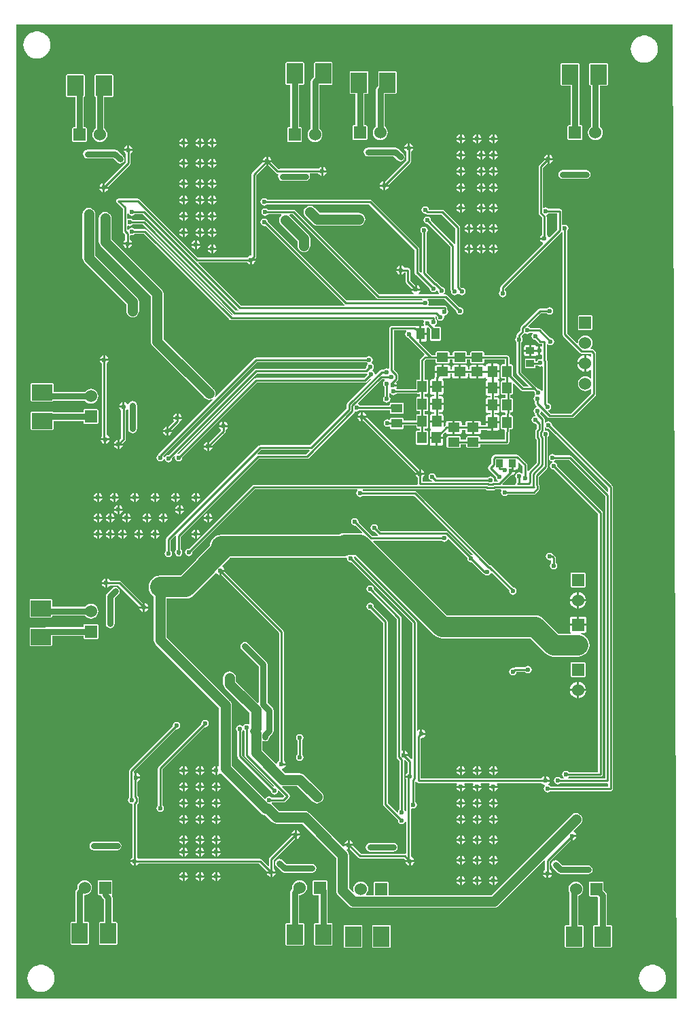
<source format=gbl>
G04 Layer_Physical_Order=2*
G04 Layer_Color=16711680*
%FSLAX25Y25*%
%MOIN*%
G70*
G01*
G75*
%ADD10R,0.05512X0.04134*%
%ADD15R,0.03937X0.03543*%
%ADD17R,0.03543X0.03937*%
%ADD20R,0.05709X0.04528*%
%ADD21R,0.04528X0.05709*%
%ADD22R,0.04134X0.05512*%
%ADD27C,0.00984*%
%ADD28C,0.01000*%
%ADD29C,0.03000*%
%ADD30C,0.05000*%
%ADD31R,0.06000X0.06000*%
%ADD32C,0.06000*%
%ADD33R,0.06000X0.06000*%
%ADD34C,0.02362*%
%ADD35R,0.07874X0.09842*%
%ADD36R,0.09842X0.07874*%
%ADD37C,0.10000*%
G36*
X427998Y60354D02*
X427646Y60000D01*
X104000D01*
Y538000D01*
X426000D01*
X427998Y60354D01*
D02*
G37*
%LPC*%
G36*
X196500Y196816D02*
X195805Y196678D01*
X195216Y196284D01*
X194822Y195695D01*
X194684Y195000D01*
X194722Y194808D01*
X173707Y173793D01*
X173464Y173429D01*
X173378Y173000D01*
X173378Y173000D01*
Y154893D01*
X173216Y154784D01*
X172822Y154195D01*
X172684Y153500D01*
X172822Y152805D01*
X173216Y152216D01*
X173805Y151822D01*
X174500Y151684D01*
X175195Y151822D01*
X175784Y152216D01*
X176178Y152805D01*
X176316Y153500D01*
X176178Y154195D01*
X175784Y154784D01*
X175622Y154893D01*
Y172535D01*
X196308Y193222D01*
X196500Y193184D01*
X197195Y193322D01*
X197784Y193716D01*
X198178Y194305D01*
X198316Y195000D01*
X198178Y195695D01*
X197784Y196284D01*
X197195Y196678D01*
X196500Y196816D01*
D02*
G37*
G36*
X143500Y243749D02*
X137500D01*
X137041Y243559D01*
X136851Y243100D01*
Y242241D01*
X118576D01*
X117917Y242110D01*
X111079D01*
X110619Y241920D01*
X110429Y241461D01*
Y233587D01*
X110619Y233127D01*
X111079Y232937D01*
X120921D01*
X121380Y233127D01*
X121571Y233587D01*
Y237959D01*
X136851D01*
Y237100D01*
X137041Y236641D01*
X137500Y236451D01*
X143500D01*
X143959Y236641D01*
X144149Y237100D01*
Y243100D01*
X143959Y243559D01*
X143500Y243749D01*
D02*
G37*
G36*
X294500Y181624D02*
Y180000D01*
X296124D01*
X296055Y180351D01*
X295572Y181072D01*
X294851Y181554D01*
X294500Y181624D01*
D02*
G37*
G36*
X182500Y195816D02*
X181805Y195678D01*
X181216Y195284D01*
X180822Y194695D01*
X180684Y194000D01*
X180722Y193808D01*
X159426Y172512D01*
X159183Y172148D01*
X159097Y171719D01*
X159097Y171719D01*
Y158607D01*
X158822Y158195D01*
X158684Y157500D01*
X158822Y156805D01*
X159216Y156216D01*
X159805Y155822D01*
X160500Y155684D01*
X160878Y155373D01*
Y129374D01*
X160427Y129072D01*
X159945Y128351D01*
X159876Y128000D01*
X162000D01*
Y127500D01*
X162500D01*
Y125376D01*
X162851Y125445D01*
X163573Y125927D01*
X163874Y126378D01*
X223035D01*
X226882Y122532D01*
X226876Y122500D01*
X231124D01*
X231055Y122851D01*
X230573Y123573D01*
X230121Y123874D01*
Y128035D01*
X240468Y138382D01*
X240500Y138376D01*
Y140000D01*
X238876D01*
X238882Y139968D01*
X228207Y129293D01*
X227964Y128929D01*
X227878Y128500D01*
X227878Y128500D01*
Y125361D01*
X227416Y125170D01*
X224293Y128293D01*
X223929Y128536D01*
X223500Y128622D01*
X223500Y128622D01*
X163874D01*
X163573Y129072D01*
X163122Y129374D01*
Y155309D01*
X163574Y155762D01*
X163574Y155762D01*
X163817Y156126D01*
X163903Y156555D01*
Y158445D01*
X163903Y158445D01*
X163817Y158874D01*
X163574Y159238D01*
X163222Y159590D01*
Y166420D01*
X163351Y166446D01*
X164073Y166928D01*
X164555Y167649D01*
X164624Y168000D01*
X162500D01*
Y168500D01*
X162000D01*
Y170624D01*
X161903Y170605D01*
X161477Y170906D01*
X161442Y171355D01*
X182308Y192222D01*
X182500Y192184D01*
X183195Y192322D01*
X183784Y192716D01*
X184178Y193305D01*
X184316Y194000D01*
X184178Y194695D01*
X183784Y195284D01*
X183195Y195678D01*
X182500Y195816D01*
D02*
G37*
G36*
X166000Y251500D02*
X164376D01*
X164445Y251149D01*
X164927Y250428D01*
X165649Y249945D01*
X166000Y249876D01*
Y251500D01*
D02*
G37*
G36*
X168624D02*
X167000D01*
Y249876D01*
X167351Y249945D01*
X168072Y250428D01*
X168554Y251149D01*
X168624Y251500D01*
D02*
G37*
G36*
X152500Y262141D02*
X151681Y261978D01*
X150986Y261514D01*
X148486Y259014D01*
X148022Y258319D01*
X147859Y257500D01*
Y244000D01*
X148022Y243181D01*
X148486Y242486D01*
X149181Y242022D01*
X150000Y241859D01*
X150819Y242022D01*
X151514Y242486D01*
X151978Y243181D01*
X152141Y244000D01*
Y256613D01*
X154014Y258486D01*
X154478Y259181D01*
X154641Y260000D01*
X154478Y260819D01*
X154014Y261514D01*
X153319Y261978D01*
X152500Y262141D01*
D02*
G37*
G36*
X120921Y256086D02*
X111079D01*
X110619Y255896D01*
X110429Y255437D01*
Y247563D01*
X110619Y247104D01*
X111079Y246914D01*
X120921D01*
X121380Y247104D01*
X121571Y247563D01*
Y247959D01*
X137605D01*
X137932Y247533D01*
X138684Y246955D01*
X139560Y246593D01*
X140500Y246469D01*
X141440Y246593D01*
X142315Y246955D01*
X143068Y247533D01*
X143645Y248285D01*
X144007Y249160D01*
X144131Y250100D01*
X144007Y251040D01*
X143645Y251916D01*
X143068Y252667D01*
X142315Y253245D01*
X141440Y253607D01*
X140500Y253731D01*
X139560Y253607D01*
X138684Y253245D01*
X137932Y252667D01*
X137605Y252241D01*
X121571D01*
Y255437D01*
X121380Y255896D01*
X120921Y256086D01*
D02*
G37*
G36*
X185500Y174124D02*
X185149Y174055D01*
X184427Y173573D01*
X183946Y172851D01*
X183876Y172500D01*
X185500D01*
Y174124D01*
D02*
G37*
G36*
X186500D02*
Y172500D01*
X188124D01*
X188055Y172851D01*
X187573Y173573D01*
X186851Y174055D01*
X186500Y174124D01*
D02*
G37*
G36*
X196124Y171500D02*
X194500D01*
Y169876D01*
X194851Y169946D01*
X195572Y170428D01*
X196054Y171149D01*
X196124Y171500D01*
D02*
G37*
G36*
X201500D02*
X199876D01*
X199945Y171149D01*
X200428Y170428D01*
X201149Y169946D01*
X201500Y169876D01*
Y171500D01*
D02*
G37*
G36*
Y174124D02*
X201149Y174055D01*
X200428Y173573D01*
X199945Y172851D01*
X199876Y172500D01*
X201500D01*
Y174124D01*
D02*
G37*
G36*
X243000Y189816D02*
X242305Y189678D01*
X241716Y189284D01*
X241322Y188695D01*
X241184Y188000D01*
X241322Y187305D01*
X241716Y186716D01*
X241879Y186607D01*
Y179893D01*
X241716Y179784D01*
X241322Y179195D01*
X241184Y178500D01*
X241322Y177805D01*
X241716Y177216D01*
X242305Y176822D01*
X243000Y176684D01*
X243695Y176822D01*
X244284Y177216D01*
X244678Y177805D01*
X244816Y178500D01*
X244678Y179195D01*
X244284Y179784D01*
X244122Y179893D01*
Y186607D01*
X244284Y186716D01*
X244678Y187305D01*
X244816Y188000D01*
X244678Y188695D01*
X244284Y189284D01*
X243695Y189678D01*
X243000Y189816D01*
D02*
G37*
G36*
X193500Y174124D02*
X193149Y174055D01*
X192428Y173573D01*
X191946Y172851D01*
X191876Y172500D01*
X193500D01*
Y174124D01*
D02*
G37*
G36*
X194500D02*
Y172500D01*
X196124D01*
X196054Y172851D01*
X195572Y173573D01*
X194851Y174055D01*
X194500Y174124D01*
D02*
G37*
G36*
X148500Y266124D02*
Y264000D01*
Y261876D01*
X148851Y261945D01*
X149573Y262427D01*
X149874Y262878D01*
X154035D01*
X164382Y252532D01*
X164376Y252500D01*
X166000D01*
Y254124D01*
X165968Y254118D01*
X155293Y264793D01*
X154929Y265036D01*
X154500Y265122D01*
X154500Y265122D01*
X149874D01*
X149573Y265573D01*
X148851Y266055D01*
X148500Y266124D01*
D02*
G37*
G36*
X166124Y287500D02*
X164500D01*
Y285876D01*
X164851Y285945D01*
X165573Y286427D01*
X166054Y287149D01*
X166124Y287500D01*
D02*
G37*
G36*
X171500D02*
X169876D01*
X169946Y287149D01*
X170428Y286427D01*
X171149Y285945D01*
X171500Y285876D01*
Y287500D01*
D02*
G37*
G36*
X158124D02*
X156500D01*
Y285876D01*
X156851Y285945D01*
X157572Y286427D01*
X158054Y287149D01*
X158124Y287500D01*
D02*
G37*
G36*
X163500D02*
X161876D01*
X161945Y287149D01*
X162427Y286427D01*
X163149Y285945D01*
X163500Y285876D01*
Y287500D01*
D02*
G37*
G36*
X194124D02*
X192500D01*
Y285876D01*
X192851Y285945D01*
X193572Y286427D01*
X194054Y287149D01*
X194124Y287500D01*
D02*
G37*
G36*
X143500Y290124D02*
X143149Y290055D01*
X142428Y289573D01*
X141946Y288851D01*
X141876Y288500D01*
X143500D01*
Y290124D01*
D02*
G37*
G36*
X174124Y287500D02*
X172500D01*
Y285876D01*
X172851Y285945D01*
X173573Y286427D01*
X174055Y287149D01*
X174124Y287500D01*
D02*
G37*
G36*
X191500D02*
X189876D01*
X189945Y287149D01*
X190427Y286427D01*
X191149Y285945D01*
X191500Y285876D01*
Y287500D01*
D02*
G37*
G36*
X147500Y266124D02*
X147149Y266055D01*
X146428Y265573D01*
X145946Y264851D01*
X145876Y264500D01*
X147500D01*
Y266124D01*
D02*
G37*
G36*
X143500Y287500D02*
X141876D01*
X141946Y287149D01*
X142428Y286427D01*
X143149Y285945D01*
X143500Y285876D01*
Y287500D01*
D02*
G37*
G36*
X167000Y254124D02*
Y252500D01*
X168624D01*
X168554Y252851D01*
X168072Y253573D01*
X167351Y254055D01*
X167000Y254124D01*
D02*
G37*
G36*
X147500Y263500D02*
X145876D01*
X145946Y263149D01*
X146428Y262427D01*
X147149Y261945D01*
X147500Y261876D01*
Y263500D01*
D02*
G37*
G36*
X152124Y287500D02*
X150500D01*
Y285876D01*
X150851Y285945D01*
X151573Y286427D01*
X152055Y287149D01*
X152124Y287500D01*
D02*
G37*
G36*
X155500D02*
X153876D01*
X153946Y287149D01*
X154428Y286427D01*
X155149Y285945D01*
X155500Y285876D01*
Y287500D01*
D02*
G37*
G36*
X146124D02*
X144500D01*
Y285876D01*
X144851Y285945D01*
X145572Y286427D01*
X146054Y287149D01*
X146124Y287500D01*
D02*
G37*
G36*
X149500D02*
X147876D01*
X147945Y287149D01*
X148427Y286427D01*
X149149Y285945D01*
X149500Y285876D01*
Y287500D01*
D02*
G37*
G36*
X193500Y171500D02*
X191876D01*
X191946Y171149D01*
X192428Y170428D01*
X193149Y169946D01*
X193500Y169876D01*
Y171500D01*
D02*
G37*
G36*
X337500Y158124D02*
X337149Y158054D01*
X336427Y157572D01*
X335945Y156851D01*
X335876Y156500D01*
X337500D01*
Y158124D01*
D02*
G37*
G36*
X338500D02*
Y156500D01*
X340124D01*
X340055Y156851D01*
X339573Y157572D01*
X338851Y158054D01*
X338500Y158124D01*
D02*
G37*
G36*
X329500D02*
X329149Y158054D01*
X328428Y157572D01*
X327945Y156851D01*
X327876Y156500D01*
X329500D01*
Y158124D01*
D02*
G37*
G36*
X330500D02*
Y156500D01*
X332124D01*
X332055Y156851D01*
X331573Y157572D01*
X330851Y158054D01*
X330500Y158124D01*
D02*
G37*
G36*
X193500Y163500D02*
X191876D01*
X191946Y163149D01*
X192428Y162427D01*
X193149Y161945D01*
X193500Y161876D01*
Y163500D01*
D02*
G37*
G36*
X196124D02*
X194500D01*
Y161876D01*
X194851Y161945D01*
X195572Y162427D01*
X196054Y163149D01*
X196124Y163500D01*
D02*
G37*
G36*
X185500D02*
X183876D01*
X183946Y163149D01*
X184427Y162427D01*
X185149Y161945D01*
X185500Y161876D01*
Y163500D01*
D02*
G37*
G36*
X188124D02*
X186500D01*
Y161876D01*
X186851Y161945D01*
X187573Y162427D01*
X188055Y163149D01*
X188124Y163500D01*
D02*
G37*
G36*
X193500Y158124D02*
X193149Y158054D01*
X192428Y157572D01*
X191946Y156851D01*
X191876Y156500D01*
X193500D01*
Y158124D01*
D02*
G37*
G36*
X194500D02*
Y156500D01*
X196124D01*
X196054Y156851D01*
X195572Y157572D01*
X194851Y158054D01*
X194500Y158124D01*
D02*
G37*
G36*
X185500D02*
X185149Y158054D01*
X184427Y157572D01*
X183946Y156851D01*
X183876Y156500D01*
X185500D01*
Y158124D01*
D02*
G37*
G36*
X186500D02*
Y156500D01*
X188124D01*
X188055Y156851D01*
X187573Y157572D01*
X186851Y158054D01*
X186500Y158124D01*
D02*
G37*
G36*
X321500D02*
X321149Y158054D01*
X320427Y157572D01*
X319945Y156851D01*
X319876Y156500D01*
X321500D01*
Y158124D01*
D02*
G37*
G36*
X322500D02*
Y156500D01*
X324124D01*
X324055Y156851D01*
X323572Y157572D01*
X322851Y158054D01*
X322500Y158124D01*
D02*
G37*
G36*
X201500D02*
X201149Y158054D01*
X200428Y157572D01*
X199945Y156851D01*
X199876Y156500D01*
X201500D01*
Y158124D01*
D02*
G37*
G36*
X202500D02*
Y156500D01*
X204124D01*
X204054Y156851D01*
X203573Y157572D01*
X202851Y158054D01*
X202500Y158124D01*
D02*
G37*
G36*
X201500Y163500D02*
X199876D01*
X199945Y163149D01*
X200428Y162427D01*
X201149Y161945D01*
X201500Y161876D01*
Y163500D01*
D02*
G37*
G36*
X194500Y166124D02*
Y164500D01*
X196124D01*
X196054Y164851D01*
X195572Y165573D01*
X194851Y166054D01*
X194500Y166124D01*
D02*
G37*
G36*
X201500D02*
X201149Y166054D01*
X200428Y165573D01*
X199945Y164851D01*
X199876Y164500D01*
X201500D01*
Y166124D01*
D02*
G37*
G36*
X186500D02*
Y164500D01*
X188124D01*
X188055Y164851D01*
X187573Y165573D01*
X186851Y166054D01*
X186500Y166124D01*
D02*
G37*
G36*
X193500D02*
X193149Y166054D01*
X192428Y165573D01*
X191946Y164851D01*
X191876Y164500D01*
X193500D01*
Y166124D01*
D02*
G37*
G36*
X185500Y171500D02*
X183876D01*
X183946Y171149D01*
X184427Y170428D01*
X185149Y169946D01*
X185500Y169876D01*
Y171500D01*
D02*
G37*
G36*
X188124D02*
X186500D01*
Y169876D01*
X186851Y169946D01*
X187573Y170428D01*
X188055Y171149D01*
X188124Y171500D01*
D02*
G37*
G36*
X202500Y166124D02*
Y164500D01*
X204124D01*
X204054Y164851D01*
X203573Y165573D01*
X202851Y166054D01*
X202500Y166124D01*
D02*
G37*
G36*
X163000Y170624D02*
Y169000D01*
X164624D01*
X164555Y169351D01*
X164073Y170072D01*
X163351Y170554D01*
X163000Y170624D01*
D02*
G37*
G36*
X324124Y163500D02*
X322500D01*
Y161876D01*
X322851Y161945D01*
X323572Y162427D01*
X324055Y163149D01*
X324124Y163500D01*
D02*
G37*
G36*
X329500D02*
X327876D01*
X327945Y163149D01*
X328428Y162427D01*
X329149Y161945D01*
X329500Y161876D01*
Y163500D01*
D02*
G37*
G36*
X204124D02*
X202500D01*
Y161876D01*
X202851Y161945D01*
X203573Y162427D01*
X204054Y163149D01*
X204124Y163500D01*
D02*
G37*
G36*
X321500D02*
X319876D01*
X319945Y163149D01*
X320427Y162427D01*
X321149Y161945D01*
X321500Y161876D01*
Y163500D01*
D02*
G37*
G36*
X340124D02*
X338500D01*
Y161876D01*
X338851Y161945D01*
X339573Y162427D01*
X340055Y163149D01*
X340124Y163500D01*
D02*
G37*
G36*
X185500Y166124D02*
X185149Y166054D01*
X184427Y165573D01*
X183946Y164851D01*
X183876Y164500D01*
X185500D01*
Y166124D01*
D02*
G37*
G36*
X332124Y163500D02*
X330500D01*
Y161876D01*
X330851Y161945D01*
X331573Y162427D01*
X332055Y163149D01*
X332124Y163500D01*
D02*
G37*
G36*
X337500D02*
X335876D01*
X335945Y163149D01*
X336427Y162427D01*
X337149Y161945D01*
X337500Y161876D01*
Y163500D01*
D02*
G37*
G36*
X146124Y305500D02*
X144500D01*
Y303876D01*
X144851Y303945D01*
X145572Y304428D01*
X146054Y305149D01*
X146124Y305500D01*
D02*
G37*
G36*
X151500D02*
X149876D01*
X149945Y305149D01*
X150427Y304428D01*
X151149Y303945D01*
X151500Y303876D01*
Y305500D01*
D02*
G37*
G36*
X184500Y302124D02*
Y300500D01*
X186124D01*
X186055Y300851D01*
X185573Y301572D01*
X184851Y302055D01*
X184500Y302124D01*
D02*
G37*
G36*
X143500Y305500D02*
X141876D01*
X141946Y305149D01*
X142428Y304428D01*
X143149Y303945D01*
X143500Y303876D01*
Y305500D01*
D02*
G37*
G36*
X164124D02*
X162500D01*
Y303876D01*
X162851Y303945D01*
X163573Y304428D01*
X164055Y305149D01*
X164124Y305500D01*
D02*
G37*
G36*
X171500D02*
X169876D01*
X169946Y305149D01*
X170428Y304428D01*
X171149Y303945D01*
X171500Y303876D01*
Y305500D01*
D02*
G37*
G36*
X154124D02*
X152500D01*
Y303876D01*
X152851Y303945D01*
X153572Y304428D01*
X154054Y305149D01*
X154124Y305500D01*
D02*
G37*
G36*
X161500D02*
X159876D01*
X159945Y305149D01*
X160427Y304428D01*
X161149Y303945D01*
X161500Y303876D01*
Y305500D01*
D02*
G37*
G36*
X156124Y299500D02*
X154500D01*
Y297876D01*
X154851Y297945D01*
X155572Y298428D01*
X156054Y299149D01*
X156124Y299500D01*
D02*
G37*
G36*
X183500D02*
X181876D01*
X181946Y299149D01*
X182428Y298428D01*
X183149Y297945D01*
X183500Y297876D01*
Y299500D01*
D02*
G37*
G36*
X198500Y298124D02*
Y296500D01*
X200124D01*
X200055Y296851D01*
X199573Y297572D01*
X198851Y298055D01*
X198500Y298124D01*
D02*
G37*
G36*
X153500Y299500D02*
X151876D01*
X151945Y299149D01*
X152427Y298428D01*
X153149Y297945D01*
X153500Y297876D01*
Y299500D01*
D02*
G37*
G36*
X154500Y302124D02*
Y300500D01*
X156124D01*
X156054Y300851D01*
X155572Y301572D01*
X154851Y302055D01*
X154500Y302124D01*
D02*
G37*
G36*
X183500D02*
X183149Y302055D01*
X182428Y301572D01*
X181946Y300851D01*
X181876Y300500D01*
X183500D01*
Y302124D01*
D02*
G37*
G36*
X186124Y299500D02*
X184500D01*
Y297876D01*
X184851Y297945D01*
X185573Y298428D01*
X186055Y299149D01*
X186124Y299500D01*
D02*
G37*
G36*
X153500Y302124D02*
X153149Y302055D01*
X152427Y301572D01*
X151945Y300851D01*
X151876Y300500D01*
X153500D01*
Y302124D01*
D02*
G37*
G36*
X174124Y305500D02*
X172500D01*
Y303876D01*
X172851Y303945D01*
X173573Y304428D01*
X174055Y305149D01*
X174124Y305500D01*
D02*
G37*
G36*
X171500Y308124D02*
X171149Y308055D01*
X170428Y307573D01*
X169946Y306851D01*
X169876Y306500D01*
X171500D01*
Y308124D01*
D02*
G37*
G36*
X172500D02*
Y306500D01*
X174124D01*
X174055Y306851D01*
X173573Y307573D01*
X172851Y308055D01*
X172500Y308124D01*
D02*
G37*
G36*
X161500D02*
X161149Y308055D01*
X160427Y307573D01*
X159945Y306851D01*
X159876Y306500D01*
X161500D01*
Y308124D01*
D02*
G37*
G36*
X162500D02*
Y306500D01*
X164124D01*
X164055Y306851D01*
X163573Y307573D01*
X162851Y308055D01*
X162500Y308124D01*
D02*
G37*
G36*
X191500D02*
X191149Y308055D01*
X190427Y307573D01*
X189945Y306851D01*
X189876Y306500D01*
X191500D01*
Y308124D01*
D02*
G37*
G36*
X192500D02*
Y306500D01*
X194124D01*
X194054Y306851D01*
X193572Y307573D01*
X192851Y308055D01*
X192500Y308124D01*
D02*
G37*
G36*
X181500D02*
X181149Y308055D01*
X180428Y307573D01*
X179946Y306851D01*
X179876Y306500D01*
X181500D01*
Y308124D01*
D02*
G37*
G36*
X182500D02*
Y306500D01*
X184124D01*
X184055Y306851D01*
X183572Y307573D01*
X182851Y308055D01*
X182500Y308124D01*
D02*
G37*
G36*
X191500Y305500D02*
X189876D01*
X189945Y305149D01*
X190427Y304428D01*
X191149Y303945D01*
X191500Y303876D01*
Y305500D01*
D02*
G37*
G36*
X194124D02*
X192500D01*
Y303876D01*
X192851Y303945D01*
X193572Y304428D01*
X194054Y305149D01*
X194124Y305500D01*
D02*
G37*
G36*
X181500D02*
X179876D01*
X179946Y305149D01*
X180428Y304428D01*
X181149Y303945D01*
X181500Y303876D01*
Y305500D01*
D02*
G37*
G36*
X184124D02*
X182500D01*
Y303876D01*
X182851Y303945D01*
X183572Y304428D01*
X184055Y305149D01*
X184124Y305500D01*
D02*
G37*
G36*
X151500Y308124D02*
X151149Y308055D01*
X150427Y307573D01*
X149945Y306851D01*
X149876Y306500D01*
X151500D01*
Y308124D01*
D02*
G37*
G36*
X152500D02*
Y306500D01*
X154124D01*
X154054Y306851D01*
X153572Y307573D01*
X152851Y308055D01*
X152500Y308124D01*
D02*
G37*
G36*
X143500D02*
X143149Y308055D01*
X142428Y307573D01*
X141946Y306851D01*
X141876Y306500D01*
X143500D01*
Y308124D01*
D02*
G37*
G36*
X144500D02*
Y306500D01*
X146124D01*
X146054Y306851D01*
X145572Y307573D01*
X144851Y308055D01*
X144500Y308124D01*
D02*
G37*
G36*
X197500Y298124D02*
X197149Y298055D01*
X196428Y297572D01*
X195946Y296851D01*
X195876Y296500D01*
X197500D01*
Y298124D01*
D02*
G37*
G36*
X192500Y290124D02*
Y288500D01*
X194124D01*
X194054Y288851D01*
X193572Y289573D01*
X192851Y290055D01*
X192500Y290124D01*
D02*
G37*
G36*
X143500Y295500D02*
X141876D01*
X141946Y295149D01*
X142428Y294427D01*
X143149Y293945D01*
X143500Y293876D01*
Y295500D01*
D02*
G37*
G36*
X172500Y290124D02*
Y288500D01*
X174124D01*
X174055Y288851D01*
X173573Y289573D01*
X172851Y290055D01*
X172500Y290124D01*
D02*
G37*
G36*
X191500D02*
X191149Y290055D01*
X190427Y289573D01*
X189945Y288851D01*
X189876Y288500D01*
X191500D01*
Y290124D01*
D02*
G37*
G36*
X152124Y295500D02*
X150500D01*
Y293876D01*
X150851Y293945D01*
X151573Y294427D01*
X152055Y295149D01*
X152124Y295500D01*
D02*
G37*
G36*
X157500D02*
X155876D01*
X155946Y295149D01*
X156428Y294427D01*
X157149Y293945D01*
X157500Y293876D01*
Y295500D01*
D02*
G37*
G36*
X146124D02*
X144500D01*
Y293876D01*
X144851Y293945D01*
X145572Y294427D01*
X146054Y295149D01*
X146124Y295500D01*
D02*
G37*
G36*
X149500D02*
X147876D01*
X147945Y295149D01*
X148427Y294427D01*
X149149Y293945D01*
X149500Y293876D01*
Y295500D01*
D02*
G37*
G36*
X150500Y290124D02*
Y288500D01*
X152124D01*
X152055Y288851D01*
X151573Y289573D01*
X150851Y290055D01*
X150500Y290124D01*
D02*
G37*
G36*
X155500D02*
X155149Y290055D01*
X154428Y289573D01*
X153946Y288851D01*
X153876Y288500D01*
X155500D01*
Y290124D01*
D02*
G37*
G36*
X144500D02*
Y288500D01*
X146124D01*
X146054Y288851D01*
X145572Y289573D01*
X144851Y290055D01*
X144500Y290124D01*
D02*
G37*
G36*
X149500D02*
X149149Y290055D01*
X148427Y289573D01*
X147945Y288851D01*
X147876Y288500D01*
X149500D01*
Y290124D01*
D02*
G37*
G36*
X164500D02*
Y288500D01*
X166124D01*
X166054Y288851D01*
X165573Y289573D01*
X164851Y290055D01*
X164500Y290124D01*
D02*
G37*
G36*
X171500D02*
X171149Y290055D01*
X170428Y289573D01*
X169946Y288851D01*
X169876Y288500D01*
X171500D01*
Y290124D01*
D02*
G37*
G36*
X156500D02*
Y288500D01*
X158124D01*
X158054Y288851D01*
X157572Y289573D01*
X156851Y290055D01*
X156500Y290124D01*
D02*
G37*
G36*
X163500D02*
X163149Y290055D01*
X162427Y289573D01*
X161945Y288851D01*
X161876Y288500D01*
X163500D01*
Y290124D01*
D02*
G37*
G36*
X160124Y295500D02*
X158500D01*
Y293876D01*
X158851Y293945D01*
X159573Y294427D01*
X160055Y295149D01*
X160124Y295500D01*
D02*
G37*
G36*
X157500Y298124D02*
X157149Y298055D01*
X156428Y297572D01*
X155946Y296851D01*
X155876Y296500D01*
X157500D01*
Y298124D01*
D02*
G37*
G36*
X158500D02*
Y296500D01*
X160124D01*
X160055Y296851D01*
X159573Y297572D01*
X158851Y298055D01*
X158500Y298124D01*
D02*
G37*
G36*
X149500D02*
X149149Y298055D01*
X148427Y297572D01*
X147945Y296851D01*
X147876Y296500D01*
X149500D01*
Y298124D01*
D02*
G37*
G36*
X150500D02*
Y296500D01*
X152124D01*
X152055Y296851D01*
X151573Y297572D01*
X150851Y298055D01*
X150500Y298124D01*
D02*
G37*
G36*
X175500D02*
X175149Y298055D01*
X174427Y297572D01*
X173945Y296851D01*
X173876Y296500D01*
X175500D01*
Y298124D01*
D02*
G37*
G36*
X176500D02*
Y296500D01*
X178124D01*
X178054Y296851D01*
X177573Y297572D01*
X176851Y298055D01*
X176500Y298124D01*
D02*
G37*
G36*
X167500D02*
X167149Y298055D01*
X166428Y297572D01*
X165945Y296851D01*
X165876Y296500D01*
X167500D01*
Y298124D01*
D02*
G37*
G36*
X168500D02*
Y296500D01*
X170124D01*
X170054Y296851D01*
X169572Y297572D01*
X168851Y298055D01*
X168500Y298124D01*
D02*
G37*
G36*
X175500Y295500D02*
X173876D01*
X173945Y295149D01*
X174427Y294427D01*
X175149Y293945D01*
X175500Y293876D01*
Y295500D01*
D02*
G37*
G36*
X178124D02*
X176500D01*
Y293876D01*
X176851Y293945D01*
X177573Y294427D01*
X178054Y295149D01*
X178124Y295500D01*
D02*
G37*
G36*
X167500D02*
X165876D01*
X165945Y295149D01*
X166428Y294427D01*
X167149Y293945D01*
X167500Y293876D01*
Y295500D01*
D02*
G37*
G36*
X170124D02*
X168500D01*
Y293876D01*
X168851Y293945D01*
X169572Y294427D01*
X170054Y295149D01*
X170124Y295500D01*
D02*
G37*
G36*
X143500Y298124D02*
X143149Y298055D01*
X142428Y297572D01*
X141946Y296851D01*
X141876Y296500D01*
X143500D01*
Y298124D01*
D02*
G37*
G36*
X144500D02*
Y296500D01*
X146124D01*
X146054Y296851D01*
X145572Y297572D01*
X144851Y298055D01*
X144500Y298124D01*
D02*
G37*
G36*
X197500Y295500D02*
X195876D01*
X195946Y295149D01*
X196428Y294427D01*
X197149Y293945D01*
X197500Y293876D01*
Y295500D01*
D02*
G37*
G36*
X200124D02*
X198500D01*
Y293876D01*
X198851Y293945D01*
X199573Y294427D01*
X200055Y295149D01*
X200124Y295500D01*
D02*
G37*
G36*
X340124Y155500D02*
X338500D01*
Y153876D01*
X338851Y153946D01*
X339573Y154428D01*
X340055Y155149D01*
X340124Y155500D01*
D02*
G37*
G36*
X324124Y127500D02*
X322500D01*
Y125876D01*
X322851Y125945D01*
X323572Y126427D01*
X324055Y127149D01*
X324124Y127500D01*
D02*
G37*
G36*
X329500D02*
X327876D01*
X327945Y127149D01*
X328428Y126427D01*
X329149Y125945D01*
X329500Y125876D01*
Y127500D01*
D02*
G37*
G36*
X299124Y127000D02*
X297500D01*
Y125376D01*
X297851Y125445D01*
X298572Y125927D01*
X299055Y126649D01*
X299124Y127000D01*
D02*
G37*
G36*
X321500Y127500D02*
X319876D01*
X319945Y127149D01*
X320427Y126427D01*
X321149Y125945D01*
X321500Y125876D01*
Y127500D01*
D02*
G37*
G36*
X340124D02*
X338500D01*
Y125876D01*
X338851Y125945D01*
X339573Y126427D01*
X340055Y127149D01*
X340124Y127500D01*
D02*
G37*
G36*
X321500Y130124D02*
X321149Y130054D01*
X320427Y129572D01*
X319945Y128851D01*
X319876Y128500D01*
X321500D01*
Y130124D01*
D02*
G37*
G36*
X332124Y127500D02*
X330500D01*
Y125876D01*
X330851Y125945D01*
X331573Y126427D01*
X332055Y127149D01*
X332124Y127500D01*
D02*
G37*
G36*
X337500D02*
X335876D01*
X335945Y127149D01*
X336427Y126427D01*
X337149Y125945D01*
X337500Y125876D01*
Y127500D01*
D02*
G37*
G36*
X201500Y122124D02*
X201149Y122055D01*
X200428Y121572D01*
X199945Y120851D01*
X199876Y120500D01*
X201500D01*
Y122124D01*
D02*
G37*
G36*
X202500D02*
Y120500D01*
X204124D01*
X204054Y120851D01*
X203573Y121572D01*
X202851Y122055D01*
X202500Y122124D01*
D02*
G37*
G36*
X193500D02*
X193149Y122055D01*
X192428Y121572D01*
X191946Y120851D01*
X191876Y120500D01*
X193500D01*
Y122124D01*
D02*
G37*
G36*
X194500D02*
Y120500D01*
X196124D01*
X196054Y120851D01*
X195572Y121572D01*
X194851Y122055D01*
X194500Y122124D01*
D02*
G37*
G36*
X161500Y127000D02*
X159876D01*
X159945Y126649D01*
X160427Y125927D01*
X161149Y125445D01*
X161500Y125376D01*
Y127000D01*
D02*
G37*
G36*
X296500D02*
X294876D01*
X294945Y126649D01*
X295427Y125927D01*
X296149Y125445D01*
X296500Y125376D01*
Y127000D01*
D02*
G37*
G36*
X368500Y127991D02*
X367681Y127829D01*
X366986Y127364D01*
X366522Y126670D01*
X366359Y125850D01*
X366522Y125031D01*
X366986Y124336D01*
X369486Y121836D01*
X370181Y121372D01*
X371000Y121209D01*
X384500D01*
X385319Y121372D01*
X386014Y121836D01*
X386478Y122531D01*
X386641Y123350D01*
X386478Y124170D01*
X386014Y124864D01*
X385319Y125329D01*
X384500Y125491D01*
X371887D01*
X370014Y127364D01*
X369319Y127829D01*
X368500Y127991D01*
D02*
G37*
G36*
X233000Y128641D02*
X232181Y128478D01*
X231486Y128014D01*
X231022Y127319D01*
X230859Y126500D01*
X231022Y125681D01*
X231486Y124986D01*
X233986Y122486D01*
X234681Y122022D01*
X235500Y121859D01*
X249000D01*
X249819Y122022D01*
X250514Y122486D01*
X250978Y123181D01*
X251141Y124000D01*
X250978Y124819D01*
X250514Y125514D01*
X249819Y125978D01*
X249000Y126141D01*
X236387D01*
X234514Y128014D01*
X233819Y128478D01*
X233000Y128641D01*
D02*
G37*
G36*
X322500Y130124D02*
Y128500D01*
X324124D01*
X324055Y128851D01*
X323572Y129572D01*
X322851Y130054D01*
X322500Y130124D01*
D02*
G37*
G36*
X288900Y136492D02*
X277400D01*
X276581Y136329D01*
X275886Y135864D01*
X275422Y135170D01*
X275259Y134350D01*
X275422Y133531D01*
X275886Y132836D01*
X276581Y132372D01*
X277400Y132209D01*
X288900D01*
X289719Y132372D01*
X290414Y132836D01*
X290878Y133531D01*
X291041Y134350D01*
X290878Y135170D01*
X290414Y135864D01*
X289719Y136329D01*
X288900Y136492D01*
D02*
G37*
G36*
X185500Y134124D02*
X185149Y134055D01*
X184427Y133572D01*
X183946Y132851D01*
X183876Y132500D01*
X185500D01*
Y134124D01*
D02*
G37*
G36*
X201500Y131500D02*
X199876D01*
X199945Y131149D01*
X200428Y130428D01*
X201149Y129946D01*
X201500Y129876D01*
Y131500D01*
D02*
G37*
G36*
X204124D02*
X202500D01*
Y129876D01*
X202851Y129946D01*
X203573Y130428D01*
X204054Y131149D01*
X204124Y131500D01*
D02*
G37*
G36*
X194500Y134124D02*
Y132500D01*
X196124D01*
X196054Y132851D01*
X195572Y133572D01*
X194851Y134055D01*
X194500Y134124D01*
D02*
G37*
G36*
X201500D02*
X201149Y134055D01*
X200428Y133572D01*
X199945Y132851D01*
X199876Y132500D01*
X201500D01*
Y134124D01*
D02*
G37*
G36*
X186500D02*
Y132500D01*
X188124D01*
X188055Y132851D01*
X187573Y133572D01*
X186851Y134055D01*
X186500Y134124D01*
D02*
G37*
G36*
X193500D02*
X193149Y134055D01*
X192428Y133572D01*
X191946Y132851D01*
X191876Y132500D01*
X193500D01*
Y134124D01*
D02*
G37*
G36*
X337500Y130124D02*
X337149Y130054D01*
X336427Y129572D01*
X335945Y128851D01*
X335876Y128500D01*
X337500D01*
Y130124D01*
D02*
G37*
G36*
X338500D02*
Y128500D01*
X340124D01*
X340055Y128851D01*
X339573Y129572D01*
X338851Y130054D01*
X338500Y130124D01*
D02*
G37*
G36*
X329500D02*
X329149Y130054D01*
X328428Y129572D01*
X327945Y128851D01*
X327876Y128500D01*
X329500D01*
Y130124D01*
D02*
G37*
G36*
X330500D02*
Y128500D01*
X332124D01*
X332055Y128851D01*
X331573Y129572D01*
X330851Y130054D01*
X330500Y130124D01*
D02*
G37*
G36*
X193500Y131500D02*
X191876D01*
X191946Y131149D01*
X192428Y130428D01*
X193149Y129946D01*
X193500Y129876D01*
Y131500D01*
D02*
G37*
G36*
X196124D02*
X194500D01*
Y129876D01*
X194851Y129946D01*
X195572Y130428D01*
X196054Y131149D01*
X196124Y131500D01*
D02*
G37*
G36*
X185500D02*
X183876D01*
X183946Y131149D01*
X184427Y130428D01*
X185149Y129946D01*
X185500Y129876D01*
Y131500D01*
D02*
G37*
G36*
X188124D02*
X186500D01*
Y129876D01*
X186851Y129946D01*
X187573Y130428D01*
X188055Y131149D01*
X188124Y131500D01*
D02*
G37*
G36*
X186500Y122124D02*
Y120500D01*
X188124D01*
X188055Y120851D01*
X187573Y121572D01*
X186851Y122055D01*
X186500Y122124D01*
D02*
G37*
G36*
X321500Y117500D02*
X319876D01*
X319945Y117149D01*
X320427Y116428D01*
X321149Y115945D01*
X321500Y115876D01*
Y117500D01*
D02*
G37*
G36*
X324124D02*
X322500D01*
Y115876D01*
X322851Y115945D01*
X323572Y116428D01*
X324055Y117149D01*
X324124Y117500D01*
D02*
G37*
G36*
X137400Y118131D02*
X136460Y118007D01*
X135584Y117645D01*
X134832Y117068D01*
X134255Y116315D01*
X133893Y115440D01*
X133769Y114500D01*
X133839Y113967D01*
X133510Y113638D01*
X133045Y112943D01*
X132882Y112124D01*
Y97571D01*
X131087D01*
X130627Y97381D01*
X130437Y96921D01*
Y87079D01*
X130627Y86620D01*
X131087Y86429D01*
X138961D01*
X139420Y86620D01*
X139610Y87079D01*
Y96921D01*
X139420Y97381D01*
X138961Y97571D01*
X137165D01*
Y110663D01*
X137400Y110869D01*
X138340Y110993D01*
X139216Y111355D01*
X139968Y111932D01*
X140545Y112685D01*
X140907Y113560D01*
X141031Y114500D01*
X140907Y115440D01*
X140545Y116315D01*
X139968Y117068D01*
X139216Y117645D01*
X138340Y118007D01*
X137400Y118131D01*
D02*
G37*
G36*
X150400Y118149D02*
X144400D01*
X143941Y117959D01*
X143751Y117500D01*
Y111500D01*
X143941Y111041D01*
X144400Y110851D01*
X145308D01*
X145422Y110281D01*
X145886Y109586D01*
X146859Y108613D01*
Y97571D01*
X145063D01*
X144604Y97381D01*
X144414Y96921D01*
Y87079D01*
X144604Y86620D01*
X145063Y86429D01*
X152937D01*
X153396Y86620D01*
X153586Y87079D01*
Y96921D01*
X153396Y97381D01*
X152937Y97571D01*
X151141D01*
Y109500D01*
X150978Y110319D01*
X150746Y110667D01*
X150859Y111041D01*
X151049Y111500D01*
Y117500D01*
X150859Y117959D01*
X150400Y118149D01*
D02*
G37*
G36*
X337500Y117500D02*
X335876D01*
X335945Y117149D01*
X336427Y116428D01*
X337149Y115945D01*
X337500Y115876D01*
Y117500D01*
D02*
G37*
G36*
X340124D02*
X338500D01*
Y115876D01*
X338851Y115945D01*
X339573Y116428D01*
X340055Y117149D01*
X340124Y117500D01*
D02*
G37*
G36*
X329500D02*
X327876D01*
X327945Y117149D01*
X328428Y116428D01*
X329149Y115945D01*
X329500Y115876D01*
Y117500D01*
D02*
G37*
G36*
X332124D02*
X330500D01*
Y115876D01*
X330851Y115945D01*
X331573Y116428D01*
X332055Y117149D01*
X332124Y117500D01*
D02*
G37*
G36*
X273016Y96071D02*
X265142D01*
X264683Y95881D01*
X264492Y95421D01*
Y85579D01*
X264683Y85119D01*
X265142Y84929D01*
X273016D01*
X273475Y85119D01*
X273665Y85579D01*
Y95421D01*
X273475Y95881D01*
X273016Y96071D01*
D02*
G37*
G36*
X286992D02*
X279118D01*
X278659Y95881D01*
X278469Y95421D01*
Y85579D01*
X278659Y85119D01*
X279118Y84929D01*
X286992D01*
X287451Y85119D01*
X287642Y85579D01*
Y95421D01*
X287451Y95881D01*
X286992Y96071D01*
D02*
G37*
G36*
X116000Y76679D02*
X115969Y76666D01*
X115936Y76675D01*
X114760Y76560D01*
X114701Y76528D01*
X114635Y76535D01*
X113504Y76192D01*
X113453Y76149D01*
X113387Y76143D01*
X112344Y75586D01*
X112302Y75534D01*
X112238Y75515D01*
X111325Y74765D01*
X111293Y74707D01*
X111235Y74675D01*
X110485Y73761D01*
X110466Y73698D01*
X110414Y73656D01*
X109857Y72613D01*
X109851Y72547D01*
X109808Y72496D01*
X109465Y71365D01*
X109472Y71298D01*
X109441Y71240D01*
X109325Y70064D01*
X109344Y70000D01*
X109325Y69936D01*
X109441Y68760D01*
X109472Y68701D01*
X109465Y68635D01*
X109808Y67504D01*
X109851Y67453D01*
X109857Y67387D01*
X110414Y66344D01*
X110466Y66302D01*
X110485Y66238D01*
X111235Y65325D01*
X111293Y65294D01*
X111325Y65235D01*
X112238Y64485D01*
X112302Y64466D01*
X112344Y64414D01*
X113387Y63857D01*
X113453Y63851D01*
X113504Y63808D01*
X114635Y63465D01*
X114701Y63472D01*
X114760Y63441D01*
X115936Y63325D01*
X115969Y63335D01*
X116000Y63322D01*
X116031Y63335D01*
X116064Y63325D01*
X117240Y63441D01*
X117298Y63472D01*
X117365Y63465D01*
X118496Y63808D01*
X118547Y63851D01*
X118613Y63857D01*
X119656Y64414D01*
X119698Y64466D01*
X119762Y64485D01*
X120675Y65235D01*
X120706Y65294D01*
X120765Y65325D01*
X121515Y66238D01*
X121534Y66302D01*
X121586Y66344D01*
X122143Y67387D01*
X122149Y67453D01*
X122192Y67504D01*
X122535Y68635D01*
X122528Y68701D01*
X122559Y68760D01*
X122675Y69936D01*
X122656Y70000D01*
X122675Y70064D01*
X122559Y71240D01*
X122528Y71298D01*
X122535Y71365D01*
X122192Y72496D01*
X122149Y72547D01*
X122143Y72613D01*
X121586Y73656D01*
X121534Y73698D01*
X121515Y73761D01*
X120765Y74675D01*
X120706Y74707D01*
X120675Y74765D01*
X119762Y75515D01*
X119698Y75534D01*
X119656Y75586D01*
X118613Y76143D01*
X118547Y76149D01*
X118496Y76192D01*
X117365Y76535D01*
X117298Y76528D01*
X117240Y76560D01*
X116064Y76675D01*
X116031Y76666D01*
X116000Y76679D01*
D02*
G37*
G36*
X416000D02*
X415969Y76666D01*
X415936Y76675D01*
X414760Y76560D01*
X414702Y76528D01*
X414635Y76535D01*
X413504Y76192D01*
X413453Y76149D01*
X413387Y76143D01*
X412344Y75586D01*
X412302Y75534D01*
X412239Y75515D01*
X411325Y74765D01*
X411294Y74707D01*
X411235Y74675D01*
X410485Y73761D01*
X410466Y73698D01*
X410414Y73656D01*
X409857Y72613D01*
X409851Y72547D01*
X409808Y72496D01*
X409465Y71365D01*
X409472Y71298D01*
X409441Y71240D01*
X409325Y70064D01*
X409344Y70000D01*
X409325Y69936D01*
X409441Y68760D01*
X409472Y68701D01*
X409465Y68635D01*
X409808Y67504D01*
X409851Y67453D01*
X409857Y67387D01*
X410414Y66344D01*
X410466Y66302D01*
X410485Y66238D01*
X411235Y65325D01*
X411294Y65294D01*
X411325Y65235D01*
X412239Y64485D01*
X412302Y64466D01*
X412344Y64414D01*
X413387Y63857D01*
X413453Y63851D01*
X413504Y63808D01*
X414635Y63465D01*
X414702Y63472D01*
X414760Y63441D01*
X415936Y63325D01*
X415969Y63335D01*
X416000Y63322D01*
X416031Y63335D01*
X416064Y63325D01*
X417240Y63441D01*
X417299Y63472D01*
X417365Y63465D01*
X418496Y63808D01*
X418547Y63851D01*
X418613Y63857D01*
X419656Y64414D01*
X419698Y64466D01*
X419762Y64485D01*
X420675Y65235D01*
X420707Y65294D01*
X420765Y65325D01*
X421515Y66238D01*
X421534Y66302D01*
X421586Y66344D01*
X422143Y67387D01*
X422149Y67453D01*
X422192Y67504D01*
X422535Y68635D01*
X422528Y68701D01*
X422559Y68760D01*
X422675Y69936D01*
X422656Y70000D01*
X422675Y70064D01*
X422559Y71240D01*
X422528Y71298D01*
X422535Y71365D01*
X422192Y72496D01*
X422149Y72547D01*
X422143Y72613D01*
X421586Y73656D01*
X421534Y73698D01*
X421515Y73761D01*
X420765Y74675D01*
X420707Y74707D01*
X420675Y74765D01*
X419762Y75515D01*
X419698Y75534D01*
X419656Y75586D01*
X418613Y76143D01*
X418547Y76149D01*
X418496Y76192D01*
X417365Y76535D01*
X417299Y76528D01*
X417240Y76560D01*
X416064Y76675D01*
X416031Y76666D01*
X416000Y76679D01*
D02*
G37*
G36*
X242900Y118131D02*
X241960Y118007D01*
X241085Y117645D01*
X240333Y117068D01*
X239755Y116315D01*
X239393Y115440D01*
X239269Y114500D01*
X239339Y113967D01*
X238986Y113614D01*
X238522Y112919D01*
X238359Y112100D01*
Y97071D01*
X236563D01*
X236104Y96881D01*
X235913Y96421D01*
Y86579D01*
X236104Y86120D01*
X236563Y85929D01*
X244437D01*
X244896Y86120D01*
X245087Y86579D01*
Y96421D01*
X244896Y96881D01*
X244437Y97071D01*
X242641D01*
Y110642D01*
X242900Y110869D01*
X243840Y110993D01*
X244715Y111355D01*
X245467Y111932D01*
X246045Y112685D01*
X246407Y113560D01*
X246531Y114500D01*
X246407Y115440D01*
X246045Y116315D01*
X245467Y117068D01*
X244715Y117645D01*
X243840Y118007D01*
X242900Y118131D01*
D02*
G37*
G36*
X255900Y118149D02*
X249900D01*
X249441Y117959D01*
X249251Y117500D01*
Y111500D01*
X249441Y111041D01*
X249900Y110851D01*
X252335D01*
Y97071D01*
X250539D01*
X250080Y96881D01*
X249890Y96421D01*
Y86579D01*
X250080Y86120D01*
X250539Y85929D01*
X258413D01*
X258873Y86120D01*
X259063Y86579D01*
Y96421D01*
X258873Y96881D01*
X258413Y97071D01*
X256617D01*
Y112924D01*
X256549Y113266D01*
Y117500D01*
X256359Y117959D01*
X255900Y118149D01*
D02*
G37*
G36*
X378400Y117482D02*
X377460Y117358D01*
X376585Y116995D01*
X375833Y116418D01*
X375255Y115666D01*
X374893Y114790D01*
X374769Y113850D01*
X374893Y112911D01*
X375255Y112035D01*
X375382Y111869D01*
Y96071D01*
X373587D01*
X373127Y95881D01*
X372937Y95421D01*
Y85579D01*
X373127Y85119D01*
X373587Y84929D01*
X381461D01*
X381920Y85119D01*
X382110Y85579D01*
Y95421D01*
X381920Y95881D01*
X381461Y96071D01*
X379665D01*
Y110478D01*
X380216Y110706D01*
X380967Y111283D01*
X381545Y112035D01*
X381907Y112911D01*
X382031Y113850D01*
X381907Y114790D01*
X381545Y115666D01*
X380967Y116418D01*
X380216Y116995D01*
X379340Y117358D01*
X378400Y117482D01*
D02*
G37*
G36*
X391400Y117500D02*
X385400D01*
X384941Y117310D01*
X384751Y116850D01*
Y110850D01*
X384941Y110391D01*
X385400Y110201D01*
X389021D01*
X389359Y109863D01*
Y96071D01*
X387563D01*
X387104Y95881D01*
X386913Y95421D01*
Y85579D01*
X387104Y85119D01*
X387563Y84929D01*
X395437D01*
X395896Y85119D01*
X396087Y85579D01*
Y95421D01*
X395896Y95881D01*
X395437Y96071D01*
X393641D01*
Y110750D01*
X393478Y111570D01*
X393014Y112264D01*
X392049Y113229D01*
Y116850D01*
X391859Y117310D01*
X391400Y117500D01*
D02*
G37*
G36*
X185500Y119500D02*
X183876D01*
X183946Y119149D01*
X184427Y118428D01*
X185149Y117946D01*
X185500Y117876D01*
Y119500D01*
D02*
G37*
G36*
X338500Y120124D02*
Y118500D01*
X340124D01*
X340055Y118851D01*
X339573Y119572D01*
X338851Y120054D01*
X338500Y120124D01*
D02*
G37*
G36*
X364000Y120850D02*
X362376D01*
X362445Y120499D01*
X362928Y119778D01*
X363649Y119296D01*
X364000Y119226D01*
Y120850D01*
D02*
G37*
G36*
X330500Y120124D02*
Y118500D01*
X332124D01*
X332055Y118851D01*
X331573Y119572D01*
X330851Y120054D01*
X330500Y120124D01*
D02*
G37*
G36*
X337500D02*
X337149Y120054D01*
X336427Y119572D01*
X335945Y118851D01*
X335876Y118500D01*
X337500D01*
Y120124D01*
D02*
G37*
G36*
X231124Y121500D02*
X229500D01*
Y119876D01*
X229851Y119946D01*
X230573Y120428D01*
X231055Y121149D01*
X231124Y121500D01*
D02*
G37*
G36*
X185500Y122124D02*
X185149Y122055D01*
X184427Y121572D01*
X183946Y120851D01*
X183876Y120500D01*
X185500D01*
Y122124D01*
D02*
G37*
G36*
X366624Y120850D02*
X365000D01*
Y119226D01*
X365351Y119296D01*
X366073Y119778D01*
X366555Y120499D01*
X366624Y120850D01*
D02*
G37*
G36*
X228500Y121500D02*
X226876D01*
X226945Y121149D01*
X227428Y120428D01*
X228149Y119946D01*
X228500Y119876D01*
Y121500D01*
D02*
G37*
G36*
X196124Y119500D02*
X194500D01*
Y117876D01*
X194851Y117946D01*
X195572Y118428D01*
X196054Y119149D01*
X196124Y119500D01*
D02*
G37*
G36*
X201500D02*
X199876D01*
X199945Y119149D01*
X200428Y118428D01*
X201149Y117946D01*
X201500Y117876D01*
Y119500D01*
D02*
G37*
G36*
X188124D02*
X186500D01*
Y117876D01*
X186851Y117946D01*
X187573Y118428D01*
X188055Y119149D01*
X188124Y119500D01*
D02*
G37*
G36*
X193500D02*
X191876D01*
X191946Y119149D01*
X192428Y118428D01*
X193149Y117946D01*
X193500Y117876D01*
Y119500D01*
D02*
G37*
G36*
X322500Y120124D02*
Y118500D01*
X324124D01*
X324055Y118851D01*
X323572Y119572D01*
X322851Y120054D01*
X322500Y120124D01*
D02*
G37*
G36*
X329500D02*
X329149Y120054D01*
X328428Y119572D01*
X327945Y118851D01*
X327876Y118500D01*
X329500D01*
Y120124D01*
D02*
G37*
G36*
X204124Y119500D02*
X202500D01*
Y117876D01*
X202851Y117946D01*
X203573Y118428D01*
X204054Y119149D01*
X204124Y119500D01*
D02*
G37*
G36*
X321500Y120124D02*
X321149Y120054D01*
X320427Y119572D01*
X319945Y118851D01*
X319876Y118500D01*
X321500D01*
Y120124D01*
D02*
G37*
G36*
X185500Y150124D02*
X185149Y150055D01*
X184427Y149573D01*
X183946Y148851D01*
X183876Y148500D01*
X185500D01*
Y150124D01*
D02*
G37*
G36*
X186500D02*
Y148500D01*
X188124D01*
X188055Y148851D01*
X187573Y149573D01*
X186851Y150055D01*
X186500Y150124D01*
D02*
G37*
G36*
X337500Y147500D02*
X335876D01*
X335945Y147149D01*
X336427Y146428D01*
X337149Y145946D01*
X337500Y145876D01*
Y147500D01*
D02*
G37*
G36*
X340124D02*
X338500D01*
Y145876D01*
X338851Y145946D01*
X339573Y146428D01*
X340055Y147149D01*
X340124Y147500D01*
D02*
G37*
G36*
X201500Y150124D02*
X201149Y150055D01*
X200428Y149573D01*
X199945Y148851D01*
X199876Y148500D01*
X201500D01*
Y150124D01*
D02*
G37*
G36*
X202500D02*
Y148500D01*
X204124D01*
X204054Y148851D01*
X203573Y149573D01*
X202851Y150055D01*
X202500Y150124D01*
D02*
G37*
G36*
X193500D02*
X193149Y150055D01*
X192428Y149573D01*
X191946Y148851D01*
X191876Y148500D01*
X193500D01*
Y150124D01*
D02*
G37*
G36*
X194500D02*
Y148500D01*
X196124D01*
X196054Y148851D01*
X195572Y149573D01*
X194851Y150055D01*
X194500Y150124D01*
D02*
G37*
G36*
X201500Y147500D02*
X199876D01*
X199945Y147149D01*
X200428Y146428D01*
X201149Y145946D01*
X201500Y145876D01*
Y147500D01*
D02*
G37*
G36*
X204124D02*
X202500D01*
Y145876D01*
X202851Y145946D01*
X203573Y146428D01*
X204054Y147149D01*
X204124Y147500D01*
D02*
G37*
G36*
X193500D02*
X191876D01*
X191946Y147149D01*
X192428Y146428D01*
X193149Y145946D01*
X193500Y145876D01*
Y147500D01*
D02*
G37*
G36*
X196124D02*
X194500D01*
Y145876D01*
X194851Y145946D01*
X195572Y146428D01*
X196054Y147149D01*
X196124Y147500D01*
D02*
G37*
G36*
X329500D02*
X327876D01*
X327945Y147149D01*
X328428Y146428D01*
X329149Y145946D01*
X329500Y145876D01*
Y147500D01*
D02*
G37*
G36*
X332124D02*
X330500D01*
Y145876D01*
X330851Y145946D01*
X331573Y146428D01*
X332055Y147149D01*
X332124Y147500D01*
D02*
G37*
G36*
X321500D02*
X319876D01*
X319945Y147149D01*
X320427Y146428D01*
X321149Y145946D01*
X321500Y145876D01*
Y147500D01*
D02*
G37*
G36*
X324124D02*
X322500D01*
Y145876D01*
X322851Y145946D01*
X323572Y146428D01*
X324055Y147149D01*
X324124Y147500D01*
D02*
G37*
G36*
X321500Y150124D02*
X321149Y150055D01*
X320427Y149573D01*
X319945Y148851D01*
X319876Y148500D01*
X321500D01*
Y150124D01*
D02*
G37*
G36*
X204124Y155500D02*
X202500D01*
Y153876D01*
X202851Y153946D01*
X203573Y154428D01*
X204054Y155149D01*
X204124Y155500D01*
D02*
G37*
G36*
X321500D02*
X319876D01*
X319945Y155149D01*
X320427Y154428D01*
X321149Y153946D01*
X321500Y153876D01*
Y155500D01*
D02*
G37*
G36*
X196124D02*
X194500D01*
Y153876D01*
X194851Y153946D01*
X195572Y154428D01*
X196054Y155149D01*
X196124Y155500D01*
D02*
G37*
G36*
X201500D02*
X199876D01*
X199945Y155149D01*
X200428Y154428D01*
X201149Y153946D01*
X201500Y153876D01*
Y155500D01*
D02*
G37*
G36*
X332124D02*
X330500D01*
Y153876D01*
X330851Y153946D01*
X331573Y154428D01*
X332055Y155149D01*
X332124Y155500D01*
D02*
G37*
G36*
X337500D02*
X335876D01*
X335945Y155149D01*
X336427Y154428D01*
X337149Y153946D01*
X337500Y153876D01*
Y155500D01*
D02*
G37*
G36*
X324124D02*
X322500D01*
Y153876D01*
X322851Y153946D01*
X323572Y154428D01*
X324055Y155149D01*
X324124Y155500D01*
D02*
G37*
G36*
X329500D02*
X327876D01*
X327945Y155149D01*
X328428Y154428D01*
X329149Y153946D01*
X329500Y153876D01*
Y155500D01*
D02*
G37*
G36*
X330500Y150124D02*
Y148500D01*
X332124D01*
X332055Y148851D01*
X331573Y149573D01*
X330851Y150055D01*
X330500Y150124D01*
D02*
G37*
G36*
X337500D02*
X337149Y150055D01*
X336427Y149573D01*
X335945Y148851D01*
X335876Y148500D01*
X337500D01*
Y150124D01*
D02*
G37*
G36*
X322500D02*
Y148500D01*
X324124D01*
X324055Y148851D01*
X323572Y149573D01*
X322851Y150055D01*
X322500Y150124D01*
D02*
G37*
G36*
X329500D02*
X329149Y150055D01*
X328428Y149573D01*
X327945Y148851D01*
X327876Y148500D01*
X329500D01*
Y150124D01*
D02*
G37*
G36*
X188124Y155500D02*
X186500D01*
Y153876D01*
X186851Y153946D01*
X187573Y154428D01*
X188055Y155149D01*
X188124Y155500D01*
D02*
G37*
G36*
X193500D02*
X191876D01*
X191946Y155149D01*
X192428Y154428D01*
X193149Y153946D01*
X193500Y153876D01*
Y155500D01*
D02*
G37*
G36*
X338500Y150124D02*
Y148500D01*
X340124D01*
X340055Y148851D01*
X339573Y149573D01*
X338851Y150055D01*
X338500Y150124D01*
D02*
G37*
G36*
X185500Y155500D02*
X183876D01*
X183946Y155149D01*
X184427Y154428D01*
X185149Y153946D01*
X185500Y153876D01*
Y155500D01*
D02*
G37*
G36*
X188124Y147500D02*
X186500D01*
Y145876D01*
X186851Y145946D01*
X187573Y146428D01*
X188055Y147149D01*
X188124Y147500D01*
D02*
G37*
G36*
X329500Y137500D02*
X327876D01*
X327945Y137149D01*
X328428Y136427D01*
X329149Y135945D01*
X329500Y135876D01*
Y137500D01*
D02*
G37*
G36*
X332124D02*
X330500D01*
Y135876D01*
X330851Y135945D01*
X331573Y136427D01*
X332055Y137149D01*
X332124Y137500D01*
D02*
G37*
G36*
X321500D02*
X319876D01*
X319945Y137149D01*
X320427Y136427D01*
X321149Y135945D01*
X321500Y135876D01*
Y137500D01*
D02*
G37*
G36*
X324124D02*
X322500D01*
Y135876D01*
X322851Y135945D01*
X323572Y136427D01*
X324055Y137149D01*
X324124Y137500D01*
D02*
G37*
G36*
X266500Y137624D02*
X266149Y137555D01*
X265427Y137073D01*
X264945Y136351D01*
X264876Y136000D01*
X266500D01*
Y137624D01*
D02*
G37*
G36*
X267500D02*
Y136000D01*
X269124D01*
X269055Y136351D01*
X268572Y137073D01*
X267851Y137555D01*
X267500Y137624D01*
D02*
G37*
G36*
X337500Y137500D02*
X335876D01*
X335945Y137149D01*
X336427Y136427D01*
X337149Y135945D01*
X337500Y135876D01*
Y137500D01*
D02*
G37*
G36*
X340124D02*
X338500D01*
Y135876D01*
X338851Y135945D01*
X339573Y136427D01*
X340055Y137149D01*
X340124Y137500D01*
D02*
G37*
G36*
X185500D02*
X183876D01*
X183946Y137149D01*
X184427Y136427D01*
X185149Y135945D01*
X185500Y135876D01*
Y137500D01*
D02*
G37*
G36*
X188124D02*
X186500D01*
Y135876D01*
X186851Y135945D01*
X187573Y136427D01*
X188055Y137149D01*
X188124Y137500D01*
D02*
G37*
G36*
X202500Y134124D02*
Y132500D01*
X204124D01*
X204054Y132851D01*
X203573Y133572D01*
X202851Y134055D01*
X202500Y134124D01*
D02*
G37*
G36*
X153400Y137141D02*
X141900D01*
X141081Y136978D01*
X140386Y136514D01*
X139922Y135819D01*
X139759Y135000D01*
X139922Y134181D01*
X140386Y133486D01*
X141081Y133022D01*
X141900Y132859D01*
X153400D01*
X154219Y133022D01*
X154914Y133486D01*
X155378Y134181D01*
X155541Y135000D01*
X155378Y135819D01*
X154914Y136514D01*
X154219Y136978D01*
X153400Y137141D01*
D02*
G37*
G36*
X201500Y137500D02*
X199876D01*
X199945Y137149D01*
X200428Y136427D01*
X201149Y135945D01*
X201500Y135876D01*
Y137500D01*
D02*
G37*
G36*
X204124D02*
X202500D01*
Y135876D01*
X202851Y135945D01*
X203573Y136427D01*
X204054Y137149D01*
X204124Y137500D01*
D02*
G37*
G36*
X193500D02*
X191876D01*
X191946Y137149D01*
X192428Y136427D01*
X193149Y135945D01*
X193500Y135876D01*
Y137500D01*
D02*
G37*
G36*
X196124D02*
X194500D01*
Y135876D01*
X194851Y135945D01*
X195572Y136427D01*
X196054Y137149D01*
X196124Y137500D01*
D02*
G37*
G36*
X378624Y139350D02*
X377000D01*
Y137726D01*
X377351Y137796D01*
X378073Y138278D01*
X378555Y138999D01*
X378624Y139350D01*
D02*
G37*
G36*
X330500Y140124D02*
Y138500D01*
X332124D01*
X332055Y138851D01*
X331573Y139573D01*
X330851Y140055D01*
X330500Y140124D01*
D02*
G37*
G36*
X337500D02*
X337149Y140055D01*
X336427Y139573D01*
X335945Y138851D01*
X335876Y138500D01*
X337500D01*
Y140124D01*
D02*
G37*
G36*
X322500D02*
Y138500D01*
X324124D01*
X324055Y138851D01*
X323572Y139573D01*
X322851Y140055D01*
X322500Y140124D01*
D02*
G37*
G36*
X329500D02*
X329149Y140055D01*
X328428Y139573D01*
X327945Y138851D01*
X327876Y138500D01*
X329500D01*
Y140124D01*
D02*
G37*
G36*
X241500Y142624D02*
Y141000D01*
X243124D01*
X243055Y141351D01*
X242572Y142072D01*
X241851Y142554D01*
X241500Y142624D01*
D02*
G37*
G36*
X185500Y147500D02*
X183876D01*
X183946Y147149D01*
X184427Y146428D01*
X185149Y145946D01*
X185500Y145876D01*
Y147500D01*
D02*
G37*
G36*
X338500Y140124D02*
Y138500D01*
X340124D01*
X340055Y138851D01*
X339573Y139573D01*
X338851Y140055D01*
X338500Y140124D01*
D02*
G37*
G36*
X240500Y142624D02*
X240149Y142554D01*
X239427Y142072D01*
X238945Y141351D01*
X238876Y141000D01*
X240500D01*
Y142624D01*
D02*
G37*
G36*
X186500Y140124D02*
Y138500D01*
X188124D01*
X188055Y138851D01*
X187573Y139573D01*
X186851Y140055D01*
X186500Y140124D01*
D02*
G37*
G36*
X193500D02*
X193149Y140055D01*
X192428Y139573D01*
X191946Y138851D01*
X191876Y138500D01*
X193500D01*
Y140124D01*
D02*
G37*
G36*
X243124Y140000D02*
X241500D01*
Y138376D01*
X241851Y138445D01*
X242572Y138927D01*
X243055Y139649D01*
X243124Y140000D01*
D02*
G37*
G36*
X185500Y140124D02*
X185149Y140055D01*
X184427Y139573D01*
X183946Y138851D01*
X183876Y138500D01*
X185500D01*
Y140124D01*
D02*
G37*
G36*
X202500D02*
Y138500D01*
X204124D01*
X204054Y138851D01*
X203573Y139573D01*
X202851Y140055D01*
X202500Y140124D01*
D02*
G37*
G36*
X321500D02*
X321149Y140055D01*
X320427Y139573D01*
X319945Y138851D01*
X319876Y138500D01*
X321500D01*
Y140124D01*
D02*
G37*
G36*
X194500D02*
Y138500D01*
X196124D01*
X196054Y138851D01*
X195572Y139573D01*
X194851Y140055D01*
X194500Y140124D01*
D02*
G37*
G36*
X201500D02*
X201149Y140055D01*
X200428Y139573D01*
X199945Y138851D01*
X199876Y138500D01*
X201500D01*
Y140124D01*
D02*
G37*
G36*
X322500Y460124D02*
Y458500D01*
X324124D01*
X324055Y458851D01*
X323572Y459573D01*
X322851Y460055D01*
X322500Y460124D01*
D02*
G37*
G36*
X331500D02*
X331149Y460055D01*
X330428Y459573D01*
X329945Y458851D01*
X329876Y458500D01*
X331500D01*
Y460124D01*
D02*
G37*
G36*
X146300D02*
X145949Y460055D01*
X145228Y459573D01*
X144746Y458851D01*
X144676Y458500D01*
X146300D01*
Y460124D01*
D02*
G37*
G36*
X321500D02*
X321149Y460055D01*
X320427Y459573D01*
X319945Y458851D01*
X319876Y458500D01*
X321500D01*
Y460124D01*
D02*
G37*
G36*
X332500D02*
Y458500D01*
X334124D01*
X334055Y458851D01*
X333573Y459573D01*
X332851Y460055D01*
X332500Y460124D01*
D02*
G37*
G36*
X283900Y461124D02*
X283549Y461055D01*
X282827Y460572D01*
X282345Y459851D01*
X282276Y459500D01*
X283900D01*
Y461124D01*
D02*
G37*
G36*
X160924Y476000D02*
X156676D01*
X156746Y475649D01*
X157228Y474928D01*
X157678Y474626D01*
Y470465D01*
X147332Y460118D01*
X147300Y460124D01*
Y458500D01*
X148924D01*
X148918Y458532D01*
X159593Y469207D01*
X159593Y469207D01*
X159836Y469571D01*
X159922Y470000D01*
Y474626D01*
X160372Y474928D01*
X160854Y475649D01*
X160924Y476000D01*
D02*
G37*
G36*
X337500Y460124D02*
X337149Y460055D01*
X336427Y459573D01*
X335945Y458851D01*
X335876Y458500D01*
X337500D01*
Y460124D01*
D02*
G37*
G36*
X338500D02*
Y458500D01*
X340124D01*
X340055Y458851D01*
X339573Y459573D01*
X338851Y460055D01*
X338500Y460124D01*
D02*
G37*
G36*
X286524Y458500D02*
X284900D01*
Y456876D01*
X285251Y456945D01*
X285972Y457428D01*
X286455Y458149D01*
X286524Y458500D01*
D02*
G37*
G36*
X185500Y459500D02*
X183876D01*
X183946Y459149D01*
X184427Y458427D01*
X185149Y457945D01*
X185500Y457876D01*
Y459500D01*
D02*
G37*
G36*
X340124Y457500D02*
X338500D01*
Y455876D01*
X338851Y455945D01*
X339573Y456427D01*
X340055Y457149D01*
X340124Y457500D01*
D02*
G37*
G36*
X283900Y458500D02*
X282276D01*
X282345Y458149D01*
X282827Y457428D01*
X283549Y456945D01*
X283900Y456876D01*
Y458500D01*
D02*
G37*
G36*
X188124Y459500D02*
X186500D01*
Y457876D01*
X186851Y457945D01*
X187573Y458427D01*
X188055Y459149D01*
X188124Y459500D01*
D02*
G37*
G36*
X199500D02*
X197876D01*
X197945Y459149D01*
X198427Y458427D01*
X199149Y457945D01*
X199500Y457876D01*
Y459500D01*
D02*
G37*
G36*
X202124D02*
X200500D01*
Y457876D01*
X200851Y457945D01*
X201572Y458427D01*
X202055Y459149D01*
X202124Y459500D01*
D02*
G37*
G36*
X193500D02*
X191876D01*
X191946Y459149D01*
X192428Y458427D01*
X193149Y457945D01*
X193500Y457876D01*
Y459500D01*
D02*
G37*
G36*
X196124D02*
X194500D01*
Y457876D01*
X194851Y457945D01*
X195572Y458427D01*
X196054Y459149D01*
X196124Y459500D01*
D02*
G37*
G36*
X185500Y462124D02*
X185149Y462055D01*
X184427Y461573D01*
X183946Y460851D01*
X183876Y460500D01*
X185500D01*
Y462124D01*
D02*
G37*
G36*
X331500Y465500D02*
X329876D01*
X329945Y465149D01*
X330428Y464428D01*
X331149Y463945D01*
X331500Y463876D01*
Y465500D01*
D02*
G37*
G36*
X334124D02*
X332500D01*
Y463876D01*
X332851Y463945D01*
X333573Y464428D01*
X334055Y465149D01*
X334124Y465500D01*
D02*
G37*
G36*
X321500D02*
X319876D01*
X319945Y465149D01*
X320427Y464428D01*
X321149Y463945D01*
X321500Y463876D01*
Y465500D01*
D02*
G37*
G36*
X324124D02*
X322500D01*
Y463876D01*
X322851Y463945D01*
X323572Y464428D01*
X324055Y465149D01*
X324124Y465500D01*
D02*
G37*
G36*
X337500D02*
X335876D01*
X335945Y465149D01*
X336427Y464428D01*
X337149Y463945D01*
X337500Y463876D01*
Y465500D01*
D02*
G37*
G36*
X321500Y468124D02*
X321149Y468055D01*
X320427Y467572D01*
X319945Y466851D01*
X319876Y466500D01*
X321500D01*
Y468124D01*
D02*
G37*
G36*
X322500D02*
Y466500D01*
X324124D01*
X324055Y466851D01*
X323572Y467572D01*
X322851Y468055D01*
X322500Y468124D01*
D02*
G37*
G36*
X340124Y465500D02*
X338500D01*
Y463876D01*
X338851Y463945D01*
X339573Y464428D01*
X340055Y465149D01*
X340124Y465500D01*
D02*
G37*
G36*
X254500Y468124D02*
Y466500D01*
X256124D01*
X256055Y466851D01*
X255573Y467572D01*
X254851Y468055D01*
X254500Y468124D01*
D02*
G37*
G36*
X194500Y462124D02*
Y460500D01*
X196124D01*
X196054Y460851D01*
X195572Y461573D01*
X194851Y462055D01*
X194500Y462124D01*
D02*
G37*
G36*
X199500D02*
X199149Y462055D01*
X198427Y461573D01*
X197945Y460851D01*
X197876Y460500D01*
X199500D01*
Y462124D01*
D02*
G37*
G36*
X186500D02*
Y460500D01*
X188124D01*
X188055Y460851D01*
X187573Y461573D01*
X186851Y462055D01*
X186500Y462124D01*
D02*
G37*
G36*
X193500D02*
X193149Y462055D01*
X192428Y461573D01*
X191946Y460851D01*
X191876Y460500D01*
X193500D01*
Y462124D01*
D02*
G37*
G36*
X200500D02*
Y460500D01*
X202124D01*
X202055Y460851D01*
X201572Y461573D01*
X200851Y462055D01*
X200500Y462124D01*
D02*
G37*
G36*
X229124Y470500D02*
X227500D01*
Y468876D01*
X227532Y468882D01*
X231207Y465207D01*
X231207Y465207D01*
X231571Y464964D01*
X232000Y464878D01*
X232000Y464878D01*
X232265D01*
X232501Y464437D01*
X232422Y464319D01*
X232259Y463500D01*
X232422Y462681D01*
X232886Y461986D01*
X233581Y461522D01*
X234400Y461359D01*
X245900D01*
X246719Y461522D01*
X247414Y461986D01*
X247878Y462681D01*
X248041Y463500D01*
X247878Y464319D01*
X247732Y464537D01*
X247968Y464978D01*
X252059D01*
X252428Y464428D01*
X253149Y463945D01*
X253500Y463876D01*
Y466000D01*
Y468124D01*
X253149Y468055D01*
X252428Y467572D01*
X252193Y467222D01*
X233323D01*
X233323Y467222D01*
X232894Y467136D01*
X232872Y467122D01*
X232465D01*
X229118Y470468D01*
X229124Y470500D01*
D02*
G37*
G36*
X256124Y465500D02*
X254500D01*
Y463876D01*
X254851Y463945D01*
X255573Y464428D01*
X256055Y465149D01*
X256124Y465500D01*
D02*
G37*
G36*
X298524Y477000D02*
X294276D01*
X294345Y476649D01*
X294828Y475927D01*
X295279Y475626D01*
Y471465D01*
X284932Y461118D01*
X284900Y461124D01*
Y459500D01*
X286524D01*
X286518Y459532D01*
X297193Y470207D01*
X297193Y470207D01*
X297436Y470571D01*
X297521Y471000D01*
Y475626D01*
X297972Y475927D01*
X298455Y476649D01*
X298524Y477000D01*
D02*
G37*
G36*
X383500Y466641D02*
X372000D01*
X371181Y466478D01*
X370486Y466014D01*
X370022Y465319D01*
X369859Y464500D01*
X370022Y463681D01*
X370486Y462986D01*
X371181Y462522D01*
X372000Y462359D01*
X383500D01*
X384319Y462522D01*
X385014Y462986D01*
X385478Y463681D01*
X385641Y464500D01*
X385478Y465319D01*
X385014Y466014D01*
X384319Y466478D01*
X383500Y466641D01*
D02*
G37*
G36*
X337500Y457500D02*
X335876D01*
X335945Y457149D01*
X336427Y456427D01*
X337149Y455945D01*
X337500Y455876D01*
Y457500D01*
D02*
G37*
G36*
Y447500D02*
X335876D01*
X335945Y447149D01*
X336427Y446427D01*
X337149Y445945D01*
X337500Y445876D01*
Y447500D01*
D02*
G37*
G36*
X340124D02*
X338500D01*
Y445876D01*
X338851Y445945D01*
X339573Y446427D01*
X340055Y447149D01*
X340124Y447500D01*
D02*
G37*
G36*
X331500D02*
X329876D01*
X329945Y447149D01*
X330428Y446427D01*
X331149Y445945D01*
X331500Y445876D01*
Y447500D01*
D02*
G37*
G36*
X334124D02*
X332500D01*
Y445876D01*
X332851Y445945D01*
X333573Y446427D01*
X334055Y447149D01*
X334124Y447500D01*
D02*
G37*
G36*
X321500Y450124D02*
X321149Y450055D01*
X320427Y449573D01*
X319945Y448851D01*
X319876Y448500D01*
X321500D01*
Y450124D01*
D02*
G37*
G36*
X332500D02*
Y448500D01*
X334124D01*
X334055Y448851D01*
X333573Y449573D01*
X332851Y450055D01*
X332500Y450124D01*
D02*
G37*
G36*
X337500D02*
X337149Y450055D01*
X336427Y449573D01*
X335945Y448851D01*
X335876Y448500D01*
X337500D01*
Y450124D01*
D02*
G37*
G36*
X322500D02*
Y448500D01*
X324124D01*
X324055Y448851D01*
X323572Y449573D01*
X322851Y450055D01*
X322500Y450124D01*
D02*
G37*
G36*
X331500D02*
X331149Y450055D01*
X330428Y449573D01*
X329945Y448851D01*
X329876Y448500D01*
X331500D01*
Y450124D01*
D02*
G37*
G36*
X186500Y446124D02*
Y444500D01*
X188124D01*
X188055Y444851D01*
X187573Y445573D01*
X186851Y446055D01*
X186500Y446124D01*
D02*
G37*
G36*
X193500D02*
X193149Y446055D01*
X192428Y445573D01*
X191946Y444851D01*
X191876Y444500D01*
X193500D01*
Y446124D01*
D02*
G37*
G36*
X202124Y443500D02*
X200500D01*
Y441876D01*
X200851Y441945D01*
X201572Y442427D01*
X202055Y443149D01*
X202124Y443500D01*
D02*
G37*
G36*
X185500Y446124D02*
X185149Y446055D01*
X184427Y445573D01*
X183946Y444851D01*
X183876Y444500D01*
X185500D01*
Y446124D01*
D02*
G37*
G36*
X194500D02*
Y444500D01*
X196124D01*
X196054Y444851D01*
X195572Y445573D01*
X194851Y446055D01*
X194500Y446124D01*
D02*
G37*
G36*
X321500Y447500D02*
X319876D01*
X319945Y447149D01*
X320427Y446427D01*
X321149Y445945D01*
X321500Y445876D01*
Y447500D01*
D02*
G37*
G36*
X324124D02*
X322500D01*
Y445876D01*
X322851Y445945D01*
X323572Y446427D01*
X324055Y447149D01*
X324124Y447500D01*
D02*
G37*
G36*
X199500Y446124D02*
X199149Y446055D01*
X198427Y445573D01*
X197945Y444851D01*
X197876Y444500D01*
X199500D01*
Y446124D01*
D02*
G37*
G36*
X200500D02*
Y444500D01*
X202124D01*
X202055Y444851D01*
X201572Y445573D01*
X200851Y446055D01*
X200500Y446124D01*
D02*
G37*
G36*
X338500Y450124D02*
Y448500D01*
X340124D01*
X340055Y448851D01*
X339573Y449573D01*
X338851Y450055D01*
X338500Y450124D01*
D02*
G37*
G36*
X200500Y454124D02*
Y452500D01*
X202124D01*
X202055Y452851D01*
X201572Y453573D01*
X200851Y454055D01*
X200500Y454124D01*
D02*
G37*
G36*
X146300Y457500D02*
X144676D01*
X144746Y457149D01*
X145228Y456427D01*
X145949Y455945D01*
X146300Y455876D01*
Y457500D01*
D02*
G37*
G36*
X194500Y454124D02*
Y452500D01*
X196124D01*
X196054Y452851D01*
X195572Y453573D01*
X194851Y454055D01*
X194500Y454124D01*
D02*
G37*
G36*
X199500D02*
X199149Y454055D01*
X198427Y453573D01*
X197945Y452851D01*
X197876Y452500D01*
X199500D01*
Y454124D01*
D02*
G37*
G36*
X148924Y457500D02*
X147300D01*
Y455876D01*
X147651Y455945D01*
X148372Y456427D01*
X148854Y457149D01*
X148924Y457500D01*
D02*
G37*
G36*
X331500D02*
X329876D01*
X329945Y457149D01*
X330428Y456427D01*
X331149Y455945D01*
X331500Y455876D01*
Y457500D01*
D02*
G37*
G36*
X334124D02*
X332500D01*
Y455876D01*
X332851Y455945D01*
X333573Y456427D01*
X334055Y457149D01*
X334124Y457500D01*
D02*
G37*
G36*
X321500D02*
X319876D01*
X319945Y457149D01*
X320427Y456427D01*
X321149Y455945D01*
X321500Y455876D01*
Y457500D01*
D02*
G37*
G36*
X324124D02*
X322500D01*
Y455876D01*
X322851Y455945D01*
X323572Y456427D01*
X324055Y457149D01*
X324124Y457500D01*
D02*
G37*
G36*
X193500Y451500D02*
X191876D01*
X191946Y451149D01*
X192428Y450427D01*
X193149Y449945D01*
X193500Y449876D01*
Y451500D01*
D02*
G37*
G36*
X196124D02*
X194500D01*
Y449876D01*
X194851Y449945D01*
X195572Y450427D01*
X196054Y451149D01*
X196124Y451500D01*
D02*
G37*
G36*
X185500D02*
X183876D01*
X183946Y451149D01*
X184427Y450427D01*
X185149Y449945D01*
X185500Y449876D01*
Y451500D01*
D02*
G37*
G36*
X188124D02*
X186500D01*
Y449876D01*
X186851Y449945D01*
X187573Y450427D01*
X188055Y451149D01*
X188124Y451500D01*
D02*
G37*
G36*
X199500D02*
X197876D01*
X197945Y451149D01*
X198427Y450427D01*
X199149Y449945D01*
X199500Y449876D01*
Y451500D01*
D02*
G37*
G36*
X186500Y454124D02*
Y452500D01*
X188124D01*
X188055Y452851D01*
X187573Y453573D01*
X186851Y454055D01*
X186500Y454124D01*
D02*
G37*
G36*
X193500D02*
X193149Y454055D01*
X192428Y453573D01*
X191946Y452851D01*
X191876Y452500D01*
X193500D01*
Y454124D01*
D02*
G37*
G36*
X202124Y451500D02*
X200500D01*
Y449876D01*
X200851Y449945D01*
X201572Y450427D01*
X202055Y451149D01*
X202124Y451500D01*
D02*
G37*
G36*
X185500Y454124D02*
X185149Y454055D01*
X184427Y453573D01*
X183946Y452851D01*
X183876Y452500D01*
X185500D01*
Y454124D01*
D02*
G37*
G36*
X329500Y481500D02*
X327876D01*
X327945Y481149D01*
X328428Y480428D01*
X329149Y479945D01*
X329500Y479876D01*
Y481500D01*
D02*
G37*
G36*
X332124D02*
X330500D01*
Y479876D01*
X330851Y479945D01*
X331573Y480428D01*
X332055Y481149D01*
X332124Y481500D01*
D02*
G37*
G36*
X321500D02*
X319876D01*
X319945Y481149D01*
X320427Y480428D01*
X321149Y479945D01*
X321500Y479876D01*
Y481500D01*
D02*
G37*
G36*
X324124D02*
X322500D01*
Y479876D01*
X322851Y479945D01*
X323572Y480428D01*
X324055Y481149D01*
X324124Y481500D01*
D02*
G37*
G36*
X337500D02*
X335876D01*
X335945Y481149D01*
X336427Y480428D01*
X337149Y479945D01*
X337500Y479876D01*
Y481500D01*
D02*
G37*
G36*
X244437Y519571D02*
X236563D01*
X236104Y519381D01*
X235913Y518921D01*
Y509079D01*
X236104Y508619D01*
X236563Y508429D01*
X238259D01*
Y487649D01*
X237400D01*
X236941Y487459D01*
X236751Y487000D01*
Y481000D01*
X236941Y480541D01*
X237400Y480351D01*
X243400D01*
X243859Y480541D01*
X244049Y481000D01*
Y487000D01*
X243859Y487459D01*
X243400Y487649D01*
X242541D01*
Y508429D01*
X244437D01*
X244896Y508619D01*
X245087Y509079D01*
Y518921D01*
X244896Y519381D01*
X244437Y519571D01*
D02*
G37*
G36*
X150858Y513571D02*
X142984D01*
X142525Y513380D01*
X142335Y512921D01*
Y503079D01*
X142525Y502620D01*
X142759Y502523D01*
Y486895D01*
X142332Y486568D01*
X141755Y485815D01*
X141393Y484940D01*
X141269Y484000D01*
X141393Y483060D01*
X141755Y482185D01*
X142332Y481432D01*
X143085Y480855D01*
X143960Y480493D01*
X144900Y480369D01*
X145840Y480493D01*
X146715Y480855D01*
X147468Y481432D01*
X148045Y482185D01*
X148407Y483060D01*
X148531Y484000D01*
X148407Y484940D01*
X148045Y485815D01*
X147468Y486568D01*
X147041Y486895D01*
Y502429D01*
X150858D01*
X151318Y502620D01*
X151508Y503079D01*
Y512921D01*
X151318Y513380D01*
X150858Y513571D01*
D02*
G37*
G36*
X340124Y481500D02*
X338500D01*
Y479876D01*
X338851Y479945D01*
X339573Y480428D01*
X340055Y481149D01*
X340124Y481500D01*
D02*
G37*
G36*
X136882Y513571D02*
X129008D01*
X128549Y513380D01*
X128358Y512921D01*
Y503079D01*
X128549Y502620D01*
X129008Y502429D01*
X132759D01*
Y487649D01*
X131900D01*
X131441Y487459D01*
X131251Y487000D01*
Y481000D01*
X131441Y480541D01*
X131900Y480351D01*
X137900D01*
X138359Y480541D01*
X138549Y481000D01*
Y487000D01*
X138359Y487459D01*
X137900Y487649D01*
X137041D01*
Y502495D01*
X137341Y502620D01*
X137531Y503079D01*
Y512921D01*
X137341Y513380D01*
X136882Y513571D01*
D02*
G37*
G36*
X188124Y479500D02*
X186500D01*
Y477876D01*
X186851Y477945D01*
X187573Y478428D01*
X188055Y479149D01*
X188124Y479500D01*
D02*
G37*
G36*
X193500D02*
X191876D01*
X191946Y479149D01*
X192428Y478428D01*
X193149Y477945D01*
X193500Y477876D01*
Y479500D01*
D02*
G37*
G36*
X159300Y478624D02*
Y477000D01*
X160924D01*
X160854Y477351D01*
X160372Y478073D01*
X159651Y478555D01*
X159300Y478624D01*
D02*
G37*
G36*
X185500Y479500D02*
X183876D01*
X183946Y479149D01*
X184427Y478428D01*
X185149Y477945D01*
X185500Y477876D01*
Y479500D01*
D02*
G37*
G36*
X196124D02*
X194500D01*
Y477876D01*
X194851Y477945D01*
X195572Y478428D01*
X196054Y479149D01*
X196124Y479500D01*
D02*
G37*
G36*
X295900Y479624D02*
X295549Y479555D01*
X294828Y479073D01*
X294345Y478351D01*
X294276Y478000D01*
X295900D01*
Y479624D01*
D02*
G37*
G36*
X296900D02*
Y478000D01*
X298524D01*
X298455Y478351D01*
X297972Y479073D01*
X297251Y479555D01*
X296900Y479624D01*
D02*
G37*
G36*
X199500Y479500D02*
X197876D01*
X197945Y479149D01*
X198427Y478428D01*
X199149Y477945D01*
X199500Y477876D01*
Y479500D01*
D02*
G37*
G36*
X202124D02*
X200500D01*
Y477876D01*
X200851Y477945D01*
X201572Y478428D01*
X202055Y479149D01*
X202124Y479500D01*
D02*
G37*
G36*
X258413Y519571D02*
X250539D01*
X250080Y519381D01*
X249890Y518921D01*
Y512442D01*
X248886Y511438D01*
X248422Y510743D01*
X248259Y509924D01*
Y486895D01*
X247832Y486568D01*
X247255Y485815D01*
X246893Y484940D01*
X246769Y484000D01*
X246893Y483060D01*
X247255Y482185D01*
X247832Y481432D01*
X248585Y480855D01*
X249460Y480493D01*
X250400Y480369D01*
X251340Y480493D01*
X252216Y480855D01*
X252968Y481432D01*
X253545Y482185D01*
X253907Y483060D01*
X254031Y484000D01*
X253907Y484940D01*
X253545Y485815D01*
X252968Y486568D01*
X252541Y486895D01*
Y508429D01*
X258413D01*
X258873Y508619D01*
X259063Y509079D01*
Y518921D01*
X258873Y519381D01*
X258413Y519571D01*
D02*
G37*
G36*
X322500Y484124D02*
Y482500D01*
X324124D01*
X324055Y482851D01*
X323572Y483572D01*
X322851Y484055D01*
X322500Y484124D01*
D02*
G37*
G36*
X329500D02*
X329149Y484055D01*
X328428Y483572D01*
X327945Y482851D01*
X327876Y482500D01*
X329500D01*
Y484124D01*
D02*
G37*
G36*
X393437Y519071D02*
X385563D01*
X385104Y518881D01*
X384913Y518421D01*
Y508579D01*
X385104Y508119D01*
X385563Y507929D01*
X385859D01*
Y487895D01*
X385433Y487568D01*
X384855Y486816D01*
X384493Y485940D01*
X384369Y485000D01*
X384493Y484060D01*
X384855Y483184D01*
X385433Y482432D01*
X386185Y481855D01*
X387060Y481493D01*
X388000Y481369D01*
X388940Y481493D01*
X389815Y481855D01*
X390567Y482432D01*
X391145Y483184D01*
X391507Y484060D01*
X391631Y485000D01*
X391507Y485940D01*
X391145Y486816D01*
X390567Y487568D01*
X390141Y487895D01*
Y507929D01*
X393437D01*
X393896Y508119D01*
X394087Y508579D01*
Y518421D01*
X393896Y518881D01*
X393437Y519071D01*
D02*
G37*
G36*
X321500Y484124D02*
X321149Y484055D01*
X320427Y483572D01*
X319945Y482851D01*
X319876Y482500D01*
X321500D01*
Y484124D01*
D02*
G37*
G36*
X330500D02*
Y482500D01*
X332124D01*
X332055Y482851D01*
X331573Y483572D01*
X330851Y484055D01*
X330500Y484124D01*
D02*
G37*
G36*
X412000Y532679D02*
X411969Y532665D01*
X411936Y532675D01*
X410760Y532559D01*
X410702Y532528D01*
X410635Y532535D01*
X409504Y532192D01*
X409453Y532149D01*
X409387Y532143D01*
X408344Y531586D01*
X408302Y531534D01*
X408239Y531515D01*
X407325Y530765D01*
X407294Y530707D01*
X407235Y530675D01*
X406485Y529762D01*
X406466Y529698D01*
X406414Y529656D01*
X405857Y528613D01*
X405851Y528547D01*
X405808Y528496D01*
X405465Y527365D01*
X405472Y527298D01*
X405441Y527240D01*
X405325Y526064D01*
X405344Y526000D01*
X405325Y525936D01*
X405441Y524760D01*
X405472Y524701D01*
X405465Y524635D01*
X405808Y523504D01*
X405851Y523453D01*
X405857Y523387D01*
X406414Y522344D01*
X406466Y522302D01*
X406485Y522238D01*
X407235Y521325D01*
X407294Y521293D01*
X407325Y521235D01*
X408239Y520485D01*
X408302Y520466D01*
X408344Y520414D01*
X409387Y519857D01*
X409453Y519851D01*
X409504Y519808D01*
X410635Y519465D01*
X410702Y519472D01*
X410760Y519441D01*
X411936Y519325D01*
X411969Y519335D01*
X412000Y519321D01*
X412031Y519335D01*
X412064Y519325D01*
X413240Y519441D01*
X413299Y519472D01*
X413365Y519465D01*
X414496Y519808D01*
X414547Y519851D01*
X414613Y519857D01*
X415656Y520414D01*
X415698Y520466D01*
X415762Y520485D01*
X416675Y521235D01*
X416707Y521293D01*
X416765Y521325D01*
X417515Y522238D01*
X417534Y522302D01*
X417586Y522344D01*
X418143Y523387D01*
X418149Y523453D01*
X418192Y523504D01*
X418535Y524635D01*
X418528Y524701D01*
X418560Y524760D01*
X418675Y525936D01*
X418656Y526000D01*
X418675Y526064D01*
X418560Y527240D01*
X418528Y527298D01*
X418535Y527365D01*
X418192Y528496D01*
X418149Y528547D01*
X418143Y528613D01*
X417586Y529656D01*
X417534Y529698D01*
X417515Y529762D01*
X416765Y530675D01*
X416707Y530707D01*
X416675Y530765D01*
X415762Y531515D01*
X415698Y531534D01*
X415656Y531586D01*
X414613Y532143D01*
X414547Y532149D01*
X414496Y532192D01*
X413365Y532535D01*
X413299Y532528D01*
X413240Y532559D01*
X412064Y532675D01*
X412031Y532665D01*
X412000Y532679D01*
D02*
G37*
G36*
X114000Y534679D02*
X113969Y534665D01*
X113936Y534675D01*
X112760Y534559D01*
X112701Y534528D01*
X112635Y534535D01*
X111504Y534192D01*
X111453Y534149D01*
X111387Y534143D01*
X110344Y533586D01*
X110302Y533534D01*
X110238Y533515D01*
X109325Y532765D01*
X109293Y532706D01*
X109235Y532675D01*
X108485Y531762D01*
X108466Y531698D01*
X108414Y531656D01*
X107857Y530613D01*
X107851Y530547D01*
X107808Y530496D01*
X107465Y529365D01*
X107472Y529298D01*
X107440Y529240D01*
X107325Y528064D01*
X107344Y528000D01*
X107325Y527936D01*
X107440Y526760D01*
X107472Y526701D01*
X107465Y526635D01*
X107808Y525504D01*
X107851Y525453D01*
X107857Y525387D01*
X108414Y524344D01*
X108466Y524302D01*
X108485Y524238D01*
X109235Y523325D01*
X109293Y523293D01*
X109325Y523235D01*
X110238Y522485D01*
X110302Y522466D01*
X110344Y522414D01*
X111387Y521857D01*
X111453Y521851D01*
X111504Y521808D01*
X112635Y521465D01*
X112701Y521472D01*
X112760Y521441D01*
X113936Y521325D01*
X113969Y521335D01*
X114000Y521321D01*
X114031Y521335D01*
X114064Y521325D01*
X115240Y521441D01*
X115298Y521472D01*
X115365Y521465D01*
X116496Y521808D01*
X116547Y521851D01*
X116613Y521857D01*
X117656Y522414D01*
X117698Y522466D01*
X117762Y522485D01*
X118675Y523235D01*
X118707Y523293D01*
X118765Y523325D01*
X119515Y524238D01*
X119534Y524302D01*
X119586Y524344D01*
X120143Y525387D01*
X120149Y525453D01*
X120192Y525504D01*
X120535Y526635D01*
X120528Y526701D01*
X120560Y526760D01*
X120675Y527936D01*
X120656Y528000D01*
X120675Y528064D01*
X120560Y529240D01*
X120528Y529298D01*
X120535Y529365D01*
X120192Y530496D01*
X120149Y530547D01*
X120143Y530613D01*
X119586Y531656D01*
X119534Y531698D01*
X119515Y531762D01*
X118765Y532675D01*
X118707Y532706D01*
X118675Y532765D01*
X117762Y533515D01*
X117698Y533534D01*
X117656Y533586D01*
X116613Y534143D01*
X116547Y534149D01*
X116496Y534192D01*
X115365Y534535D01*
X115298Y534528D01*
X115240Y534559D01*
X114064Y534675D01*
X114031Y534665D01*
X114000Y534679D01*
D02*
G37*
G36*
X337500Y484124D02*
X337149Y484055D01*
X336427Y483572D01*
X335945Y482851D01*
X335876Y482500D01*
X337500D01*
Y484124D01*
D02*
G37*
G36*
X338500D02*
Y482500D01*
X340124D01*
X340055Y482851D01*
X339573Y483572D01*
X338851Y484055D01*
X338500Y484124D01*
D02*
G37*
G36*
X193500Y482124D02*
X193149Y482055D01*
X192428Y481572D01*
X191946Y480851D01*
X191876Y480500D01*
X193500D01*
Y482124D01*
D02*
G37*
G36*
X194500D02*
Y480500D01*
X196124D01*
X196054Y480851D01*
X195572Y481572D01*
X194851Y482055D01*
X194500Y482124D01*
D02*
G37*
G36*
X185500D02*
X185149Y482055D01*
X184427Y481572D01*
X183946Y480851D01*
X183876Y480500D01*
X185500D01*
Y482124D01*
D02*
G37*
G36*
X186500D02*
Y480500D01*
X188124D01*
X188055Y480851D01*
X187573Y481572D01*
X186851Y482055D01*
X186500Y482124D01*
D02*
G37*
G36*
X199500D02*
X199149Y482055D01*
X198427Y481572D01*
X197945Y480851D01*
X197876Y480500D01*
X199500D01*
Y482124D01*
D02*
G37*
G36*
X379461Y519071D02*
X371587D01*
X371127Y518881D01*
X370937Y518421D01*
Y508579D01*
X371127Y508119D01*
X371587Y507929D01*
X375859D01*
Y488649D01*
X375000D01*
X374541Y488459D01*
X374351Y488000D01*
Y482000D01*
X374541Y481541D01*
X375000Y481351D01*
X381000D01*
X381459Y481541D01*
X381649Y482000D01*
Y488000D01*
X381459Y488459D01*
X381000Y488649D01*
X380141D01*
Y511024D01*
X380110Y511180D01*
Y518421D01*
X379920Y518881D01*
X379461Y519071D01*
D02*
G37*
G36*
X289937Y515071D02*
X282063D01*
X281604Y514881D01*
X281414Y514421D01*
Y507942D01*
X280986Y507514D01*
X280522Y506819D01*
X280359Y506000D01*
Y487895D01*
X279932Y487568D01*
X279355Y486816D01*
X278993Y485940D01*
X278869Y485000D01*
X278993Y484060D01*
X279355Y483184D01*
X279932Y482432D01*
X280684Y481855D01*
X281560Y481493D01*
X282500Y481369D01*
X283440Y481493D01*
X284315Y481855D01*
X285068Y482432D01*
X285645Y483184D01*
X286007Y484060D01*
X286131Y485000D01*
X286007Y485940D01*
X285645Y486816D01*
X285068Y487568D01*
X284641Y487895D01*
Y503929D01*
X289937D01*
X290396Y504119D01*
X290586Y504579D01*
Y514421D01*
X290396Y514881D01*
X289937Y515071D01*
D02*
G37*
G36*
X200500Y482124D02*
Y480500D01*
X202124D01*
X202055Y480851D01*
X201572Y481572D01*
X200851Y482055D01*
X200500Y482124D01*
D02*
G37*
G36*
X275961Y515071D02*
X268087D01*
X267627Y514881D01*
X267437Y514421D01*
Y504579D01*
X267627Y504119D01*
X268087Y503929D01*
X270359D01*
Y488649D01*
X269500D01*
X269041Y488459D01*
X268851Y488000D01*
Y482000D01*
X269041Y481541D01*
X269500Y481351D01*
X275500D01*
X275959Y481541D01*
X276149Y482000D01*
Y488000D01*
X275959Y488459D01*
X275500Y488649D01*
X274641D01*
Y503929D01*
X275961D01*
X276420Y504119D01*
X276610Y504579D01*
Y514421D01*
X276420Y514881D01*
X275961Y515071D01*
D02*
G37*
G36*
X158300Y478624D02*
X157949Y478555D01*
X157228Y478073D01*
X156746Y477351D01*
X156676Y477000D01*
X158300D01*
Y478624D01*
D02*
G37*
G36*
X152300Y476641D02*
X138800D01*
X137981Y476478D01*
X137286Y476014D01*
X136822Y475319D01*
X136659Y474500D01*
X136822Y473681D01*
X137286Y472986D01*
X137981Y472522D01*
X138800Y472359D01*
X151413D01*
X153286Y470486D01*
X153981Y470022D01*
X154800Y469859D01*
X155619Y470022D01*
X156314Y470486D01*
X156778Y471181D01*
X156941Y472000D01*
X156778Y472819D01*
X156314Y473514D01*
X153814Y476014D01*
X153119Y476478D01*
X152300Y476641D01*
D02*
G37*
G36*
X364500Y471500D02*
X362876D01*
X362884Y471459D01*
X360439Y469014D01*
X360198Y468653D01*
X360113Y468227D01*
Y445558D01*
X360198Y445132D01*
X360439Y444771D01*
X361887Y443324D01*
Y434879D01*
X361427Y434573D01*
X360945Y433851D01*
X360876Y433500D01*
X363000D01*
Y432500D01*
X360876D01*
X360945Y432149D01*
X361427Y431427D01*
X362149Y430945D01*
X362221Y430931D01*
X362367Y430453D01*
X341707Y409793D01*
X341464Y409429D01*
X341378Y409000D01*
X341378Y409000D01*
Y407393D01*
X341216Y407284D01*
X340822Y406695D01*
X340684Y406000D01*
X340822Y405305D01*
X341216Y404716D01*
X341805Y404322D01*
X342500Y404184D01*
X343195Y404322D01*
X343784Y404716D01*
X344178Y405305D01*
X344316Y406000D01*
X344178Y406695D01*
X343784Y407284D01*
X343621Y407393D01*
Y408535D01*
X371293Y436207D01*
X371387Y436347D01*
X371886Y436195D01*
Y386000D01*
X371971Y385574D01*
X372213Y385213D01*
X380565Y376861D01*
X380926Y376619D01*
X381352Y376535D01*
X385891D01*
X386026Y376399D01*
Y375127D01*
X385526Y374880D01*
X385065Y375234D01*
X384091Y375637D01*
X383547Y375709D01*
Y371740D01*
Y367772D01*
X384091Y367843D01*
X385065Y368246D01*
X385526Y368600D01*
X386026Y368354D01*
Y364520D01*
X385526Y364376D01*
X384863Y364885D01*
X383987Y365248D01*
X383047Y365371D01*
X382107Y365248D01*
X381232Y364885D01*
X380480Y364308D01*
X379903Y363556D01*
X379540Y362680D01*
X379416Y361740D01*
X379540Y360800D01*
X379903Y359925D01*
X380480Y359173D01*
X381232Y358596D01*
X382107Y358233D01*
X383047Y358109D01*
X383987Y358233D01*
X384863Y358596D01*
X385526Y359104D01*
X386026Y358961D01*
Y357101D01*
X376039Y347113D01*
X365961D01*
X364834Y348241D01*
X364999Y348783D01*
X365195Y348822D01*
X365784Y349216D01*
X366178Y349805D01*
X366316Y350500D01*
X366178Y351195D01*
X365784Y351784D01*
X365195Y352178D01*
X364500Y352316D01*
X364403Y352396D01*
Y372913D01*
X364403Y372913D01*
X364317Y373343D01*
X364122Y373636D01*
Y381174D01*
X364621Y381326D01*
X364716Y381184D01*
X365305Y380791D01*
X366000Y380652D01*
X366695Y380791D01*
X367284Y381184D01*
X367678Y381773D01*
X367816Y382469D01*
X367678Y383163D01*
X367284Y383753D01*
X366695Y384146D01*
X366000Y384284D01*
X365808Y384246D01*
X361293Y388762D01*
X360929Y389005D01*
X360500Y389090D01*
X360500Y389090D01*
X355893D01*
X355784Y389253D01*
X355225Y389626D01*
X355149Y389709D01*
X355022Y390130D01*
X361278Y396387D01*
X364102D01*
X364216Y396216D01*
X364805Y395822D01*
X365500Y395684D01*
X366195Y395822D01*
X366784Y396216D01*
X367178Y396805D01*
X367316Y397500D01*
X367178Y398195D01*
X366784Y398784D01*
X366195Y399178D01*
X365500Y399316D01*
X364805Y399178D01*
X364216Y398784D01*
X364102Y398614D01*
X360817D01*
X360390Y398529D01*
X360029Y398287D01*
X351439Y389698D01*
X351198Y389336D01*
X351113Y388910D01*
Y387688D01*
X349713Y386287D01*
X349471Y385926D01*
X349387Y385500D01*
Y384896D01*
X349216Y384782D01*
X348822Y384193D01*
X348684Y383498D01*
X348822Y382803D01*
X349216Y382213D01*
X349387Y382100D01*
Y367000D01*
X349471Y366574D01*
X349713Y366213D01*
X355100Y360825D01*
X354908Y360364D01*
X352845D01*
X347547Y365662D01*
Y370595D01*
X347357Y371054D01*
X346898Y371244D01*
X345755D01*
Y374654D01*
X345755Y374654D01*
X345670Y375083D01*
X345427Y375447D01*
X345427Y375447D01*
X345340Y375533D01*
X344976Y375776D01*
X344547Y375862D01*
X344547Y375862D01*
X333551D01*
Y377004D01*
X333361Y377463D01*
X332902Y377653D01*
X327193D01*
X326734Y377463D01*
X326543Y377004D01*
Y375862D01*
X325051D01*
Y377004D01*
X324861Y377463D01*
X324402Y377653D01*
X318693D01*
X318234Y377463D01*
X318043Y377004D01*
Y375862D01*
X316551D01*
Y377004D01*
X316361Y377463D01*
X315902Y377653D01*
X310193D01*
X309734Y377463D01*
X309543Y377004D01*
Y375854D01*
X307661D01*
X301512Y382003D01*
X301567Y382136D01*
Y386240D01*
Y390016D01*
X300000D01*
X299810Y389978D01*
X299733Y390029D01*
X299307Y390113D01*
X288000D01*
X287574Y390029D01*
X287213Y389787D01*
X286971Y389426D01*
X286887Y389000D01*
Y369317D01*
X286386Y369050D01*
X286195Y369178D01*
X285500Y369316D01*
X284805Y369178D01*
X284216Y368784D01*
X284102Y368614D01*
X283076D01*
X282650Y368529D01*
X282289Y368287D01*
X280282Y366281D01*
X279891Y366465D01*
X279812Y366518D01*
X279678Y367195D01*
X279284Y367784D01*
X278787Y368116D01*
X278717Y368487D01*
X278731Y368680D01*
X278784Y368716D01*
X279178Y369305D01*
X279316Y370000D01*
X279178Y370695D01*
X278784Y371284D01*
X278287Y371616D01*
X278217Y371987D01*
X278231Y372180D01*
X278284Y372216D01*
X278678Y372805D01*
X278816Y373500D01*
X278678Y374195D01*
X278284Y374784D01*
X277695Y375178D01*
X277000Y375316D01*
X276305Y375178D01*
X275716Y374784D01*
X275607Y374622D01*
X221500D01*
X221500Y374622D01*
X221071Y374536D01*
X220707Y374293D01*
X220707Y374293D01*
X201677Y355263D01*
X201253Y355547D01*
X201520Y356191D01*
X201627Y357000D01*
X201520Y357809D01*
X201208Y358563D01*
X200711Y359211D01*
X176127Y383795D01*
Y406000D01*
X176127Y406000D01*
X176074Y406405D01*
X176020Y406809D01*
X175708Y407563D01*
X175211Y408211D01*
X175211Y408211D01*
X150627Y432795D01*
Y443000D01*
X150520Y443809D01*
X150208Y444563D01*
X149711Y445211D01*
X149063Y445708D01*
X148309Y446020D01*
X147500Y446127D01*
X146691Y446020D01*
X145937Y445708D01*
X145289Y445211D01*
X144792Y444563D01*
X144480Y443809D01*
X144373Y443000D01*
Y431500D01*
X144373Y431500D01*
X144480Y430691D01*
X144792Y429937D01*
X145289Y429289D01*
X169873Y404705D01*
Y382500D01*
X169873Y382500D01*
X169980Y381691D01*
X170292Y380937D01*
X170789Y380289D01*
X196289Y354789D01*
X196937Y354292D01*
X197691Y353980D01*
X198500Y353873D01*
X199309Y353980D01*
X199953Y354247D01*
X200237Y353823D01*
X173707Y327293D01*
X173489Y326966D01*
X173216Y326784D01*
X172822Y326195D01*
X172684Y325500D01*
X172822Y324805D01*
X173216Y324216D01*
X173805Y323822D01*
X174500Y323684D01*
X175195Y323822D01*
X175784Y324216D01*
X176178Y324805D01*
X176195Y324894D01*
X176705D01*
X176822Y324305D01*
X177216Y323716D01*
X177805Y323322D01*
X178500Y323184D01*
X179195Y323322D01*
X179784Y323716D01*
X180178Y324305D01*
X180316Y325000D01*
X180278Y325192D01*
X181320Y326234D01*
X181781Y325988D01*
X181684Y325500D01*
X181822Y324805D01*
X182216Y324216D01*
X182805Y323822D01*
X183500Y323684D01*
X184195Y323822D01*
X184784Y324216D01*
X185178Y324805D01*
X185316Y325500D01*
X185278Y325692D01*
X221965Y362379D01*
X275000D01*
X275000Y362378D01*
X275429Y362464D01*
X275793Y362707D01*
X277555Y364469D01*
X277610Y364485D01*
X277748Y364453D01*
X277905Y363903D01*
X266355Y352354D01*
X266114Y351992D01*
X266029Y351566D01*
Y349604D01*
X248039Y331613D01*
X223500D01*
X223074Y331529D01*
X222713Y331287D01*
X177713Y286287D01*
X177471Y285926D01*
X177386Y285500D01*
Y279898D01*
X177216Y279784D01*
X176822Y279195D01*
X176684Y278500D01*
X176822Y277805D01*
X177216Y277216D01*
X177805Y276822D01*
X178500Y276684D01*
X179195Y276822D01*
X179784Y277216D01*
X180178Y277805D01*
X180316Y278500D01*
X180178Y279195D01*
X179784Y279784D01*
X179613Y279898D01*
Y285039D01*
X181952Y287377D01*
X182412Y287131D01*
X182387Y287000D01*
Y280398D01*
X182216Y280284D01*
X181822Y279695D01*
X181684Y279000D01*
X181822Y278305D01*
X182216Y277716D01*
X182506Y277522D01*
X182713Y277213D01*
X183074Y276971D01*
X183500Y276887D01*
X183926Y276971D01*
X184287Y277213D01*
X184494Y277522D01*
X184784Y277716D01*
X185178Y278305D01*
X185316Y279000D01*
X185178Y279695D01*
X184784Y280284D01*
X184614Y280398D01*
Y286539D01*
X222961Y324886D01*
X246500D01*
X246926Y324971D01*
X247287Y325213D01*
X269514Y347439D01*
X269756Y347801D01*
X269800Y348026D01*
X270269Y348280D01*
X270340Y348284D01*
X271000Y348152D01*
X271695Y348291D01*
X272284Y348684D01*
X272398Y348855D01*
X287142D01*
Y347673D01*
X287332Y347214D01*
X287791Y347024D01*
X293303D01*
X293762Y347214D01*
X293953Y347673D01*
Y351807D01*
X293762Y352266D01*
X293303Y352456D01*
X287791D01*
X287332Y352266D01*
X287142Y351807D01*
Y351642D01*
X286822Y351164D01*
X286806Y351082D01*
X272398D01*
X272284Y351253D01*
X271725Y351626D01*
X271649Y351709D01*
X271522Y352130D01*
X283278Y363886D01*
X284556D01*
X284617Y363803D01*
X284498Y363123D01*
X284350Y363024D01*
X283956Y362435D01*
X283818Y361740D01*
X283956Y361045D01*
X284350Y360456D01*
X284512Y360347D01*
Y355633D01*
X284350Y355524D01*
X283956Y354935D01*
X283818Y354240D01*
X283956Y353545D01*
X284350Y352956D01*
X284939Y352562D01*
X285634Y352424D01*
X286329Y352562D01*
X286918Y352956D01*
X287312Y353545D01*
X287450Y354240D01*
X287312Y354935D01*
X286918Y355524D01*
X286755Y355633D01*
Y357592D01*
X287255Y357641D01*
X287322Y357305D01*
X287716Y356716D01*
X288305Y356322D01*
X289000Y356184D01*
X289695Y356322D01*
X290284Y356716D01*
X290398Y356887D01*
X300421D01*
X300783Y356736D01*
X301926D01*
Y355244D01*
X300783D01*
X300324Y355054D01*
X300134Y354594D01*
Y348886D01*
X300324Y348427D01*
X300783Y348236D01*
X301926D01*
Y346744D01*
X300783D01*
X300324Y346554D01*
X300134Y346094D01*
Y343582D01*
X293953D01*
Y344327D01*
X293762Y344786D01*
X293303Y344976D01*
X287791D01*
X287332Y344786D01*
X287182Y344423D01*
X286759Y344183D01*
X286642Y344157D01*
X286000Y344285D01*
X285305Y344146D01*
X284716Y343753D01*
X284322Y343163D01*
X284184Y342469D01*
X284322Y341774D01*
X284716Y341184D01*
X285305Y340791D01*
X286000Y340652D01*
X286642Y340780D01*
X286789Y340748D01*
X287142Y340559D01*
Y340193D01*
X287332Y339734D01*
X287791Y339544D01*
X293303D01*
X293762Y339734D01*
X293953Y340193D01*
Y341355D01*
X300134D01*
Y340386D01*
X300324Y339927D01*
X300783Y339736D01*
X301926D01*
Y338744D01*
X300697D01*
X300238Y338554D01*
X300047Y338094D01*
Y332386D01*
X300238Y331927D01*
X300697Y331736D01*
X305224D01*
X305684Y331927D01*
X305874Y332386D01*
Y338094D01*
X305684Y338554D01*
X305224Y338744D01*
X304169D01*
Y339736D01*
X305311D01*
X305770Y339927D01*
X305960Y340386D01*
Y346094D01*
X305770Y346554D01*
X305311Y346744D01*
X304169D01*
Y348236D01*
X305311D01*
X305770Y348427D01*
X305960Y348886D01*
Y354594D01*
X305770Y355054D01*
X305311Y355244D01*
X304169D01*
Y356736D01*
X305311D01*
X305770Y356927D01*
X305960Y357386D01*
Y363094D01*
X305770Y363554D01*
X305311Y363744D01*
X304169D01*
Y372776D01*
X305012Y373619D01*
X307200D01*
X307240Y373627D01*
X309543D01*
Y372476D01*
X309734Y372017D01*
X310193Y371827D01*
X315902D01*
X316361Y372017D01*
X316551Y372476D01*
Y373619D01*
X318043D01*
Y372476D01*
X318234Y372017D01*
X318693Y371827D01*
X324402D01*
X324861Y372017D01*
X325051Y372476D01*
Y373619D01*
X326543D01*
Y372476D01*
X326734Y372017D01*
X327193Y371827D01*
X332902D01*
X333361Y372017D01*
X333551Y372476D01*
Y373619D01*
X343512D01*
Y371244D01*
X342370D01*
X341911Y371054D01*
X341721Y370595D01*
Y364886D01*
X341911Y364427D01*
X342370Y364236D01*
X343512D01*
Y363244D01*
X342370D01*
X341911Y363054D01*
X341721Y362595D01*
Y356886D01*
X341911Y356427D01*
X342370Y356236D01*
X344012D01*
Y354744D01*
X342370D01*
X341911Y354554D01*
X341721Y354095D01*
Y348386D01*
X341911Y347927D01*
X342370Y347736D01*
X343545D01*
X343893Y347378D01*
X343863Y346244D01*
X342370D01*
X341911Y346054D01*
X341721Y345595D01*
Y339886D01*
X341911Y339427D01*
X342370Y339236D01*
X343314D01*
X343663Y338878D01*
X343538Y334275D01*
X331551D01*
Y335417D01*
X331361Y335876D01*
X330902Y336067D01*
X325193D01*
X324734Y335876D01*
X324543Y335417D01*
Y334275D01*
X322051D01*
Y335417D01*
X321861Y335876D01*
X321402Y336067D01*
X315693D01*
X315234Y335876D01*
X315043Y335417D01*
Y330890D01*
X315234Y330431D01*
X315693Y330240D01*
X321402D01*
X321861Y330431D01*
X322051Y330890D01*
Y332032D01*
X324543D01*
Y330890D01*
X324734Y330431D01*
X325193Y330240D01*
X330902D01*
X331361Y330431D01*
X331551Y330890D01*
Y332032D01*
X344461D01*
X344461Y332032D01*
X344890Y332117D01*
X345254Y332361D01*
X345427Y332534D01*
X345540Y332703D01*
X345658Y332870D01*
X345661Y332885D01*
X345670Y332898D01*
X345710Y333098D01*
X345755Y333296D01*
X345916Y339236D01*
X346898D01*
X347357Y339427D01*
X347547Y339886D01*
Y345595D01*
X347357Y346054D01*
X346898Y346244D01*
X346465D01*
X346116Y346602D01*
X346147Y347736D01*
X346898D01*
X347357Y347927D01*
X347547Y348386D01*
Y354095D01*
X347357Y354554D01*
X346898Y354744D01*
X346255D01*
Y356236D01*
X346898D01*
X347357Y356427D01*
X347547Y356886D01*
Y361859D01*
X348009Y362050D01*
X351596Y358463D01*
X351596Y358463D01*
X351958Y358221D01*
X352384Y358137D01*
X352384Y358137D01*
X357789D01*
X358224Y357701D01*
X358184Y357500D01*
X358322Y356805D01*
X358483Y356564D01*
X358373Y355889D01*
X358216Y355784D01*
X357822Y355195D01*
X357684Y354500D01*
X357822Y353805D01*
X358216Y353216D01*
X358386Y353102D01*
Y352000D01*
X358471Y351574D01*
X358713Y351213D01*
X359166Y350759D01*
X359001Y350217D01*
X358805Y350178D01*
X358216Y349784D01*
X357822Y349195D01*
X357684Y348500D01*
X357822Y347805D01*
X358216Y347216D01*
X358386Y347102D01*
Y346715D01*
X358471Y346289D01*
X358512Y346227D01*
X358512Y346213D01*
X358259Y345706D01*
X357805Y345616D01*
X357216Y345222D01*
X356822Y344633D01*
X356684Y343938D01*
X356822Y343243D01*
X357216Y342654D01*
X357805Y342260D01*
X358500Y342122D01*
X358692Y342160D01*
X359286Y341565D01*
Y339839D01*
X358842Y339394D01*
X358598Y339030D01*
X358513Y338601D01*
X358513Y338601D01*
Y335399D01*
X358513Y335399D01*
X358598Y334970D01*
X358842Y334606D01*
X359194Y334253D01*
Y323032D01*
X355121Y318959D01*
X355093Y318960D01*
X354622Y319114D01*
Y321882D01*
X354622Y321882D01*
X354536Y322312D01*
X354293Y322675D01*
X354293Y322675D01*
X350367Y326602D01*
X350003Y326845D01*
X349574Y326930D01*
X349574Y326930D01*
X338820D01*
X338820Y326930D01*
X338391Y326845D01*
X338027Y326602D01*
X338027Y326602D01*
X337383Y325957D01*
X337139Y325593D01*
X337054Y325164D01*
X337054Y325164D01*
Y322640D01*
X335707Y321293D01*
X335464Y320929D01*
X335378Y320500D01*
X335464Y320071D01*
X335707Y319707D01*
X339222Y316192D01*
X339184Y316000D01*
X339322Y315305D01*
X339716Y314716D01*
X340020Y314513D01*
X340152Y313896D01*
X339998Y313698D01*
X338662D01*
X338256Y314198D01*
X338316Y314500D01*
X338178Y315195D01*
X337784Y315784D01*
X337195Y316178D01*
X336500Y316316D01*
X335805Y316178D01*
X335216Y315784D01*
X335107Y315621D01*
X310209D01*
X309816Y316000D01*
X309678Y316695D01*
X309284Y317284D01*
X308695Y317678D01*
X308000Y317816D01*
X307305Y317678D01*
X306716Y317284D01*
X306322Y316695D01*
X306184Y316000D01*
X306322Y315305D01*
X306716Y314716D01*
X307305Y314322D01*
X307931Y314198D01*
X307882Y313698D01*
X303114D01*
Y315621D01*
X303573Y315928D01*
X304055Y316649D01*
X304124Y317000D01*
X299876D01*
X299945Y316649D01*
X300428Y315928D01*
X300887Y315621D01*
Y312584D01*
X300470Y312113D01*
X220500D01*
X220074Y312029D01*
X219713Y311787D01*
X219713Y311787D01*
X188701Y280776D01*
X188500Y280816D01*
X187805Y280678D01*
X187216Y280284D01*
X186822Y279695D01*
X186684Y279000D01*
X186822Y278305D01*
X187216Y277716D01*
X187805Y277322D01*
X188500Y277184D01*
X189195Y277322D01*
X189784Y277716D01*
X190178Y278305D01*
X190316Y279000D01*
X190276Y279201D01*
X220961Y309887D01*
X271217D01*
X271369Y309386D01*
X271216Y309284D01*
X270822Y308695D01*
X270684Y308000D01*
X270822Y307305D01*
X271216Y306716D01*
X271805Y306322D01*
X272500Y306184D01*
X273195Y306322D01*
X273784Y306716D01*
X273893Y306878D01*
X299035D01*
X327734Y278180D01*
X327488Y277719D01*
X327000Y277816D01*
X326978Y277812D01*
X315729Y289061D01*
X315368Y289302D01*
X314942Y289387D01*
X282688D01*
X281276Y290799D01*
X281316Y291000D01*
X281178Y291695D01*
X280784Y292284D01*
X280195Y292678D01*
X279500Y292816D01*
X278805Y292678D01*
X278216Y292284D01*
X277822Y291695D01*
X277684Y291000D01*
X277822Y290305D01*
X278216Y289716D01*
X278805Y289322D01*
X279500Y289184D01*
X279701Y289224D01*
X281304Y287621D01*
X281112Y287122D01*
X278465D01*
X271778Y293808D01*
X271816Y294000D01*
X271678Y294695D01*
X271284Y295284D01*
X270695Y295678D01*
X270000Y295816D01*
X269305Y295678D01*
X268716Y295284D01*
X268322Y294695D01*
X268184Y294000D01*
X268322Y293305D01*
X268716Y292716D01*
X269305Y292322D01*
X270000Y292184D01*
X270192Y292222D01*
X273615Y288799D01*
X273381Y288326D01*
X272592Y288429D01*
X272592Y288429D01*
X265191D01*
X263729Y288237D01*
X262367Y287673D01*
X262335Y287648D01*
X204500D01*
X203038Y287456D01*
X201676Y286892D01*
X200506Y285994D01*
X199608Y284824D01*
X199044Y283462D01*
X198917Y282495D01*
X193225Y276803D01*
X192327Y275633D01*
X192103Y275091D01*
X184660Y267648D01*
X174500D01*
X173038Y267456D01*
X171676Y266892D01*
X170506Y265994D01*
X169608Y264824D01*
X169044Y263462D01*
X168852Y262000D01*
X169044Y260538D01*
X169608Y259176D01*
X170506Y258006D01*
X171373Y257341D01*
Y236000D01*
X171373Y236000D01*
X171480Y235191D01*
X171792Y234437D01*
X172289Y233789D01*
X203373Y202705D01*
Y174236D01*
X202932Y174000D01*
X202851Y174055D01*
X202500Y174124D01*
Y172000D01*
Y169876D01*
X202851Y169946D01*
X203573Y170428D01*
X203777Y170734D01*
X204012Y170742D01*
X204343Y170681D01*
X224016Y151008D01*
X224016Y151008D01*
X224663Y150511D01*
X225417Y150199D01*
X225949Y150129D01*
X229289Y146789D01*
X229289Y146789D01*
X229937Y146292D01*
X230691Y145980D01*
X231095Y145926D01*
X231500Y145873D01*
X231500Y145873D01*
X244205D01*
X260873Y129205D01*
Y113000D01*
X260873Y113000D01*
X260980Y112191D01*
X261292Y111437D01*
X261789Y110789D01*
X267039Y105540D01*
X267039Y105540D01*
X267686Y105043D01*
X268440Y104730D01*
X269250Y104624D01*
X269250Y104624D01*
X338250D01*
X338250Y104624D01*
X339060Y104730D01*
X339814Y105043D01*
X340461Y105540D01*
X362893Y127971D01*
X363136Y127910D01*
X363379Y127749D01*
Y123224D01*
X362928Y122923D01*
X362445Y122201D01*
X362376Y121850D01*
X366624D01*
X366555Y122201D01*
X366073Y122923D01*
X365621Y123224D01*
Y127386D01*
X375968Y137732D01*
X376000Y137726D01*
Y139850D01*
X376500D01*
Y140350D01*
X378624D01*
X378555Y140701D01*
X378073Y141423D01*
X377461Y141832D01*
X377307Y142385D01*
X380711Y145789D01*
X381208Y146437D01*
X381520Y147191D01*
X381627Y148000D01*
X381520Y148809D01*
X381208Y149563D01*
X380711Y150211D01*
X380063Y150708D01*
X379309Y151020D01*
X378500Y151127D01*
X377691Y151020D01*
X376937Y150708D01*
X376289Y150211D01*
X336955Y110877D01*
X286549D01*
Y116850D01*
X286359Y117310D01*
X285900Y117500D01*
X279900D01*
X279441Y117310D01*
X279251Y116850D01*
Y110877D01*
X275689D01*
X275540Y111377D01*
X276045Y112035D01*
X276407Y112911D01*
X276531Y113850D01*
X276407Y114790D01*
X276045Y115666D01*
X275467Y116418D01*
X274715Y116995D01*
X273840Y117358D01*
X272900Y117482D01*
X271960Y117358D01*
X271084Y116995D01*
X270333Y116418D01*
X269755Y115666D01*
X269393Y114790D01*
X269269Y113850D01*
X269393Y112911D01*
X269516Y112613D01*
X269092Y112330D01*
X267127Y114295D01*
Y130500D01*
X267020Y131309D01*
X266708Y132063D01*
X266211Y132711D01*
X266051Y132871D01*
X266163Y133414D01*
X266192Y133437D01*
X266500Y133376D01*
Y135000D01*
X264876D01*
X264937Y134692D01*
X264914Y134663D01*
X264371Y134551D01*
X247711Y151211D01*
X247063Y151708D01*
X246309Y152020D01*
X245500Y152127D01*
X245500Y152127D01*
X232795D01*
X229492Y155430D01*
X229188Y155663D01*
X229205Y156163D01*
X229284Y156216D01*
X229393Y156378D01*
X235000D01*
X235000Y156378D01*
X235429Y156464D01*
X235793Y156707D01*
X237793Y158707D01*
X238036Y159071D01*
X238122Y159500D01*
X238036Y159929D01*
X237793Y160293D01*
X237793Y160293D01*
X234174Y163912D01*
X234408Y164385D01*
X234500Y164373D01*
X234500Y164373D01*
X241705D01*
X249289Y156789D01*
X249937Y156292D01*
X250691Y155980D01*
X251500Y155873D01*
X252309Y155980D01*
X253063Y156292D01*
X253711Y156789D01*
X254208Y157437D01*
X254520Y158191D01*
X254627Y159000D01*
X254520Y159809D01*
X254208Y160563D01*
X253711Y161211D01*
X245211Y169711D01*
X244563Y170208D01*
X243809Y170520D01*
X243000Y170627D01*
X243000Y170627D01*
X235795D01*
X234130Y172292D01*
X234294Y172835D01*
X234851Y172945D01*
X235573Y173427D01*
X236055Y174149D01*
X236124Y174500D01*
X234000D01*
Y175500D01*
X236124D01*
X236055Y175851D01*
X235573Y176573D01*
X235121Y176874D01*
Y240000D01*
X235122Y240000D01*
X235036Y240429D01*
X234793Y240793D01*
X234793Y240793D01*
X206118Y269468D01*
X206124Y269500D01*
X204500D01*
Y267876D01*
X204532Y267882D01*
X232878Y239535D01*
Y176874D01*
X232428Y176573D01*
X231945Y175851D01*
X231835Y175294D01*
X231292Y175130D01*
X224527Y181895D01*
Y186428D01*
X224968Y186664D01*
X225181Y186522D01*
X226000Y186359D01*
X226819Y186522D01*
X227514Y186986D01*
X227978Y187681D01*
X228141Y188500D01*
Y188613D01*
X229514Y189986D01*
X229978Y190681D01*
X230141Y191500D01*
Y201505D01*
X229978Y202325D01*
X229514Y203019D01*
X227141Y205392D01*
Y224000D01*
X226978Y224819D01*
X226514Y225514D01*
X217514Y234514D01*
X216819Y234978D01*
X216000Y235141D01*
X215181Y234978D01*
X214486Y234514D01*
X214022Y233819D01*
X213859Y233000D01*
X214022Y232181D01*
X214486Y231486D01*
X222859Y223113D01*
Y205216D01*
X222397Y205025D01*
X211627Y215795D01*
Y217500D01*
X211520Y218309D01*
X211208Y219063D01*
X210711Y219711D01*
X210063Y220208D01*
X209309Y220520D01*
X208500Y220627D01*
X207691Y220520D01*
X206937Y220208D01*
X206289Y219711D01*
X205792Y219063D01*
X205480Y218309D01*
X205373Y217500D01*
Y214500D01*
X205373Y214500D01*
X205480Y213691D01*
X205792Y212937D01*
X206289Y212289D01*
X218273Y200305D01*
Y194822D01*
X217832Y194586D01*
X217695Y194678D01*
X217000Y194816D01*
X216305Y194678D01*
X215716Y194284D01*
X215384Y193787D01*
X215013Y193717D01*
X214820Y193731D01*
X214784Y193784D01*
X214195Y194178D01*
X213500Y194316D01*
X212805Y194178D01*
X212216Y193784D01*
X211822Y193195D01*
X211684Y192500D01*
X211822Y191805D01*
X212216Y191216D01*
X212379Y191107D01*
Y179000D01*
X212378Y179000D01*
X212464Y178571D01*
X212707Y178207D01*
X228722Y162192D01*
X228684Y162000D01*
X228822Y161305D01*
X229216Y160716D01*
X229805Y160322D01*
X230500Y160184D01*
X231195Y160322D01*
X231784Y160716D01*
X232178Y161305D01*
X232298Y161909D01*
X232570Y162057D01*
X232804Y162110D01*
X235414Y159500D01*
X234535Y158622D01*
X229393D01*
X229284Y158784D01*
X228695Y159178D01*
X228000Y159316D01*
X227305Y159178D01*
X226716Y158784D01*
X226345Y158229D01*
X226252Y158153D01*
X225839Y158028D01*
X209627Y174241D01*
Y204000D01*
X209520Y204809D01*
X209208Y205563D01*
X208711Y206211D01*
X208711Y206211D01*
X177627Y237295D01*
Y256352D01*
X187000D01*
X187000Y256352D01*
X188462Y256544D01*
X189824Y257108D01*
X190994Y258006D01*
X201213Y268225D01*
X201213Y268225D01*
X201613Y268746D01*
X202228Y268726D01*
X202428Y268427D01*
X203149Y267945D01*
X203500Y267876D01*
Y270000D01*
X204000D01*
Y270500D01*
X206124D01*
X206055Y270851D01*
X205573Y271572D01*
X205036Y271931D01*
X204911Y272514D01*
X208494Y276096D01*
X208690Y276352D01*
X264410D01*
X264410Y276352D01*
X265780Y276532D01*
X266038Y276350D01*
X266213Y276144D01*
X266184Y276000D01*
X266322Y275305D01*
X266716Y274716D01*
X267305Y274322D01*
X268000Y274184D01*
X268192Y274222D01*
X298160Y244254D01*
Y177615D01*
X297659Y177427D01*
X296118Y178968D01*
X296124Y179000D01*
X294000D01*
Y179500D01*
X293500D01*
Y181624D01*
X293340Y181593D01*
X292841Y181904D01*
Y246781D01*
X292841Y246781D01*
X292755Y247210D01*
X292512Y247574D01*
X292512Y247574D01*
X279278Y260808D01*
X279316Y261000D01*
X279178Y261695D01*
X278784Y262284D01*
X278195Y262678D01*
X277500Y262816D01*
X276805Y262678D01*
X276216Y262284D01*
X275822Y261695D01*
X275684Y261000D01*
X275822Y260305D01*
X276216Y259716D01*
X276805Y259322D01*
X277500Y259184D01*
X277692Y259222D01*
X290597Y246317D01*
Y178555D01*
X290597Y178555D01*
X290683Y178126D01*
X290926Y177762D01*
X291879Y176810D01*
Y152893D01*
X291716Y152784D01*
X291322Y152195D01*
X291202Y151591D01*
X290930Y151443D01*
X290696Y151390D01*
X286122Y155965D01*
Y245000D01*
X286036Y245429D01*
X285793Y245793D01*
X285793Y245793D01*
X279278Y252308D01*
X279316Y252500D01*
X279178Y253195D01*
X278784Y253784D01*
X278195Y254178D01*
X277500Y254316D01*
X276805Y254178D01*
X276216Y253784D01*
X275822Y253195D01*
X275684Y252500D01*
X275822Y251805D01*
X276216Y251216D01*
X276805Y250822D01*
X277500Y250684D01*
X277692Y250722D01*
X283878Y244535D01*
Y155500D01*
X283878Y155500D01*
X283964Y155071D01*
X284207Y154707D01*
X291222Y147692D01*
X291184Y147500D01*
X291322Y146805D01*
X291716Y146216D01*
X292305Y145822D01*
X293000Y145684D01*
X293695Y145822D01*
X294284Y146216D01*
X294678Y146805D01*
X294697Y146904D01*
X295197Y146854D01*
Y131413D01*
X294697Y131082D01*
X294500Y131122D01*
X294500Y131122D01*
X272965D01*
X269118Y134968D01*
X269124Y135000D01*
X267500D01*
Y133376D01*
X267532Y133382D01*
X271707Y129207D01*
X271707Y129207D01*
X272071Y128964D01*
X272500Y128878D01*
X294035D01*
X294882Y128032D01*
X294876Y128000D01*
X299124D01*
X299055Y128351D01*
X298572Y129072D01*
X297851Y129554D01*
X297441Y129636D01*
Y153202D01*
X297828Y153410D01*
X297940Y153415D01*
X298600Y153284D01*
X299295Y153422D01*
X299884Y153816D01*
X300278Y154405D01*
X300416Y155100D01*
X300278Y155795D01*
X299884Y156384D01*
X299722Y156493D01*
Y166272D01*
X300185Y166545D01*
X300221Y166539D01*
X300444Y166207D01*
X300808Y165964D01*
X301237Y165878D01*
X320054D01*
X320298Y165378D01*
X319945Y164851D01*
X319876Y164500D01*
X324124D01*
X324055Y164851D01*
X323702Y165378D01*
X323946Y165878D01*
X328054D01*
X328298Y165378D01*
X327945Y164851D01*
X327876Y164500D01*
X332124D01*
X332055Y164851D01*
X331702Y165378D01*
X331946Y165878D01*
X336054D01*
X336298Y165378D01*
X335945Y164851D01*
X335876Y164500D01*
X340124D01*
X340055Y164851D01*
X339702Y165378D01*
X339946Y165878D01*
X361626D01*
X361928Y165427D01*
X362649Y164945D01*
X363155Y164845D01*
X363261Y164314D01*
X363216Y164284D01*
X362822Y163695D01*
X362684Y163000D01*
X362822Y162305D01*
X363216Y161716D01*
X363805Y161322D01*
X364500Y161184D01*
X365195Y161322D01*
X365784Y161716D01*
X365893Y161878D01*
X395500D01*
X395929Y161964D01*
X396293Y162207D01*
X396536Y162571D01*
X396621Y163000D01*
Y311000D01*
X396536Y311429D01*
X396293Y311793D01*
X396293Y311793D01*
X366778Y341308D01*
X366816Y341500D01*
X366678Y342195D01*
X366284Y342784D01*
X365695Y343178D01*
X365000Y343316D01*
X364305Y343178D01*
X363716Y342784D01*
X363614Y342631D01*
X363113Y342783D01*
Y344215D01*
X363029Y344641D01*
X362787Y345002D01*
X362787Y345002D01*
X360765Y347024D01*
X360784Y347216D01*
X361178Y347805D01*
X361217Y348001D01*
X361759Y348166D01*
X364713Y345213D01*
X365074Y344971D01*
X365500Y344886D01*
X376500D01*
X376926Y344971D01*
X377287Y345213D01*
X387927Y355852D01*
X387927Y355852D01*
X388168Y356213D01*
X388253Y356639D01*
X388253Y356639D01*
Y376861D01*
X388168Y377287D01*
X387927Y377648D01*
X387139Y378435D01*
X386778Y378677D01*
X386352Y378762D01*
X385827D01*
X385683Y379261D01*
X386192Y379925D01*
X386555Y380800D01*
X386678Y381740D01*
X386555Y382680D01*
X386192Y383556D01*
X385615Y384308D01*
X384863Y384885D01*
X383987Y385247D01*
X383047Y385371D01*
X382107Y385247D01*
X381232Y384885D01*
X380480Y384308D01*
X379903Y383556D01*
X379540Y382680D01*
X379431Y381851D01*
X378976Y381599D01*
X374113Y386461D01*
Y436602D01*
X374284Y436716D01*
X374678Y437305D01*
X374816Y438000D01*
X374678Y438695D01*
X374284Y439284D01*
X373695Y439678D01*
X373000Y439816D01*
X372305Y439678D01*
X372122Y439555D01*
X371621Y439822D01*
Y446500D01*
X371536Y446929D01*
X371293Y447293D01*
X370929Y447536D01*
X370500Y447622D01*
X364893D01*
X364784Y447784D01*
X364195Y448178D01*
X363500Y448316D01*
X362840Y448185D01*
X362728Y448190D01*
X362340Y448398D01*
Y467766D01*
X364459Y469884D01*
X364500Y469876D01*
Y471500D01*
D02*
G37*
G36*
X202124Y469500D02*
X200500D01*
Y467876D01*
X200851Y467945D01*
X201572Y468428D01*
X202055Y469149D01*
X202124Y469500D01*
D02*
G37*
G36*
X226500Y470500D02*
X224876D01*
X224882Y470468D01*
X219707Y465293D01*
X219464Y464929D01*
X219378Y464500D01*
X219378Y464500D01*
Y425034D01*
X219000Y424724D01*
X218149Y424555D01*
X217427Y424073D01*
X217126Y423622D01*
X192965D01*
X164293Y452293D01*
X163929Y452536D01*
X163500Y452622D01*
X163500Y452622D01*
X154000D01*
X154000Y452622D01*
X153571Y452536D01*
X153207Y452293D01*
X152964Y451929D01*
X152878Y451500D01*
X152964Y451071D01*
X153207Y450707D01*
X156097Y447817D01*
Y436555D01*
X156097Y436555D01*
X156183Y436126D01*
X156426Y435762D01*
X157378Y434809D01*
Y432374D01*
X156928Y432072D01*
X156446Y431351D01*
X156376Y431000D01*
X160624D01*
X160555Y431351D01*
X160073Y432072D01*
X159622Y432374D01*
Y434389D01*
X160122Y434759D01*
X160500Y434684D01*
X161195Y434822D01*
X161784Y435216D01*
X161898Y435387D01*
X166539D01*
X208713Y393213D01*
X208713Y393213D01*
X209074Y392971D01*
X209500Y392886D01*
X209500Y392886D01*
X303683D01*
X303950Y392387D01*
X303822Y392195D01*
X303684Y391500D01*
X303822Y390805D01*
X304016Y390516D01*
X303748Y390016D01*
X302567D01*
Y386740D01*
X305153D01*
Y388996D01*
X305138Y389074D01*
X305464Y389543D01*
X305821Y389604D01*
X306831Y388594D01*
Y383484D01*
X307021Y383025D01*
X307480Y382835D01*
X311614D01*
X312073Y383025D01*
X312264Y383484D01*
Y388996D01*
X312073Y389455D01*
X311614Y389646D01*
X309328D01*
X309203Y389814D01*
X309201Y389921D01*
X309364Y390435D01*
X309784Y390716D01*
X310178Y391305D01*
X310316Y392000D01*
X310178Y392695D01*
X309784Y393284D01*
X309613Y393398D01*
Y394000D01*
X309529Y394426D01*
X309426Y394580D01*
X309590Y395122D01*
X309607Y395141D01*
X309749Y395176D01*
X310224Y394701D01*
X310184Y394500D01*
X310322Y393805D01*
X310716Y393216D01*
X311305Y392822D01*
X312000Y392684D01*
X312695Y392822D01*
X313284Y393216D01*
X313678Y393805D01*
X313816Y394500D01*
X313772Y394720D01*
X314000Y395184D01*
X314695Y395322D01*
X315284Y395716D01*
X315678Y396305D01*
X315816Y397000D01*
X315678Y397695D01*
X315328Y398218D01*
Y399000D01*
X315244Y399426D01*
X315002Y399787D01*
X314641Y400029D01*
X314215Y400113D01*
X306317D01*
X306050Y400613D01*
X306178Y400805D01*
X306316Y401500D01*
X306178Y402195D01*
X305784Y402784D01*
X305631Y402886D01*
X305783Y403386D01*
X314039D01*
X319724Y397701D01*
X319684Y397500D01*
X319822Y396805D01*
X320216Y396216D01*
X320805Y395822D01*
X321500Y395684D01*
X322195Y395822D01*
X322784Y396216D01*
X323178Y396805D01*
X323316Y397500D01*
X323178Y398195D01*
X322784Y398784D01*
X322195Y399178D01*
X321500Y399316D01*
X321299Y399276D01*
X315287Y405287D01*
X314926Y405529D01*
X314500Y405614D01*
X313783D01*
X313631Y406113D01*
X313784Y406216D01*
X314178Y406805D01*
X314316Y407500D01*
X314178Y408195D01*
X313784Y408784D01*
X313195Y409178D01*
X312500Y409316D01*
X312497Y409315D01*
X310238Y411574D01*
X309874Y411817D01*
X309743Y411843D01*
X305121Y416465D01*
Y435607D01*
X305284Y435716D01*
X305678Y436305D01*
X305816Y437000D01*
X305678Y437695D01*
X305284Y438284D01*
X304695Y438678D01*
X304000Y438816D01*
X303305Y438678D01*
X302716Y438284D01*
X302322Y437695D01*
X302184Y437000D01*
X302322Y436305D01*
X302716Y435716D01*
X302878Y435607D01*
Y416415D01*
X302379Y416208D01*
X301805Y416781D01*
X301622Y416904D01*
Y428000D01*
X301536Y428429D01*
X301293Y428793D01*
X301293Y428793D01*
X278293Y451793D01*
X277929Y452036D01*
X277500Y452122D01*
X277500Y452122D01*
X226893D01*
X226784Y452284D01*
X226195Y452678D01*
X225500Y452816D01*
X224805Y452678D01*
X224216Y452284D01*
X223822Y451695D01*
X223684Y451000D01*
X223822Y450305D01*
X224216Y449716D01*
X224805Y449322D01*
X225500Y449184D01*
X226195Y449322D01*
X226784Y449716D01*
X226893Y449878D01*
X277035D01*
X299378Y427535D01*
Y415988D01*
X299464Y415559D01*
X299707Y415195D01*
X300071Y414952D01*
X300500Y414867D01*
X300547D01*
X306722Y408692D01*
X306684Y408500D01*
X306822Y407805D01*
X307216Y407216D01*
X307805Y406822D01*
X308500Y406684D01*
X309195Y406822D01*
X309784Y407216D01*
X309942Y407453D01*
X310589Y407576D01*
X310671Y407510D01*
X310691Y407464D01*
X310822Y406805D01*
X311216Y406216D01*
X311369Y406113D01*
X311217Y405614D01*
X301254D01*
X301103Y406113D01*
X301572Y406427D01*
X302055Y407149D01*
X302124Y407500D01*
X297876D01*
X297945Y407149D01*
X298428Y406427D01*
X298897Y406113D01*
X298746Y405614D01*
X281961D01*
X240787Y446787D01*
X240426Y447029D01*
X240000Y447114D01*
X227398D01*
X227284Y447284D01*
X226695Y447678D01*
X226000Y447816D01*
X225305Y447678D01*
X224716Y447284D01*
X224322Y446695D01*
X224184Y446000D01*
X224322Y445305D01*
X224716Y444716D01*
X225305Y444322D01*
X226000Y444184D01*
X226695Y444322D01*
X227284Y444716D01*
X227398Y444886D01*
X233848D01*
X234018Y444386D01*
X233789Y444211D01*
X233292Y443563D01*
X232980Y442809D01*
X232873Y442000D01*
X232980Y441191D01*
X233292Y440437D01*
X233789Y439789D01*
X241873Y431705D01*
Y429500D01*
X241980Y428691D01*
X242292Y427937D01*
X242789Y427289D01*
X243437Y426792D01*
X244191Y426480D01*
X245000Y426373D01*
X245809Y426480D01*
X246563Y426792D01*
X247211Y427289D01*
X247708Y427937D01*
X248020Y428691D01*
X248127Y429500D01*
Y433000D01*
X248020Y433809D01*
X247708Y434563D01*
X247211Y435211D01*
X247211Y435211D01*
X238211Y444211D01*
X237982Y444386D01*
X238152Y444886D01*
X239539D01*
X280713Y403713D01*
X281074Y403471D01*
X281500Y403386D01*
X303035D01*
X303221Y402888D01*
X302995Y402613D01*
X265961D01*
X227252Y441323D01*
X227178Y441695D01*
X226784Y442284D01*
X226195Y442678D01*
X225500Y442816D01*
X224805Y442678D01*
X224216Y442284D01*
X223822Y441695D01*
X223684Y441000D01*
X223822Y440305D01*
X224216Y439716D01*
X224805Y439322D01*
X225500Y439184D01*
X226118Y439307D01*
X264713Y400713D01*
X264713Y400713D01*
X264861Y400613D01*
X264815Y400303D01*
X264709Y400113D01*
X213961D01*
X193158Y420917D01*
X193350Y421378D01*
X217126D01*
X217427Y420927D01*
X218149Y420445D01*
X218500Y420376D01*
Y422500D01*
X219000D01*
Y423000D01*
X221124D01*
X221118Y423032D01*
X221293Y423207D01*
X221536Y423571D01*
X221622Y424000D01*
X221621Y424000D01*
Y464035D01*
X226468Y468882D01*
X226500Y468876D01*
Y470500D01*
D02*
G37*
G36*
X367124Y471500D02*
X365500D01*
Y469876D01*
X365851Y469945D01*
X366572Y470428D01*
X367055Y471149D01*
X367124Y471500D01*
D02*
G37*
G36*
X193500Y472124D02*
X193149Y472055D01*
X192428Y471572D01*
X191946Y470851D01*
X191876Y470500D01*
X193500D01*
Y472124D01*
D02*
G37*
G36*
X194500D02*
Y470500D01*
X196124D01*
X196054Y470851D01*
X195572Y471572D01*
X194851Y472055D01*
X194500Y472124D01*
D02*
G37*
G36*
X185500D02*
X185149Y472055D01*
X184427Y471572D01*
X183946Y470851D01*
X183876Y470500D01*
X185500D01*
Y472124D01*
D02*
G37*
G36*
X186500D02*
Y470500D01*
X188124D01*
X188055Y470851D01*
X187573Y471572D01*
X186851Y472055D01*
X186500Y472124D01*
D02*
G37*
G36*
X337500Y468124D02*
X337149Y468055D01*
X336427Y467572D01*
X335945Y466851D01*
X335876Y466500D01*
X337500D01*
Y468124D01*
D02*
G37*
G36*
X338500D02*
Y466500D01*
X340124D01*
X340055Y466851D01*
X339573Y467572D01*
X338851Y468055D01*
X338500Y468124D01*
D02*
G37*
G36*
X331500D02*
X331149Y468055D01*
X330428Y467572D01*
X329945Y466851D01*
X329876Y466500D01*
X331500D01*
Y468124D01*
D02*
G37*
G36*
X332500D02*
Y466500D01*
X334124D01*
X334055Y466851D01*
X333573Y467572D01*
X332851Y468055D01*
X332500Y468124D01*
D02*
G37*
G36*
X185500Y469500D02*
X183876D01*
X183946Y469149D01*
X184427Y468428D01*
X185149Y467945D01*
X185500Y467876D01*
Y469500D01*
D02*
G37*
G36*
X196124D02*
X194500D01*
Y467876D01*
X194851Y467945D01*
X195572Y468428D01*
X196054Y469149D01*
X196124Y469500D01*
D02*
G37*
G36*
X199500D02*
X197876D01*
X197945Y469149D01*
X198427Y468428D01*
X199149Y467945D01*
X199500Y467876D01*
Y469500D01*
D02*
G37*
G36*
X188124D02*
X186500D01*
Y467876D01*
X186851Y467945D01*
X187573Y468428D01*
X188055Y469149D01*
X188124Y469500D01*
D02*
G37*
G36*
X193500D02*
X191876D01*
X191946Y469149D01*
X192428Y468428D01*
X193149Y467945D01*
X193500Y467876D01*
Y469500D01*
D02*
G37*
G36*
X199500Y472124D02*
X199149Y472055D01*
X198427Y471572D01*
X197945Y470851D01*
X197876Y470500D01*
X199500D01*
Y472124D01*
D02*
G37*
G36*
X365500Y474124D02*
Y472500D01*
X367124D01*
X367055Y472851D01*
X366572Y473572D01*
X365851Y474055D01*
X365500Y474124D01*
D02*
G37*
G36*
X321500Y476124D02*
X321149Y476055D01*
X320427Y475572D01*
X319945Y474851D01*
X319876Y474500D01*
X321500D01*
Y476124D01*
D02*
G37*
G36*
X340124Y473500D02*
X338500D01*
Y471876D01*
X338851Y471945D01*
X339573Y472428D01*
X340055Y473149D01*
X340124Y473500D01*
D02*
G37*
G36*
X364500Y474124D02*
X364149Y474055D01*
X363427Y473572D01*
X362945Y472851D01*
X362876Y472500D01*
X364500D01*
Y474124D01*
D02*
G37*
G36*
X322500Y476124D02*
Y474500D01*
X324124D01*
X324055Y474851D01*
X323572Y475572D01*
X322851Y476055D01*
X322500Y476124D01*
D02*
G37*
G36*
X337500D02*
X337149Y476055D01*
X336427Y475572D01*
X335945Y474851D01*
X335876Y474500D01*
X337500D01*
Y476124D01*
D02*
G37*
G36*
X338500D02*
Y474500D01*
X340124D01*
X340055Y474851D01*
X339573Y475572D01*
X338851Y476055D01*
X338500Y476124D01*
D02*
G37*
G36*
X331500D02*
X331149Y476055D01*
X330428Y475572D01*
X329945Y474851D01*
X329876Y474500D01*
X331500D01*
Y476124D01*
D02*
G37*
G36*
X332500D02*
Y474500D01*
X334124D01*
X334055Y474851D01*
X333573Y475572D01*
X332851Y476055D01*
X332500Y476124D01*
D02*
G37*
G36*
X226500Y473124D02*
X226149Y473055D01*
X225428Y472573D01*
X224945Y471851D01*
X224876Y471500D01*
X226500D01*
Y473124D01*
D02*
G37*
G36*
X227500D02*
Y471500D01*
X229124D01*
X229055Y471851D01*
X228573Y472573D01*
X227851Y473055D01*
X227500Y473124D01*
D02*
G37*
G36*
X200500Y472124D02*
Y470500D01*
X202124D01*
X202055Y470851D01*
X201572Y471572D01*
X200851Y472055D01*
X200500Y472124D01*
D02*
G37*
G36*
X289900Y477641D02*
X276400D01*
X275581Y477478D01*
X274886Y477014D01*
X274422Y476319D01*
X274259Y475500D01*
X274422Y474681D01*
X274886Y473986D01*
X275581Y473522D01*
X276400Y473359D01*
X289013D01*
X290886Y471486D01*
X291581Y471022D01*
X292400Y470859D01*
X293219Y471022D01*
X293914Y471486D01*
X294378Y472181D01*
X294541Y473000D01*
X294378Y473819D01*
X293914Y474514D01*
X291414Y477014D01*
X290719Y477478D01*
X289900Y477641D01*
D02*
G37*
G36*
X321500Y473500D02*
X319876D01*
X319945Y473149D01*
X320427Y472428D01*
X321149Y471945D01*
X321500Y471876D01*
Y473500D01*
D02*
G37*
G36*
X334124D02*
X332500D01*
Y471876D01*
X332851Y471945D01*
X333573Y472428D01*
X334055Y473149D01*
X334124Y473500D01*
D02*
G37*
G36*
X337500D02*
X335876D01*
X335945Y473149D01*
X336427Y472428D01*
X337149Y471945D01*
X337500Y471876D01*
Y473500D01*
D02*
G37*
G36*
X324124D02*
X322500D01*
Y471876D01*
X322851Y471945D01*
X323572Y472428D01*
X324055Y473149D01*
X324124Y473500D01*
D02*
G37*
G36*
X331500D02*
X329876D01*
X329945Y473149D01*
X330428Y472428D01*
X331149Y471945D01*
X331500Y471876D01*
Y473500D01*
D02*
G37*
G36*
X305153Y385740D02*
X302567D01*
Y382465D01*
X304134D01*
X304524Y382542D01*
X304855Y382763D01*
X305076Y383094D01*
X305153Y383484D01*
Y385740D01*
D02*
G37*
G36*
X386047Y395390D02*
X380047D01*
X379588Y395199D01*
X379398Y394740D01*
Y388740D01*
X379588Y388281D01*
X380047Y388091D01*
X386047D01*
X386507Y388281D01*
X386697Y388740D01*
Y394740D01*
X386507Y395199D01*
X386047Y395390D01*
D02*
G37*
G36*
X146500Y375624D02*
X146149Y375555D01*
X145428Y375073D01*
X144946Y374351D01*
X144876Y374000D01*
X146500D01*
Y375624D01*
D02*
G37*
G36*
X147500D02*
Y374000D01*
X149124D01*
X149055Y374351D01*
X148573Y375073D01*
X147851Y375555D01*
X147500Y375624D01*
D02*
G37*
G36*
X300500Y410124D02*
Y408500D01*
X302124D01*
X302055Y408851D01*
X301572Y409573D01*
X300851Y410055D01*
X300500Y410124D01*
D02*
G37*
G36*
X292000Y417000D02*
X290376D01*
X290445Y416649D01*
X290928Y415928D01*
X291649Y415445D01*
X292000Y415376D01*
Y417000D01*
D02*
G37*
G36*
X139500Y448127D02*
X138691Y448020D01*
X137937Y447708D01*
X137289Y447211D01*
X136792Y446563D01*
X136480Y445809D01*
X136373Y445000D01*
Y423500D01*
X136373Y423500D01*
X136480Y422691D01*
X136792Y421937D01*
X137289Y421289D01*
X157873Y400705D01*
Y397500D01*
X157980Y396691D01*
X158292Y395937D01*
X158789Y395289D01*
X159437Y394792D01*
X160191Y394480D01*
X161000Y394373D01*
X161809Y394480D01*
X162563Y394792D01*
X163211Y395289D01*
X163708Y395937D01*
X164020Y396691D01*
X164127Y397500D01*
Y402000D01*
X164020Y402809D01*
X163708Y403563D01*
X163211Y404211D01*
X142627Y424795D01*
Y445000D01*
X142520Y445809D01*
X142208Y446563D01*
X141711Y447211D01*
X141063Y447708D01*
X140309Y448020D01*
X139500Y448127D01*
D02*
G37*
G36*
X293000Y419624D02*
Y417500D01*
Y415376D01*
X293351Y415445D01*
X294073Y415928D01*
X294379Y416387D01*
X294886D01*
Y412000D01*
X294971Y411574D01*
X295213Y411213D01*
X297884Y408541D01*
X297876Y408500D01*
X299500D01*
Y410124D01*
X299459Y410116D01*
X297113Y412461D01*
Y417500D01*
X297029Y417926D01*
X296787Y418287D01*
X296426Y418529D01*
X296000Y418613D01*
X294379D01*
X294073Y419072D01*
X293351Y419555D01*
X293000Y419624D01*
D02*
G37*
G36*
X382547Y375709D02*
X382003Y375637D01*
X381030Y375234D01*
X380194Y374593D01*
X379553Y373757D01*
X379150Y372784D01*
X379079Y372240D01*
X382547D01*
Y375709D01*
D02*
G37*
G36*
Y371240D02*
X379079D01*
X379150Y370696D01*
X379553Y369723D01*
X380194Y368887D01*
X381030Y368246D01*
X382003Y367843D01*
X382547Y367772D01*
Y371240D01*
D02*
G37*
G36*
X312547Y370937D02*
X310193D01*
X309803Y370859D01*
X309472Y370638D01*
X309251Y370307D01*
X309173Y369917D01*
Y368154D01*
X312547D01*
Y370937D01*
D02*
G37*
G36*
X121421Y362087D02*
X111579D01*
X111119Y361896D01*
X110929Y361437D01*
Y353563D01*
X111119Y353104D01*
X111579Y352913D01*
X121421D01*
X121880Y353104D01*
X122028Y353459D01*
X137605D01*
X137932Y353032D01*
X138684Y352455D01*
X139560Y352093D01*
X140500Y351969D01*
X141440Y352093D01*
X142315Y352455D01*
X143068Y353032D01*
X143645Y353784D01*
X144007Y354660D01*
X144131Y355600D01*
X144007Y356540D01*
X143645Y357416D01*
X143068Y358168D01*
X142315Y358745D01*
X141440Y359107D01*
X140500Y359231D01*
X139560Y359107D01*
X138684Y358745D01*
X137932Y358168D01*
X137605Y357741D01*
X122071D01*
Y361437D01*
X121880Y361896D01*
X121421Y362087D01*
D02*
G37*
G36*
X313417Y359740D02*
X310134D01*
X306851D01*
Y357386D01*
X306928Y356996D01*
X307149Y356665D01*
X307480Y356444D01*
X307870Y356366D01*
X309012D01*
Y355614D01*
X307870D01*
X307480Y355537D01*
X307149Y355315D01*
X306928Y354985D01*
X306851Y354594D01*
Y352240D01*
X310134D01*
X313417D01*
Y354594D01*
X313340Y354985D01*
X313119Y355315D01*
X312788Y355537D01*
X312398Y355614D01*
X311255D01*
Y356366D01*
X312398D01*
X312788Y356444D01*
X313119Y356665D01*
X313340Y356996D01*
X313417Y357386D01*
Y359740D01*
D02*
G37*
G36*
X329547Y370937D02*
X327193D01*
X326803Y370859D01*
X326472Y370638D01*
X326251Y370307D01*
X326173Y369917D01*
Y368862D01*
X325421D01*
Y369917D01*
X325344Y370307D01*
X325122Y370638D01*
X324792Y370859D01*
X324402Y370937D01*
X322047D01*
Y367653D01*
Y364370D01*
X324402D01*
X324792Y364448D01*
X325122Y364669D01*
X325344Y365000D01*
X325421Y365390D01*
Y366619D01*
X326173D01*
Y365390D01*
X326251Y365000D01*
X326472Y364669D01*
X326803Y364448D01*
X327193Y364370D01*
X329547D01*
Y367653D01*
Y370937D01*
D02*
G37*
G36*
X337047Y371614D02*
X335283D01*
X334893Y371536D01*
X334562Y371315D01*
X334342Y370985D01*
X334264Y370595D01*
Y370562D01*
X333764Y370427D01*
X333623Y370638D01*
X333292Y370859D01*
X332902Y370937D01*
X330547D01*
Y367653D01*
Y364370D01*
X332902D01*
X333292Y364448D01*
X333623Y364669D01*
X333765Y364882D01*
X334016Y364884D01*
X334278Y364815D01*
X334342Y364496D01*
X334562Y364165D01*
X334782Y364018D01*
X334820Y363855D01*
Y363625D01*
X334782Y363462D01*
X334562Y363315D01*
X334342Y362985D01*
X334264Y362595D01*
Y360240D01*
X337547D01*
X340831D01*
Y362595D01*
X340753Y362985D01*
X340532Y363315D01*
X340312Y363462D01*
X340275Y363625D01*
Y363855D01*
X340312Y364018D01*
X340532Y364165D01*
X340753Y364496D01*
X340831Y364886D01*
Y367240D01*
X337547D01*
Y367740D01*
X337047D01*
Y371614D01*
D02*
G37*
G36*
X339811D02*
X338047D01*
Y368240D01*
X340831D01*
Y370595D01*
X340753Y370985D01*
X340532Y371315D01*
X340201Y371536D01*
X339811Y371614D01*
D02*
G37*
G36*
X321047Y370937D02*
X318693D01*
X318303Y370859D01*
X317972Y370638D01*
X317751Y370307D01*
X317673Y369917D01*
Y368862D01*
X316921D01*
Y369917D01*
X316844Y370307D01*
X316622Y370638D01*
X316292Y370859D01*
X315902Y370937D01*
X313547D01*
Y367653D01*
X313047D01*
Y367154D01*
X309173D01*
Y365390D01*
X309190Y365307D01*
X309098Y365169D01*
X309012Y364740D01*
X309012Y364740D01*
Y364114D01*
X307870D01*
X307480Y364036D01*
X307149Y363815D01*
X306928Y363485D01*
X306851Y363094D01*
Y360740D01*
X310134D01*
X313417D01*
Y363094D01*
X313340Y363485D01*
X313119Y363815D01*
X313037Y363870D01*
X313188Y364370D01*
X315902D01*
X316292Y364448D01*
X316622Y364669D01*
X316844Y365000D01*
X316921Y365390D01*
Y366619D01*
X317673D01*
Y365390D01*
X317751Y365000D01*
X317972Y364669D01*
X318303Y364448D01*
X318693Y364370D01*
X321047D01*
Y367653D01*
Y370937D01*
D02*
G37*
G36*
X194124Y429500D02*
X192500D01*
Y427876D01*
X192851Y427945D01*
X193572Y428428D01*
X194054Y429149D01*
X194124Y429500D01*
D02*
G37*
G36*
X158000Y430000D02*
X156376D01*
X156446Y429649D01*
X156928Y428928D01*
X157649Y428445D01*
X158000Y428376D01*
Y430000D01*
D02*
G37*
G36*
X340124Y427500D02*
X338500D01*
Y425876D01*
X338851Y425945D01*
X339573Y426428D01*
X340055Y427149D01*
X340124Y427500D01*
D02*
G37*
G36*
X191500Y429500D02*
X189876D01*
X189945Y429149D01*
X190427Y428428D01*
X191149Y427945D01*
X191500Y427876D01*
Y429500D01*
D02*
G37*
G36*
X200500Y430124D02*
Y428500D01*
X202124D01*
X202055Y428851D01*
X201572Y429572D01*
X200851Y430055D01*
X200500Y430124D01*
D02*
G37*
G36*
X325500D02*
X325149Y430055D01*
X324428Y429572D01*
X323945Y428851D01*
X323876Y428500D01*
X325500D01*
Y430124D01*
D02*
G37*
G36*
X160624Y430000D02*
X159000D01*
Y428376D01*
X159351Y428445D01*
X160073Y428928D01*
X160555Y429649D01*
X160624Y430000D01*
D02*
G37*
G36*
X199500Y430124D02*
X199149Y430055D01*
X198427Y429572D01*
X197945Y428851D01*
X197876Y428500D01*
X199500D01*
Y430124D01*
D02*
G37*
G36*
X337500Y427500D02*
X335876D01*
X335945Y427149D01*
X336427Y426428D01*
X337149Y425945D01*
X337500Y425876D01*
Y427500D01*
D02*
G37*
G36*
X199500D02*
X197876D01*
X197945Y427149D01*
X198427Y426428D01*
X199149Y425945D01*
X199500Y425876D01*
Y427500D01*
D02*
G37*
G36*
X202124D02*
X200500D01*
Y425876D01*
X200851Y425945D01*
X201572Y426428D01*
X202055Y427149D01*
X202124Y427500D01*
D02*
G37*
G36*
X292000Y419624D02*
X291649Y419555D01*
X290928Y419072D01*
X290445Y418351D01*
X290376Y418000D01*
X292000D01*
Y419624D01*
D02*
G37*
G36*
X221124Y422000D02*
X219500D01*
Y420376D01*
X219851Y420445D01*
X220572Y420927D01*
X221055Y421649D01*
X221124Y422000D01*
D02*
G37*
G36*
X331500Y427500D02*
X329876D01*
X329945Y427149D01*
X330428Y426428D01*
X331149Y425945D01*
X331500Y425876D01*
Y427500D01*
D02*
G37*
G36*
X334124D02*
X332500D01*
Y425876D01*
X332851Y425945D01*
X333573Y426428D01*
X334055Y427149D01*
X334124Y427500D01*
D02*
G37*
G36*
X325500D02*
X323876D01*
X323945Y427149D01*
X324428Y426428D01*
X325149Y425945D01*
X325500Y425876D01*
Y427500D01*
D02*
G37*
G36*
X328124D02*
X326500D01*
Y425876D01*
X326851Y425945D01*
X327572Y426428D01*
X328055Y427149D01*
X328124Y427500D01*
D02*
G37*
G36*
X340831Y359240D02*
X337547D01*
X334264D01*
Y356886D01*
X334342Y356496D01*
X334562Y356165D01*
X334893Y355944D01*
X335283Y355866D01*
X336426D01*
Y355114D01*
X335283D01*
X334893Y355036D01*
X334562Y354815D01*
X334342Y354485D01*
X334264Y354095D01*
Y351740D01*
X337547D01*
X340831D01*
Y354095D01*
X340753Y354485D01*
X340532Y354815D01*
X340201Y355036D01*
X339811Y355114D01*
X338669D01*
Y355866D01*
X339811D01*
X340201Y355944D01*
X340532Y356165D01*
X340753Y356496D01*
X340831Y356886D01*
Y359240D01*
D02*
G37*
G36*
X153500Y334124D02*
X153149Y334055D01*
X152427Y333573D01*
X151945Y332851D01*
X151876Y332500D01*
X153500D01*
Y334124D01*
D02*
G37*
G36*
X207624Y340500D02*
X203376D01*
X203446Y340149D01*
X203927Y339427D01*
X204066Y339335D01*
X204120Y338706D01*
X198532Y333118D01*
X198500Y333124D01*
Y331500D01*
X200124D01*
X200118Y331532D01*
X206293Y337707D01*
X206293Y337707D01*
X206536Y338071D01*
X206622Y338500D01*
Y339126D01*
X207072Y339427D01*
X207555Y340149D01*
X207624Y340500D01*
D02*
G37*
G36*
X147000Y334000D02*
X145376D01*
X145446Y333649D01*
X145928Y332927D01*
X146649Y332445D01*
X147000Y332376D01*
Y334000D01*
D02*
G37*
G36*
X149624D02*
X148000D01*
Y332376D01*
X148351Y332445D01*
X149073Y332927D01*
X149555Y333649D01*
X149624Y334000D01*
D02*
G37*
G36*
X180124Y338000D02*
X178500D01*
Y336376D01*
X178851Y336445D01*
X179572Y336928D01*
X180054Y337649D01*
X180124Y338000D01*
D02*
G37*
G36*
X330902Y343524D02*
X328547D01*
Y340240D01*
Y336957D01*
X330902D01*
X331292Y337034D01*
X331623Y337255D01*
X331844Y337586D01*
X331921Y337976D01*
Y339119D01*
X334632D01*
X334893Y338944D01*
X335283Y338866D01*
X337047D01*
Y342240D01*
X334264D01*
Y341362D01*
X331921D01*
Y342504D01*
X331844Y342894D01*
X331623Y343225D01*
X331292Y343446D01*
X330902Y343524D01*
D02*
G37*
G36*
X149124Y373000D02*
X144876D01*
X144946Y372649D01*
X145428Y371927D01*
X145878Y371626D01*
Y335999D01*
X145446Y335351D01*
X145376Y335000D01*
X149624D01*
X149555Y335351D01*
X149073Y336072D01*
X148351Y336555D01*
X148122Y336600D01*
Y371626D01*
X148573Y371927D01*
X149055Y372649D01*
X149124Y373000D01*
D02*
G37*
G36*
X177500Y338000D02*
X175876D01*
X175945Y337649D01*
X176427Y336928D01*
X177149Y336445D01*
X177500Y336376D01*
Y338000D01*
D02*
G37*
G36*
X197500Y333124D02*
X197149Y333055D01*
X196428Y332573D01*
X195946Y331851D01*
X195876Y331500D01*
X197500D01*
Y333124D01*
D02*
G37*
G36*
Y330500D02*
X195876D01*
X195946Y330149D01*
X196428Y329428D01*
X197149Y328945D01*
X197500Y328876D01*
Y330500D01*
D02*
G37*
G36*
X200124D02*
X198500D01*
Y328876D01*
X198851Y328945D01*
X199573Y329428D01*
X200055Y330149D01*
X200124Y330500D01*
D02*
G37*
G36*
X276075Y345000D02*
X274000D01*
Y343376D01*
X274351Y343445D01*
X274428Y343497D01*
X299884Y318041D01*
X299876Y318000D01*
X301500D01*
Y319624D01*
X301459Y319616D01*
X276075Y345000D01*
D02*
G37*
G36*
X302500Y319624D02*
Y318000D01*
X304124D01*
X304055Y318351D01*
X303573Y319073D01*
X302851Y319555D01*
X302500Y319624D01*
D02*
G37*
G36*
X309547Y334740D02*
X306764D01*
Y332386D01*
X306841Y331996D01*
X307063Y331665D01*
X307393Y331444D01*
X307784Y331366D01*
X309547D01*
Y334740D01*
D02*
G37*
G36*
X313331D02*
X310547D01*
Y331366D01*
X312311D01*
X312701Y331444D01*
X313032Y331665D01*
X313253Y331996D01*
X313331Y332386D01*
Y334740D01*
D02*
G37*
G36*
X153500Y331500D02*
X151876D01*
X151945Y331149D01*
X152427Y330428D01*
X153149Y329945D01*
X153500Y329876D01*
Y331500D01*
D02*
G37*
G36*
X156124D02*
X154500D01*
Y329876D01*
X154851Y329945D01*
X155572Y330428D01*
X156054Y331149D01*
X156124Y331500D01*
D02*
G37*
G36*
X183500Y347124D02*
Y345500D01*
X185124D01*
X185055Y345851D01*
X184573Y346572D01*
X183851Y347055D01*
X183500Y347124D01*
D02*
G37*
G36*
X273000Y347624D02*
X272649Y347555D01*
X271927Y347073D01*
X271445Y346351D01*
X271376Y346000D01*
X273000D01*
Y347624D01*
D02*
G37*
G36*
X313417Y351240D02*
X310134D01*
X306851D01*
Y348886D01*
X306928Y348496D01*
X307149Y348165D01*
X307480Y347944D01*
X307870Y347866D01*
X309012D01*
Y347114D01*
X307870D01*
X307480Y347037D01*
X307149Y346815D01*
X306928Y346485D01*
X306851Y346094D01*
Y343740D01*
X310134D01*
X313417D01*
Y346094D01*
X313340Y346485D01*
X313119Y346815D01*
X312788Y347037D01*
X312398Y347114D01*
X311255D01*
Y347866D01*
X312398D01*
X312788Y347944D01*
X313119Y348165D01*
X313340Y348496D01*
X313417Y348886D01*
Y351240D01*
D02*
G37*
G36*
X182500Y347124D02*
X182149Y347055D01*
X181428Y346572D01*
X180946Y345851D01*
X180876Y345500D01*
X182500D01*
Y347124D01*
D02*
G37*
G36*
X156000Y352624D02*
X155649Y352555D01*
X154928Y352073D01*
X154446Y351351D01*
X154376Y351000D01*
X156000D01*
Y352624D01*
D02*
G37*
G36*
X161000Y353241D02*
X160181Y353078D01*
X159486Y352614D01*
X159022Y351919D01*
X158966Y351636D01*
X158435Y351530D01*
X158072Y352073D01*
X157351Y352555D01*
X157000Y352624D01*
Y350500D01*
X156500D01*
Y350000D01*
X154376D01*
X154446Y349649D01*
X154928Y348927D01*
X155378Y348626D01*
Y334965D01*
X154532Y334118D01*
X154500Y334124D01*
Y332500D01*
X156124D01*
X156118Y332532D01*
X157293Y333707D01*
X157293Y333707D01*
X157536Y334071D01*
X157622Y334500D01*
Y348626D01*
X158072Y348927D01*
X158359Y349356D01*
X158859Y349204D01*
Y339600D01*
X159022Y338781D01*
X159486Y338086D01*
X160181Y337622D01*
X161000Y337459D01*
X161819Y337622D01*
X162514Y338086D01*
X162978Y338781D01*
X163141Y339600D01*
Y351100D01*
X162978Y351919D01*
X162514Y352614D01*
X161819Y353078D01*
X161000Y353241D01*
D02*
G37*
G36*
X274000Y347624D02*
Y346000D01*
X275624D01*
X275555Y346351D01*
X275073Y347073D01*
X274351Y347555D01*
X274000Y347624D01*
D02*
G37*
G36*
X143500Y349249D02*
X137500D01*
X137041Y349059D01*
X136851Y348600D01*
Y347741D01*
X121955D01*
X121880Y347920D01*
X121421Y348110D01*
X111579D01*
X111119Y347920D01*
X110929Y347461D01*
Y339587D01*
X111119Y339127D01*
X111579Y338937D01*
X121421D01*
X121880Y339127D01*
X122071Y339587D01*
Y343459D01*
X136851D01*
Y342600D01*
X137041Y342141D01*
X137500Y341951D01*
X143500D01*
X143959Y342141D01*
X144149Y342600D01*
Y348600D01*
X143959Y349059D01*
X143500Y349249D01*
D02*
G37*
G36*
X273000Y345000D02*
X271376D01*
X271445Y344649D01*
X271927Y343928D01*
X272649Y343445D01*
X273000Y343376D01*
Y345000D01*
D02*
G37*
G36*
X185124Y344500D02*
X180876D01*
X180946Y344149D01*
X181393Y343479D01*
X178532Y340618D01*
X178500Y340624D01*
Y339000D01*
X180124D01*
X180118Y339032D01*
X183793Y342707D01*
X183793Y342707D01*
X184034Y343068D01*
X184573Y343427D01*
X185055Y344149D01*
X185124Y344500D01*
D02*
G37*
G36*
X318047Y343524D02*
X315693D01*
X315303Y343446D01*
X314972Y343225D01*
X314751Y342894D01*
X314673Y342504D01*
Y341287D01*
X314618Y341276D01*
X314254Y341033D01*
X314254Y341033D01*
X313917Y340696D01*
X313417Y340903D01*
Y342740D01*
X310134D01*
X306851D01*
Y340386D01*
X306928Y339996D01*
X307149Y339665D01*
X307342Y339536D01*
X307367Y339293D01*
X307344Y339045D01*
X307326Y338991D01*
X307063Y338815D01*
X306841Y338485D01*
X306764Y338094D01*
Y335740D01*
X310047D01*
X313331D01*
Y336937D01*
X314198Y337805D01*
X314740Y337640D01*
X314751Y337586D01*
X314972Y337255D01*
X315303Y337034D01*
X315693Y336957D01*
X318047D01*
Y340240D01*
Y343524D01*
D02*
G37*
G36*
X340831Y342240D02*
X338047D01*
Y338866D01*
X339811D01*
X340201Y338944D01*
X340532Y339165D01*
X340753Y339496D01*
X340831Y339886D01*
Y342240D01*
D02*
G37*
G36*
X177500Y340624D02*
X177149Y340555D01*
X176427Y340072D01*
X175945Y339351D01*
X175876Y339000D01*
X177500D01*
Y340624D01*
D02*
G37*
G36*
X206000Y343124D02*
Y341500D01*
X207624D01*
X207555Y341851D01*
X207072Y342572D01*
X206351Y343055D01*
X206000Y343124D01*
D02*
G37*
G36*
X340831Y350740D02*
X337547D01*
X334264D01*
Y348386D01*
X334342Y347996D01*
X334562Y347665D01*
X334893Y347444D01*
X335283Y347366D01*
X336426D01*
Y346614D01*
X335283D01*
X334893Y346536D01*
X334562Y346315D01*
X334342Y345985D01*
X334264Y345595D01*
Y343240D01*
X337547D01*
Y342740D01*
D01*
Y343240D01*
X340831D01*
Y345595D01*
X340753Y345985D01*
X340532Y346315D01*
X340201Y346536D01*
X339811Y346614D01*
X338669D01*
Y347366D01*
X339811D01*
X340201Y347444D01*
X340532Y347665D01*
X340753Y347996D01*
X340831Y348386D01*
Y350740D01*
D02*
G37*
G36*
X327547Y343524D02*
X325193D01*
X324803Y343446D01*
X324472Y343225D01*
X324251Y342894D01*
X324173Y342504D01*
Y341362D01*
X322421D01*
Y342504D01*
X322344Y342894D01*
X322123Y343225D01*
X321792Y343446D01*
X321402Y343524D01*
X319047D01*
Y340240D01*
Y336957D01*
X321402D01*
X321792Y337034D01*
X322123Y337255D01*
X322344Y337586D01*
X322421Y337976D01*
Y339119D01*
X324173D01*
Y337976D01*
X324251Y337586D01*
X324472Y337255D01*
X324803Y337034D01*
X325193Y336957D01*
X327547D01*
Y340240D01*
Y343524D01*
D02*
G37*
G36*
X205000Y343124D02*
X204649Y343055D01*
X203927Y342572D01*
X203446Y341851D01*
X203376Y341500D01*
X205000D01*
Y343124D01*
D02*
G37*
G36*
X326500Y430124D02*
Y428500D01*
X328124D01*
X328055Y428851D01*
X327572Y429572D01*
X326851Y430055D01*
X326500Y430124D01*
D02*
G37*
G36*
X340124Y437500D02*
X338500D01*
Y435876D01*
X338851Y435945D01*
X339573Y436427D01*
X340055Y437149D01*
X340124Y437500D01*
D02*
G37*
G36*
X337500D02*
X335876D01*
X335945Y437149D01*
X336427Y436427D01*
X337149Y435945D01*
X337500Y435876D01*
Y437500D01*
D02*
G37*
G36*
X334124D02*
X332500D01*
Y435876D01*
X332851Y435945D01*
X333573Y436427D01*
X334055Y437149D01*
X334124Y437500D01*
D02*
G37*
G36*
X185500Y438124D02*
X185149Y438055D01*
X184427Y437572D01*
X183946Y436851D01*
X183876Y436500D01*
X185500D01*
Y438124D01*
D02*
G37*
G36*
X194500D02*
Y436500D01*
X196124D01*
X196054Y436851D01*
X195572Y437572D01*
X194851Y438055D01*
X194500Y438124D01*
D02*
G37*
G36*
X193500D02*
X193149Y438055D01*
X192428Y437572D01*
X191946Y436851D01*
X191876Y436500D01*
X193500D01*
Y438124D01*
D02*
G37*
G36*
X186500D02*
Y436500D01*
X188124D01*
X188055Y436851D01*
X187573Y437572D01*
X186851Y438055D01*
X186500Y438124D01*
D02*
G37*
G36*
X199500Y435500D02*
X197876D01*
X197945Y435149D01*
X198427Y434427D01*
X199149Y433945D01*
X199500Y433876D01*
Y435500D01*
D02*
G37*
G36*
X196124D02*
X194500D01*
Y433876D01*
X194851Y433945D01*
X195572Y434427D01*
X196054Y435149D01*
X196124Y435500D01*
D02*
G37*
G36*
X193500D02*
X191876D01*
X191946Y435149D01*
X192428Y434427D01*
X193149Y433945D01*
X193500Y433876D01*
Y435500D01*
D02*
G37*
G36*
X202124D02*
X200500D01*
Y433876D01*
X200851Y433945D01*
X201572Y434427D01*
X202055Y435149D01*
X202124Y435500D01*
D02*
G37*
G36*
X331500Y437500D02*
X329876D01*
X329945Y437149D01*
X330428Y436427D01*
X331149Y435945D01*
X331500Y435876D01*
Y437500D01*
D02*
G37*
G36*
X328124D02*
X326500D01*
Y435876D01*
X326851Y435945D01*
X327572Y436427D01*
X328055Y437149D01*
X328124Y437500D01*
D02*
G37*
G36*
X325500D02*
X323876D01*
X323945Y437149D01*
X324428Y436427D01*
X325149Y435945D01*
X325500Y435876D01*
Y437500D01*
D02*
G37*
G36*
X185500Y443500D02*
X183876D01*
X183946Y443149D01*
X184427Y442427D01*
X185149Y441945D01*
X185500Y441876D01*
Y443500D01*
D02*
G37*
G36*
X248000Y449127D02*
X247191Y449020D01*
X246437Y448708D01*
X245789Y448211D01*
X245292Y447563D01*
X244980Y446809D01*
X244873Y446000D01*
X244980Y445191D01*
X245292Y444437D01*
X245789Y443789D01*
X249289Y440289D01*
X249289Y440289D01*
X249937Y439792D01*
X250691Y439480D01*
X251095Y439427D01*
X251500Y439373D01*
X251500Y439373D01*
X272000D01*
X272809Y439480D01*
X273563Y439792D01*
X274211Y440289D01*
X274708Y440937D01*
X275020Y441691D01*
X275127Y442500D01*
X275020Y443309D01*
X274708Y444063D01*
X274211Y444711D01*
X273563Y445208D01*
X272809Y445520D01*
X272000Y445627D01*
X252795D01*
X250211Y448211D01*
X249563Y448708D01*
X248809Y449020D01*
X248000Y449127D01*
D02*
G37*
G36*
X338500Y440124D02*
Y438500D01*
X340124D01*
X340055Y438851D01*
X339573Y439572D01*
X338851Y440055D01*
X338500Y440124D01*
D02*
G37*
G36*
X188124Y443500D02*
X186500D01*
Y441876D01*
X186851Y441945D01*
X187573Y442427D01*
X188055Y443149D01*
X188124Y443500D01*
D02*
G37*
G36*
X199500D02*
X197876D01*
X197945Y443149D01*
X198427Y442427D01*
X199149Y441945D01*
X199500Y441876D01*
Y443500D01*
D02*
G37*
G36*
X196124D02*
X194500D01*
Y441876D01*
X194851Y441945D01*
X195572Y442427D01*
X196054Y443149D01*
X196124Y443500D01*
D02*
G37*
G36*
X193500D02*
X191876D01*
X191946Y443149D01*
X192428Y442427D01*
X193149Y441945D01*
X193500Y441876D01*
Y443500D01*
D02*
G37*
G36*
X325500Y440124D02*
X325149Y440055D01*
X324428Y439572D01*
X323945Y438851D01*
X323876Y438500D01*
X325500D01*
Y440124D01*
D02*
G37*
G36*
X200500Y438124D02*
Y436500D01*
X202124D01*
X202055Y436851D01*
X201572Y437572D01*
X200851Y438055D01*
X200500Y438124D01*
D02*
G37*
G36*
X199500D02*
X199149Y438055D01*
X198427Y437572D01*
X197945Y436851D01*
X197876Y436500D01*
X199500D01*
Y438124D01*
D02*
G37*
G36*
X326500Y440124D02*
Y438500D01*
X328124D01*
X328055Y438851D01*
X327572Y439572D01*
X326851Y440055D01*
X326500Y440124D01*
D02*
G37*
G36*
X337500D02*
X337149Y440055D01*
X336427Y439572D01*
X335945Y438851D01*
X335876Y438500D01*
X337500D01*
Y440124D01*
D02*
G37*
G36*
X332500D02*
Y438500D01*
X334124D01*
X334055Y438851D01*
X333573Y439572D01*
X332851Y440055D01*
X332500Y440124D01*
D02*
G37*
G36*
X331500D02*
X331149Y440055D01*
X330428Y439572D01*
X329945Y438851D01*
X329876Y438500D01*
X331500D01*
Y440124D01*
D02*
G37*
G36*
X332500Y430124D02*
Y428500D01*
X334124D01*
X334055Y428851D01*
X333573Y429572D01*
X332851Y430055D01*
X332500Y430124D01*
D02*
G37*
G36*
X338500D02*
Y428500D01*
X340124D01*
X340055Y428851D01*
X339573Y429572D01*
X338851Y430055D01*
X338500Y430124D01*
D02*
G37*
G36*
X337500D02*
X337149Y430055D01*
X336427Y429572D01*
X335945Y428851D01*
X335876Y428500D01*
X337500D01*
Y430124D01*
D02*
G37*
G36*
X185500Y435500D02*
X183876D01*
X183946Y435149D01*
X184427Y434427D01*
X185149Y433945D01*
X185500Y433876D01*
Y435500D01*
D02*
G37*
G36*
X188124D02*
X186500D01*
Y433876D01*
X186851Y433945D01*
X187573Y434427D01*
X188055Y435149D01*
X188124Y435500D01*
D02*
G37*
G36*
X304500Y448816D02*
X303805Y448678D01*
X303216Y448284D01*
X302822Y447695D01*
X302684Y447000D01*
X302822Y446305D01*
X303216Y445716D01*
X303805Y445322D01*
X304500Y445184D01*
X304692Y445222D01*
X304707Y445207D01*
X304707Y445207D01*
X305071Y444964D01*
X305500Y444878D01*
X312535D01*
X319378Y438035D01*
Y430317D01*
X318879Y430165D01*
X318793Y430293D01*
X307278Y441808D01*
X307316Y442000D01*
X307178Y442695D01*
X306784Y443284D01*
X306195Y443678D01*
X305500Y443816D01*
X304805Y443678D01*
X304216Y443284D01*
X303822Y442695D01*
X303684Y442000D01*
X303822Y441305D01*
X304216Y440716D01*
X304805Y440322D01*
X305500Y440184D01*
X305692Y440222D01*
X316879Y429035D01*
Y408000D01*
X316878Y408000D01*
X316964Y407571D01*
X317207Y407207D01*
X317222Y407192D01*
X317184Y407000D01*
X317322Y406305D01*
X317716Y405716D01*
X318305Y405322D01*
X319000Y405184D01*
X319695Y405322D01*
X320284Y405716D01*
X320449Y405963D01*
X321051D01*
X321216Y405716D01*
X321805Y405322D01*
X322500Y405184D01*
X323195Y405322D01*
X323784Y405716D01*
X324178Y406305D01*
X324316Y407000D01*
X324178Y407695D01*
X323784Y408284D01*
X323195Y408678D01*
X322500Y408816D01*
X322308Y408778D01*
X321621Y409465D01*
Y438500D01*
X321536Y438929D01*
X321293Y439293D01*
X321293Y439293D01*
X313793Y446793D01*
X313429Y447036D01*
X313000Y447122D01*
X313000Y447122D01*
X306292D01*
X306178Y447695D01*
X305784Y448284D01*
X305195Y448678D01*
X304500Y448816D01*
D02*
G37*
G36*
X331500Y430124D02*
X331149Y430055D01*
X330428Y429572D01*
X329945Y428851D01*
X329876Y428500D01*
X331500D01*
Y430124D01*
D02*
G37*
G36*
X192500Y432124D02*
Y430500D01*
X194124D01*
X194054Y430851D01*
X193572Y431572D01*
X192851Y432055D01*
X192500Y432124D01*
D02*
G37*
G36*
X191500D02*
X191149Y432055D01*
X190427Y431572D01*
X189945Y430851D01*
X189876Y430500D01*
X191500D01*
Y432124D01*
D02*
G37*
%LPD*%
G36*
X369378Y437465D02*
X365547Y433634D01*
X365069Y433779D01*
X365055Y433851D01*
X364573Y434573D01*
X364113Y434879D01*
Y443785D01*
X364113Y443785D01*
X364029Y444211D01*
X363989Y444271D01*
X364025Y444484D01*
X364195Y444822D01*
X364784Y445216D01*
X364893Y445378D01*
X369378D01*
Y437465D01*
D02*
G37*
G36*
X392778Y306635D02*
Y168022D01*
X374645D01*
X374493Y168522D01*
X374784Y168716D01*
X374898Y168886D01*
X390500D01*
X390926Y168971D01*
X391287Y169213D01*
X391529Y169574D01*
X391614Y170000D01*
Y298500D01*
X391529Y298926D01*
X391287Y299287D01*
X369276Y321299D01*
X369316Y321500D01*
X369178Y322195D01*
X368784Y322784D01*
X368195Y323178D01*
X367606Y323295D01*
Y323805D01*
X367695Y323822D01*
X368284Y324216D01*
X368393Y324378D01*
X375035D01*
X392778Y306635D01*
D02*
G37*
G36*
X215879Y191487D02*
Y179500D01*
X215878Y179500D01*
X215964Y179071D01*
X216207Y178707D01*
X230293Y164620D01*
X230298Y164471D01*
X230123Y164084D01*
X229998Y164088D01*
X214621Y179465D01*
Y191107D01*
X214784Y191216D01*
X215025Y191577D01*
X215582Y191686D01*
X215879Y191487D01*
D02*
G37*
G36*
X295879Y176035D02*
Y170874D01*
X295427Y170572D01*
X294945Y169851D01*
X294876Y169500D01*
X297000D01*
Y168500D01*
X294876D01*
X294945Y168149D01*
X295197Y167772D01*
Y152146D01*
X294697Y152096D01*
X294678Y152195D01*
X294284Y152784D01*
X294122Y152893D01*
Y177166D01*
X294609Y177305D01*
X295879Y176035D01*
D02*
G37*
G36*
X352379Y321418D02*
Y317795D01*
X351878Y317643D01*
X351784Y317784D01*
X351195Y318178D01*
X350500Y318316D01*
X349805Y318178D01*
X349216Y317784D01*
X348822Y317195D01*
X348684Y316500D01*
X348822Y315805D01*
X349216Y315216D01*
X349378Y315107D01*
Y313557D01*
X349207Y313385D01*
X348964Y313021D01*
X348878Y312592D01*
X348464Y312113D01*
X342556D01*
X342365Y312576D01*
X346543Y316753D01*
X347351Y316914D01*
X348073Y317396D01*
X348555Y318117D01*
X348624Y318468D01*
X346500D01*
Y319468D01*
X348729D01*
X348962Y319752D01*
X349118D01*
X349508Y319830D01*
X349839Y320051D01*
X350060Y320381D01*
X350138Y320772D01*
Y323005D01*
X350600Y323197D01*
X352379Y321418D01*
D02*
G37*
G36*
X247850Y328924D02*
X246039Y327114D01*
X222500D01*
X222369Y327088D01*
X222123Y327548D01*
X223961Y329386D01*
X247658D01*
X247850Y328924D01*
D02*
G37*
G36*
X275716Y372216D02*
X276213Y371884D01*
X276283Y371513D01*
X276269Y371320D01*
X276216Y371284D01*
X275822Y370695D01*
X275684Y370000D01*
X275722Y369808D01*
X275035Y369122D01*
X221500D01*
X221071Y369036D01*
X220707Y368793D01*
X220707Y368793D01*
X178692Y326778D01*
X178500Y326816D01*
X177805Y326678D01*
X177216Y326284D01*
X176822Y325695D01*
X176805Y325606D01*
X176295D01*
X176178Y326195D01*
X176019Y326433D01*
X221965Y372378D01*
X275607D01*
X275716Y372216D01*
D02*
G37*
G36*
X363716Y340216D02*
X364305Y339822D01*
X365000Y339684D01*
X365192Y339722D01*
X394378Y310535D01*
Y308861D01*
X393917Y308670D01*
X376293Y326293D01*
X375929Y326536D01*
X375500Y326622D01*
X375500Y326622D01*
X368393D01*
X368284Y326784D01*
X367695Y327178D01*
X367000Y327316D01*
X366305Y327178D01*
X365716Y326784D01*
X365322Y326195D01*
X365184Y325500D01*
X365322Y324805D01*
X365716Y324216D01*
X366305Y323822D01*
X366894Y323705D01*
Y323195D01*
X366805Y323178D01*
X366216Y322784D01*
X365822Y322195D01*
X365684Y321500D01*
X365822Y320805D01*
X366216Y320216D01*
X366805Y319822D01*
X367500Y319684D01*
X367701Y319724D01*
X389387Y298039D01*
Y171114D01*
X374898D01*
X374784Y171284D01*
X374195Y171678D01*
X373500Y171816D01*
X372805Y171678D01*
X372216Y171284D01*
X371822Y170695D01*
X371684Y170000D01*
X371822Y169305D01*
X372216Y168716D01*
X372507Y168522D01*
X372355Y168022D01*
X370959D01*
X370784Y168284D01*
X370195Y168678D01*
X369500Y168816D01*
X368805Y168678D01*
X368216Y168284D01*
X367822Y167695D01*
X367684Y167000D01*
X367822Y166305D01*
X368216Y165716D01*
X368805Y165322D01*
X369500Y165184D01*
X370195Y165322D01*
X370784Y165716D01*
X370826Y165778D01*
X393900D01*
X394378Y165364D01*
Y164122D01*
X365893D01*
X365784Y164284D01*
X365195Y164678D01*
X364929Y164731D01*
X364824Y165261D01*
X365072Y165427D01*
X365555Y166149D01*
X365624Y166500D01*
X363500D01*
Y167000D01*
X363000D01*
Y169124D01*
X362649Y169054D01*
X361928Y168572D01*
X361626Y168122D01*
X302358D01*
Y187660D01*
X302500Y187776D01*
X303351Y187945D01*
X304072Y188427D01*
X304555Y189149D01*
X304624Y189500D01*
X302500D01*
Y190000D01*
X302000D01*
Y192124D01*
X301649Y192054D01*
X300927Y191572D01*
X300903Y191535D01*
X300403Y191687D01*
Y244719D01*
X300403Y244719D01*
X300317Y245148D01*
X300074Y245512D01*
X300074Y245512D01*
X269778Y275808D01*
X269816Y276000D01*
X269713Y276515D01*
X270011Y276984D01*
X270365Y277020D01*
X308879Y238506D01*
X308879Y238506D01*
X310049Y237608D01*
X311411Y237044D01*
X312873Y236852D01*
X312873Y236852D01*
X356160D01*
X363506Y229506D01*
X363506Y229506D01*
X364676Y228608D01*
X366038Y228044D01*
X367500Y227852D01*
X367500Y227852D01*
X379500D01*
X380962Y228044D01*
X382324Y228608D01*
X383494Y229506D01*
X384392Y230676D01*
X384956Y232038D01*
X385148Y233500D01*
X384956Y234962D01*
X384392Y236324D01*
X383494Y237494D01*
X382324Y238392D01*
X380962Y238956D01*
X380775Y238980D01*
X380808Y239480D01*
X382500D01*
X382890Y239558D01*
X383221Y239779D01*
X383442Y240110D01*
X383520Y240500D01*
Y243000D01*
X375480D01*
Y240500D01*
X375558Y240110D01*
X375779Y239779D01*
X375975Y239648D01*
X375823Y239148D01*
X369840D01*
X362494Y246494D01*
X361324Y247392D01*
X359962Y247956D01*
X358500Y248148D01*
X358500Y248148D01*
X315213D01*
X278945Y284417D01*
X279136Y284878D01*
X312607D01*
X312716Y284716D01*
X313305Y284322D01*
X314000Y284184D01*
X314695Y284322D01*
X315284Y284716D01*
X315658Y285275D01*
X315741Y285351D01*
X316162Y285478D01*
X325260Y276380D01*
X325184Y276000D01*
X325322Y275305D01*
X325716Y274716D01*
X326305Y274322D01*
X327000Y274184D01*
X327201Y274224D01*
X332713Y268713D01*
X333074Y268471D01*
X333500Y268387D01*
X333602D01*
X333716Y268216D01*
X334305Y267822D01*
X335000Y267684D01*
X335695Y267822D01*
X336284Y268216D01*
X336658Y268775D01*
X336741Y268850D01*
X337162Y268978D01*
X345760Y260380D01*
X345684Y260000D01*
X345822Y259305D01*
X346216Y258716D01*
X346805Y258322D01*
X347500Y258184D01*
X348195Y258322D01*
X348784Y258716D01*
X349178Y259305D01*
X349316Y260000D01*
X349178Y260695D01*
X348784Y261284D01*
X348195Y261678D01*
X347500Y261816D01*
X347497Y261815D01*
X336738Y272574D01*
X336374Y272817D01*
X336243Y272843D01*
X300293Y308793D01*
X299929Y309036D01*
X299500Y309122D01*
X299500Y309121D01*
X274011D01*
X273794Y309386D01*
X273990Y309887D01*
X334084D01*
X334115Y309855D01*
X334476Y309614D01*
X334902Y309529D01*
X338098D01*
X338524Y309614D01*
X338885Y309855D01*
X338916Y309887D01*
X341683D01*
X341950Y309386D01*
X341822Y309195D01*
X341684Y308500D01*
X341822Y307805D01*
X342216Y307216D01*
X342805Y306822D01*
X343500Y306684D01*
X344195Y306822D01*
X344784Y307216D01*
X344893Y307379D01*
X357751D01*
X357752Y307378D01*
X358181Y307464D01*
X358545Y307707D01*
X360385Y309547D01*
X360385Y309547D01*
X360628Y309911D01*
X360714Y310340D01*
Y311659D01*
X360714Y311660D01*
X360628Y312089D01*
X360385Y312453D01*
X360385Y312453D01*
X360214Y312624D01*
Y316128D01*
X364293Y320207D01*
X364293Y320207D01*
X364536Y320571D01*
X364621Y321000D01*
Y335607D01*
X364784Y335716D01*
X365178Y336305D01*
X365316Y337000D01*
X365178Y337695D01*
X364784Y338284D01*
X364195Y338678D01*
X363500Y338816D01*
X363113Y339133D01*
Y340217D01*
X363614Y340369D01*
X363716Y340216D01*
D02*
G37*
G36*
X295369Y387386D02*
X295216Y387284D01*
X294822Y386695D01*
X294684Y386000D01*
X294822Y385305D01*
X295216Y384716D01*
X295805Y384322D01*
X296102Y384263D01*
X304118Y376247D01*
X303976Y375682D01*
X303754Y375533D01*
X302254Y374033D01*
X302011Y373669D01*
X301926Y373240D01*
X301926Y373240D01*
Y363744D01*
X300783D01*
X300324Y363554D01*
X300134Y363094D01*
Y359114D01*
X290530D01*
X290253Y359553D01*
X290651Y360149D01*
X290720Y360500D01*
X288596D01*
Y361500D01*
X290720D01*
X290651Y361851D01*
X290246Y362456D01*
X291061Y363271D01*
X291302Y363632D01*
X291387Y364058D01*
Y365942D01*
X291302Y366368D01*
X291061Y366729D01*
X289113Y368676D01*
Y387887D01*
X295217D01*
X295369Y387386D01*
D02*
G37*
G36*
X357310Y386347D02*
X357216Y386284D01*
X356822Y385695D01*
X356684Y385000D01*
X356822Y384305D01*
X357216Y383716D01*
X357805Y383322D01*
X358500Y383184D01*
X358692Y383222D01*
X360207Y381707D01*
X360207Y381707D01*
X360571Y381464D01*
X361000Y381379D01*
X361878D01*
Y380201D01*
X361438Y379965D01*
X361351Y380023D01*
X361000Y380093D01*
Y377969D01*
Y375844D01*
X361351Y375914D01*
X361438Y375972D01*
X361878Y375736D01*
Y374079D01*
X361378Y373709D01*
X361000Y373784D01*
X360305Y373646D01*
X359716Y373253D01*
X359449Y372854D01*
X358665D01*
Y373512D01*
X358475Y373971D01*
X358016Y374161D01*
X354079D01*
X353620Y373971D01*
X353429Y373512D01*
Y369969D01*
X353620Y369509D01*
X354079Y369319D01*
X358016D01*
X358475Y369509D01*
X358665Y369969D01*
Y370627D01*
X359802D01*
X360305Y370291D01*
X361000Y370152D01*
X361660Y370284D01*
X361772Y370278D01*
X362159Y370071D01*
Y358441D01*
X361697Y358216D01*
X361660Y358222D01*
X361284Y358784D01*
X360695Y359178D01*
X360000Y359316D01*
X359799Y359276D01*
X359037Y360037D01*
X359037Y360037D01*
X351613Y367461D01*
Y382100D01*
X351784Y382213D01*
X352178Y382803D01*
X352316Y383498D01*
X352178Y384193D01*
X351784Y384782D01*
X351887Y385312D01*
X353014Y386439D01*
X353605Y386424D01*
X353805Y386291D01*
X354500Y386153D01*
X355195Y386291D01*
X355784Y386684D01*
X355893Y386847D01*
X357158D01*
X357310Y386347D01*
D02*
G37*
G36*
X276045Y366565D02*
X276092Y366178D01*
X274535Y364621D01*
X221500D01*
X221500Y364622D01*
X221071Y364536D01*
X220707Y364293D01*
X220707Y364293D01*
X183692Y327278D01*
X183500Y327316D01*
X183012Y327219D01*
X182766Y327680D01*
X221965Y366879D01*
X275500D01*
X275500Y366878D01*
X275593Y366897D01*
X276045Y366565D01*
D02*
G37*
%LPC*%
G36*
X379000Y247520D02*
X376500D01*
X376110Y247442D01*
X375779Y247221D01*
X375558Y246890D01*
X375480Y246500D01*
Y244000D01*
X379000D01*
Y247520D01*
D02*
G37*
G36*
X364000Y169124D02*
Y167500D01*
X365624D01*
X365555Y167851D01*
X365072Y168572D01*
X364351Y169054D01*
X364000Y169124D01*
D02*
G37*
G36*
X365500Y278816D02*
X364805Y278678D01*
X364216Y278284D01*
X363822Y277695D01*
X363684Y277000D01*
X363822Y276305D01*
X364216Y275716D01*
X364805Y275322D01*
X365500Y275184D01*
X365886Y275261D01*
X366387Y274895D01*
Y273898D01*
X366216Y273784D01*
X365822Y273195D01*
X365684Y272500D01*
X365822Y271805D01*
X366216Y271216D01*
X366805Y270822D01*
X367500Y270684D01*
X368195Y270822D01*
X368784Y271216D01*
X369178Y271805D01*
X369316Y272500D01*
X369178Y273195D01*
X368784Y273784D01*
X368614Y273898D01*
Y276274D01*
X368529Y276700D01*
X368287Y277061D01*
X367561Y277787D01*
X367200Y278029D01*
X366917Y278085D01*
X366784Y278284D01*
X366195Y278678D01*
X365500Y278816D01*
D02*
G37*
G36*
X382500Y247520D02*
X380000D01*
Y244000D01*
X383520D01*
Y246500D01*
X383442Y246890D01*
X383221Y247221D01*
X382890Y247442D01*
X382500Y247520D01*
D02*
G37*
G36*
X379000Y255000D02*
X375531D01*
X375603Y254456D01*
X376006Y253483D01*
X376647Y252647D01*
X377483Y252006D01*
X378456Y251603D01*
X379000Y251531D01*
Y255000D01*
D02*
G37*
G36*
X383469D02*
X380000D01*
Y251531D01*
X380544Y251603D01*
X381517Y252006D01*
X382353Y252647D01*
X382994Y253483D01*
X383397Y254456D01*
X383469Y255000D01*
D02*
G37*
G36*
X379000Y259469D02*
X378456Y259397D01*
X377483Y258994D01*
X376647Y258353D01*
X376006Y257517D01*
X375603Y256544D01*
X375531Y256000D01*
X379000D01*
Y259469D01*
D02*
G37*
G36*
X382500Y269149D02*
X376500D01*
X376041Y268959D01*
X375851Y268500D01*
Y262500D01*
X376041Y262041D01*
X376500Y261851D01*
X382500D01*
X382959Y262041D01*
X383149Y262500D01*
Y268500D01*
X382959Y268959D01*
X382500Y269149D01*
D02*
G37*
G36*
X380000Y259469D02*
Y256000D01*
X383469D01*
X383397Y256544D01*
X382994Y257517D01*
X382353Y258353D01*
X381517Y258994D01*
X380544Y259397D01*
X380000Y259469D01*
D02*
G37*
G36*
X329500Y174124D02*
X329149Y174055D01*
X328428Y173573D01*
X327945Y172851D01*
X327876Y172500D01*
X329500D01*
Y174124D01*
D02*
G37*
G36*
X330500D02*
Y172500D01*
X332124D01*
X332055Y172851D01*
X331573Y173573D01*
X330851Y174055D01*
X330500Y174124D01*
D02*
G37*
G36*
X322500D02*
Y172500D01*
X324124D01*
X324055Y172851D01*
X323572Y173573D01*
X322851Y174055D01*
X322500Y174124D01*
D02*
G37*
G36*
X379000Y211000D02*
X375531D01*
X375603Y210456D01*
X376006Y209483D01*
X376647Y208647D01*
X377483Y208006D01*
X378456Y207603D01*
X379000Y207531D01*
Y211000D01*
D02*
G37*
G36*
X321500Y174124D02*
X321149Y174055D01*
X320427Y173573D01*
X319945Y172851D01*
X319876Y172500D01*
X321500D01*
Y174124D01*
D02*
G37*
G36*
X337500D02*
X337149Y174055D01*
X336427Y173573D01*
X335945Y172851D01*
X335876Y172500D01*
X337500D01*
Y174124D01*
D02*
G37*
G36*
X303000Y192124D02*
Y190500D01*
X304624D01*
X304555Y190851D01*
X304072Y191572D01*
X303351Y192054D01*
X303000Y192124D01*
D02*
G37*
G36*
X338500Y174124D02*
Y172500D01*
X340124D01*
X340055Y172851D01*
X339573Y173573D01*
X338851Y174055D01*
X338500Y174124D01*
D02*
G37*
G36*
X379000Y215469D02*
X378456Y215397D01*
X377483Y214994D01*
X376647Y214353D01*
X376006Y213517D01*
X375603Y212544D01*
X375531Y212000D01*
X379000D01*
Y215469D01*
D02*
G37*
G36*
X383469Y211000D02*
X380000D01*
Y207531D01*
X380544Y207603D01*
X381517Y208006D01*
X382353Y208647D01*
X382994Y209483D01*
X383397Y210456D01*
X383469Y211000D01*
D02*
G37*
G36*
X380000Y215469D02*
Y212000D01*
X383469D01*
X383397Y212544D01*
X382994Y213517D01*
X382353Y214353D01*
X381517Y214994D01*
X380544Y215397D01*
X380000Y215469D01*
D02*
G37*
G36*
X355000Y223316D02*
X354305Y223178D01*
X353716Y222784D01*
X353607Y222621D01*
X348500D01*
X348071Y222536D01*
X347707Y222293D01*
X347707Y222293D01*
X347692Y222278D01*
X347500Y222316D01*
X346805Y222178D01*
X346216Y221784D01*
X345822Y221195D01*
X345684Y220500D01*
X345822Y219805D01*
X346216Y219216D01*
X346805Y218822D01*
X347500Y218684D01*
X348195Y218822D01*
X348784Y219216D01*
X349178Y219805D01*
X349292Y220378D01*
X353607D01*
X353716Y220216D01*
X354305Y219822D01*
X355000Y219684D01*
X355695Y219822D01*
X356284Y220216D01*
X356678Y220805D01*
X356816Y221500D01*
X356678Y222195D01*
X356284Y222784D01*
X355695Y223178D01*
X355000Y223316D01*
D02*
G37*
G36*
X382500Y225149D02*
X376500D01*
X376041Y224959D01*
X375851Y224500D01*
Y218500D01*
X376041Y218041D01*
X376500Y217851D01*
X382500D01*
X382959Y218041D01*
X383149Y218500D01*
Y224500D01*
X382959Y224959D01*
X382500Y225149D01*
D02*
G37*
G36*
X321500Y171500D02*
X319876D01*
X319945Y171149D01*
X320427Y170428D01*
X321149Y169946D01*
X321500Y169876D01*
Y171500D01*
D02*
G37*
G36*
X337500D02*
X335876D01*
X335945Y171149D01*
X336427Y170428D01*
X337149Y169946D01*
X337500Y169876D01*
Y171500D01*
D02*
G37*
G36*
X340124D02*
X338500D01*
Y169876D01*
X338851Y169946D01*
X339573Y170428D01*
X340055Y171149D01*
X340124Y171500D01*
D02*
G37*
G36*
X332124D02*
X330500D01*
Y169876D01*
X330851Y169946D01*
X331573Y170428D01*
X332055Y171149D01*
X332124Y171500D01*
D02*
G37*
G36*
X324124D02*
X322500D01*
Y169876D01*
X322851Y169946D01*
X323572Y170428D01*
X324055Y171149D01*
X324124Y171500D01*
D02*
G37*
G36*
X329500D02*
X327876D01*
X327945Y171149D01*
X328428Y170428D01*
X329149Y169946D01*
X329500Y169876D01*
Y171500D01*
D02*
G37*
G36*
X355547Y377539D02*
X353059D01*
Y376268D01*
X353137Y375877D01*
X353358Y375547D01*
X353689Y375326D01*
X354079Y375248D01*
X355547D01*
Y377539D01*
D02*
G37*
G36*
X358016Y380831D02*
X356547D01*
Y378039D01*
Y375248D01*
X358016D01*
X358406Y375326D01*
X358737Y375547D01*
X358958Y375877D01*
X359495Y376017D01*
X359649Y375914D01*
X360000Y375844D01*
Y377969D01*
Y380093D01*
X359649Y380023D01*
X359520Y379937D01*
X358964Y380167D01*
X358958Y380201D01*
X358737Y380532D01*
X358406Y380753D01*
X358016Y380831D01*
D02*
G37*
G36*
X355547D02*
X354079D01*
X353689Y380753D01*
X353358Y380532D01*
X353137Y380201D01*
X353059Y379811D01*
Y378539D01*
X355547D01*
Y380831D01*
D02*
G37*
%LPD*%
G36*
X210019Y395906D02*
X209871Y395354D01*
X209751Y395324D01*
X167787Y437287D01*
X167426Y437529D01*
X167000Y437613D01*
X161898D01*
X161784Y437784D01*
X161195Y438178D01*
X160500Y438316D01*
X159805Y438178D01*
X159216Y437784D01*
X158842Y437225D01*
X158839Y437222D01*
X158803Y437216D01*
X158341Y437441D01*
Y439102D01*
X158728Y439310D01*
X158841Y439315D01*
X159500Y439184D01*
X160195Y439322D01*
X160784Y439716D01*
X160898Y439887D01*
X166039D01*
X210019Y395906D01*
D02*
G37*
G36*
X158841Y445278D02*
X159216Y444716D01*
X159805Y444322D01*
X160500Y444184D01*
X161195Y444322D01*
X161784Y444716D01*
X161898Y444886D01*
X166039D01*
X212713Y398213D01*
X212861Y398113D01*
X212709Y397614D01*
X211461D01*
X167287Y441787D01*
X166926Y442029D01*
X166500Y442113D01*
X160898D01*
X160784Y442284D01*
X160195Y442678D01*
X159500Y442816D01*
X158841Y442685D01*
X158728Y442690D01*
X158341Y442898D01*
Y445058D01*
X158803Y445284D01*
X158841Y445278D01*
D02*
G37*
D10*
X290547Y342260D02*
D03*
Y349740D02*
D03*
D15*
X356047Y378039D02*
D03*
Y371740D02*
D03*
D17*
X347346Y322740D02*
D03*
X341047D02*
D03*
D20*
X318547Y340240D02*
D03*
Y333154D02*
D03*
X313047Y367653D02*
D03*
Y374740D02*
D03*
X321547Y367653D02*
D03*
Y374740D02*
D03*
X330047Y367653D02*
D03*
Y374740D02*
D03*
X328047Y340240D02*
D03*
Y333154D02*
D03*
D21*
X310047Y335240D02*
D03*
X302961D02*
D03*
X310134Y343240D02*
D03*
X303047D02*
D03*
X310134Y351740D02*
D03*
X303047D02*
D03*
X310134Y360240D02*
D03*
X303047D02*
D03*
X337547Y367740D02*
D03*
X344634D02*
D03*
X337547Y359740D02*
D03*
X344634D02*
D03*
X337547Y351240D02*
D03*
X344634D02*
D03*
X337547Y342740D02*
D03*
X344634D02*
D03*
D22*
X302067Y386240D02*
D03*
X309547D02*
D03*
D27*
X286000Y342469D02*
X302276D01*
X271000Y349969D02*
X289000D01*
X188500Y279000D02*
X220500Y311000D01*
X292500Y417500D02*
X296000D01*
Y412000D02*
Y417500D01*
Y412000D02*
X300000Y408000D01*
X289000Y349969D02*
X290319D01*
X288500Y350468D02*
X289000Y349969D01*
X356047Y378039D02*
X356118Y377969D01*
X360500D01*
X341047Y319921D02*
Y322740D01*
X347346Y319815D02*
Y322740D01*
X223500Y330500D02*
X248500D01*
X178500Y285500D02*
X223500Y330500D01*
X178500Y278500D02*
Y285500D01*
X282817Y365000D02*
X288000D01*
X248500Y330500D02*
X267143Y349143D01*
Y351566D01*
X283076Y367500D01*
X285500D01*
X268727Y350910D02*
X282817Y365000D01*
X268727Y348227D02*
Y350910D01*
X246500Y326000D02*
X268727Y348227D01*
X222500Y326000D02*
X246500D01*
X167000Y436500D02*
X209500Y394000D01*
X166500Y441000D02*
X211000Y396500D01*
X213500Y399000D02*
X314215D01*
X166500Y446000D02*
X213500Y399000D01*
X160500Y446000D02*
X166500D01*
X159500Y441000D02*
X166500D01*
X160500Y436500D02*
X167000D01*
X265500Y401500D02*
X304500D01*
X226000Y441000D02*
X265500Y401500D01*
X225500Y441000D02*
X226000D01*
X309547Y386240D02*
Y387453D01*
X308500Y392000D02*
Y394000D01*
X209500D02*
X308500D01*
X211000Y396500D02*
X310000D01*
X312000Y394500D01*
X314000Y397000D02*
X314215Y397215D01*
Y399000D01*
X314500Y404500D02*
X321500Y397500D01*
X281500Y404500D02*
X314500D01*
X361227Y468227D02*
X365000Y472000D01*
X361227Y445558D02*
Y468227D01*
Y445558D02*
X363000Y443785D01*
Y433000D02*
Y443785D01*
X360817Y397500D02*
X365500D01*
X350500Y385500D02*
X352227Y387227D01*
Y388910D01*
X360817Y397500D01*
X373000Y386000D02*
Y438000D01*
Y386000D02*
X381352Y377648D01*
X386352D01*
X387139Y376861D01*
Y356639D02*
Y376861D01*
X376500Y346000D02*
X387139Y356639D01*
X357500Y311500D02*
Y317500D01*
Y311500D02*
X358000Y311000D01*
X183500Y287000D02*
X222500Y326000D01*
X183500Y278000D02*
Y279000D01*
Y287000D01*
X356047Y371740D02*
X360772D01*
X361000Y371969D01*
X352384Y359250D02*
X358250D01*
X344634Y367000D02*
X352384Y359250D01*
X350500Y367000D02*
X358250Y359250D01*
X360000Y357500D01*
X365500Y346000D02*
X376500D01*
X359500Y352000D02*
Y354500D01*
Y352000D02*
X365500Y346000D01*
X302000Y312584D02*
Y317500D01*
X274000Y345500D02*
X302000Y317500D01*
X273500Y345500D02*
X274000D01*
X226000Y446000D02*
X240000D01*
X281500Y404500D01*
X359500Y346715D02*
Y348500D01*
X341047Y319921D02*
X343079D01*
X220500Y311000D02*
X334545D01*
X334902Y310643D01*
X338098D01*
X338455Y311000D01*
X358000D01*
X302000Y312584D02*
X335201D01*
X335558Y312227D01*
X337442D01*
X337799Y312584D01*
X343079Y319921D02*
X343500Y319500D01*
X346500Y318969D02*
X347346Y319815D01*
X346500Y318285D02*
Y318969D01*
X337799Y312584D02*
X340799D01*
X346500Y318285D01*
X350500Y367000D02*
Y383498D01*
Y385500D01*
X302276Y342469D02*
X303047Y343240D01*
X289000Y358000D02*
X300807D01*
X303047Y360240D01*
X359500Y346715D02*
X362000Y344215D01*
X357500Y317500D02*
X361908Y321908D01*
Y335377D01*
X361227Y336058D02*
X361908Y335377D01*
X361227Y336058D02*
Y337942D01*
X362000Y338715D01*
Y344215D01*
X296500Y385440D02*
Y386000D01*
Y385440D02*
X307200Y374740D01*
X333500Y269500D02*
X335000D01*
X327000Y276000D02*
X333500Y269500D01*
X367500Y272500D02*
Y276274D01*
X366774Y277000D02*
X367500Y276274D01*
X365500Y277000D02*
X366774D01*
X279500Y291000D02*
X282227Y288273D01*
X314942D01*
X327000Y276215D01*
Y276000D02*
Y276215D01*
X305500Y391500D02*
X309547Y387453D01*
X307200Y374740D02*
X313047D01*
X299307Y389000D02*
X302067Y386240D01*
X288000Y389000D02*
X299307D01*
X288000Y368215D02*
Y389000D01*
Y368215D02*
X290273Y365942D01*
Y364058D02*
Y365942D01*
X288000Y361785D02*
X290273Y364058D01*
X288000Y361785D02*
X288596Y361189D01*
Y361000D02*
Y361189D01*
X367500Y321500D02*
X390500Y298500D01*
Y170000D02*
Y298500D01*
X373500Y170000D02*
X390500D01*
D28*
X313134Y367740D02*
X337547D01*
Y359740D02*
Y367469D01*
X328047Y340240D02*
X337547D01*
X344634Y368468D02*
Y374654D01*
X345120Y351227D02*
X345134Y351740D01*
Y360240D01*
X344889Y342733D02*
X345120Y351227D01*
X344634Y333327D02*
X344889Y342733D01*
X204000Y270000D02*
X234000Y240000D01*
Y175000D02*
Y240000D01*
X217000Y179500D02*
Y193000D01*
X174500Y325500D02*
Y326500D01*
X221500Y373500D01*
X277000D01*
X318000Y408000D02*
Y429500D01*
X305500Y442000D02*
X318000Y429500D01*
X300500Y415988D02*
Y428000D01*
X320500Y409000D02*
Y438500D01*
Y409000D02*
X322500Y407000D01*
X318000Y408000D02*
X319000Y407000D01*
X313000Y446000D02*
X320500Y438500D01*
X183500Y325500D02*
X221500Y363500D01*
X275000D01*
X278000Y366500D01*
X178500Y325000D02*
X221500Y368000D01*
X275500D01*
X277500Y370000D01*
X304000Y416000D02*
Y437000D01*
X304500Y447000D02*
X305500Y446000D01*
X313000D01*
X363500Y446500D02*
X370500D01*
Y437000D02*
Y446500D01*
X342500Y409000D02*
X370500Y437000D01*
X342500Y406000D02*
Y409000D01*
X347500Y220500D02*
X348500Y221500D01*
X355000D01*
X330047Y374740D02*
X344547D01*
X303047Y335327D02*
Y343240D01*
X328047Y333154D02*
X344461D01*
X344634Y333327D01*
X318547Y340240D02*
X328047D01*
X310134Y335327D02*
X315047Y340240D01*
X318547D01*
X310134Y351740D02*
Y360240D01*
Y343240D02*
Y351740D01*
Y360240D02*
Y364740D01*
X313047Y367653D01*
X313134Y367740D01*
X337547Y351240D02*
Y359740D01*
Y342740D02*
Y351240D01*
Y340240D02*
Y342740D01*
X303047Y373240D02*
X304547Y374740D01*
X303047Y360240D02*
Y373240D01*
X318547Y333154D02*
X328047D01*
X303047Y343240D02*
Y351740D01*
Y360240D01*
X313047Y374740D02*
X321547D01*
X330047D01*
X344547D02*
X344634Y374654D01*
X148000Y264000D02*
X154500D01*
X166500Y252000D01*
X229000Y122000D02*
Y128500D01*
X241000Y140500D01*
X364500Y127850D02*
X376500Y139850D01*
X296400Y471000D02*
Y477500D01*
X284400Y459000D02*
X296400Y471000D01*
X158800Y470000D02*
Y476500D01*
X146800Y458000D02*
X158800Y470000D01*
X304000Y416000D02*
X309219Y410781D01*
X309445D01*
X312500Y407500D02*
Y407726D01*
X309445Y410781D02*
X312500Y407726D01*
X301012Y415988D02*
X308500Y408500D01*
X300500Y415988D02*
X301012D01*
X360500Y387968D02*
X366000Y382469D01*
X354500Y387968D02*
X360500D01*
X361000Y382500D02*
X363000D01*
X358500Y385000D02*
X361000Y382500D01*
X363000Y373195D02*
Y382500D01*
X344634Y359740D02*
Y367000D01*
X363281Y351719D02*
X364500Y350500D01*
X363000Y373195D02*
X363281Y372913D01*
Y351719D02*
Y372913D01*
X253900Y466100D02*
X254000Y466000D01*
X233323Y466100D02*
X253900D01*
X233223Y466000D02*
X233323Y466100D01*
X232000Y466000D02*
X233223D01*
X227000Y471000D02*
X232000Y466000D01*
X219000Y422500D02*
X220500Y424000D01*
Y464500D02*
X227000Y471000D01*
X220500Y424000D02*
Y464500D01*
X277500Y451000D02*
X300500Y428000D01*
X225500Y451000D02*
X277500D01*
X192500Y422500D02*
X219000D01*
X163500Y451500D02*
X192500Y422500D01*
X154000Y451500D02*
X163500D01*
X154000D02*
X157219Y448281D01*
Y436555D02*
Y448281D01*
Y436555D02*
X158500Y435274D01*
Y430500D02*
Y435274D01*
X147000Y335000D02*
Y373500D01*
Y335000D02*
X147500Y334500D01*
X198000Y331000D02*
X205500Y338500D01*
Y341000D01*
X183000Y343500D02*
Y345000D01*
X178000Y338500D02*
X183000Y343500D01*
X156500Y334500D02*
Y350500D01*
X154000Y332000D02*
X156500Y334500D01*
X285634Y354240D02*
Y361740D01*
X174500Y173000D02*
X196500Y195000D01*
X174500Y153500D02*
Y173000D01*
X213500Y179000D02*
Y192500D01*
Y179000D02*
X230500Y162000D01*
X217000Y179500D02*
X237000Y159500D01*
X235000Y157500D02*
X237000Y159500D01*
X228000Y157500D02*
X235000D01*
X162000Y127500D02*
Y155774D01*
X162781Y156555D01*
Y158445D01*
X162100Y159126D02*
X162781Y158445D01*
X162100Y159126D02*
Y168100D01*
X160219Y157781D02*
X160500Y157500D01*
X160219Y157781D02*
Y171719D01*
X182500Y194000D01*
X162100Y168100D02*
X162500Y168500D01*
X243000Y178500D02*
Y188000D01*
X162000Y127500D02*
X223500D01*
X229000Y122000D01*
X308000Y316000D02*
X309500Y314500D01*
X268000Y276000D02*
X299281Y244719D01*
Y168055D02*
Y244719D01*
X296319Y128181D02*
X297000Y127500D01*
X296319Y168319D02*
X297000Y169000D01*
X294500Y130000D02*
X296319Y128181D01*
X298600Y167374D02*
X299281Y168055D01*
X298600Y155100D02*
Y167374D01*
X301237Y167000D02*
X363500D01*
X301237D02*
Y188737D01*
X302500Y190000D01*
X294000Y179500D02*
X297000Y176500D01*
Y169000D02*
Y176500D01*
X309500Y314500D02*
X336500D01*
X357938Y343938D02*
X358500D01*
X355908Y313408D02*
Y318160D01*
X355092Y312592D02*
X355908Y313408D01*
X350000Y312592D02*
X355092D01*
X350000D02*
X350500Y313092D01*
Y316500D01*
X336500Y320500D02*
X341000Y316000D01*
X336500Y320500D02*
X338176Y322176D01*
Y325164D01*
X338820Y325809D01*
X349574D02*
X353500Y321882D01*
Y315500D02*
Y321882D01*
X277500Y261000D02*
X291719Y246781D01*
Y178555D02*
Y246781D01*
Y178555D02*
X293000Y177274D01*
Y151500D02*
Y177274D01*
X359092Y312159D02*
Y316592D01*
Y312159D02*
X359592Y311660D01*
Y310340D02*
Y311660D01*
X357752Y308500D02*
X359592Y310340D01*
X343500Y308500D02*
X357752D01*
X277500Y252500D02*
X285000Y245000D01*
Y155500D02*
Y245000D01*
Y155500D02*
X293000Y147500D01*
X364500Y163000D02*
X395500D01*
X359092Y316592D02*
X363500Y321000D01*
Y337000D01*
X355908Y318160D02*
X360316Y322567D01*
X360408Y339374D02*
Y342030D01*
X358500Y343938D02*
X360408Y342030D01*
X359635Y338601D02*
X360408Y339374D01*
X359635Y335399D02*
Y338601D01*
Y335399D02*
X360316Y334718D01*
Y322567D02*
Y334718D01*
X367000Y325500D02*
X375500D01*
X369600Y166900D02*
X393900D01*
X369500Y167000D02*
X369600Y166900D01*
X304547Y374740D02*
X307200D01*
X347500Y260000D02*
Y260226D01*
X335945Y271781D02*
X347500Y260226D01*
X335719Y271781D02*
X335945D01*
X299500Y308000D02*
X335719Y271781D01*
X272500Y308000D02*
X299500D01*
X270000Y294000D02*
X278000Y286000D01*
X314000D01*
X338820Y325809D02*
X349574D01*
X365000Y341500D02*
X395500Y311000D01*
X375500Y325500D02*
X393900Y307100D01*
X395500Y163000D02*
Y311000D01*
X393900Y166900D02*
Y307100D01*
X267000Y135500D02*
X272500Y130000D01*
X294500D01*
X296319Y128181D02*
Y168319D01*
X364500Y121350D02*
Y127850D01*
D29*
X252900Y114500D02*
X254476Y112924D01*
Y91500D02*
Y112924D01*
X240500Y112100D02*
X242900Y114500D01*
X240500Y91500D02*
Y112100D01*
X135024Y112124D02*
X137400Y114500D01*
X135024Y92000D02*
Y112124D01*
X147400Y111100D02*
Y114500D01*
Y111100D02*
X149000Y109500D01*
Y92000D02*
Y109500D01*
X388400Y113850D02*
X391500Y110750D01*
Y90500D02*
Y110750D01*
X377524Y112974D02*
X378400Y113850D01*
X377524Y90500D02*
Y112974D01*
X132945Y508000D02*
X134900Y506045D01*
Y484000D02*
Y506045D01*
X144900Y505979D02*
X146921Y508000D01*
X144900Y484000D02*
Y505979D01*
X250400Y484000D02*
Y509924D01*
X254476Y514000D01*
X272024Y509500D02*
X272500Y509024D01*
Y485000D02*
Y509024D01*
X282500Y506000D02*
X286000Y509500D01*
X282500Y485000D02*
Y506000D01*
X375524Y513500D02*
X378000Y511024D01*
Y485000D02*
Y511024D01*
X388000Y512000D02*
X389500Y513500D01*
X388000Y485000D02*
Y512000D01*
X240400Y513900D02*
X240500Y514000D01*
X240400Y484000D02*
Y513900D01*
X116000Y237524D02*
X118576Y240100D01*
X140500D01*
X116000Y251500D02*
X117400Y250100D01*
X140500D01*
X116500Y343524D02*
X118576Y345600D01*
X140500D01*
X116500Y357500D02*
X118400Y355600D01*
X140500D01*
X226000Y188500D02*
Y189500D01*
X228000Y191500D01*
Y201505D01*
X225000Y204505D02*
X228000Y201505D01*
X225000Y204505D02*
Y224000D01*
X220000Y191360D02*
X221400Y192760D01*
X220000Y191360D02*
X221400Y189960D01*
X161000Y339600D02*
Y351100D01*
X150000Y244000D02*
Y257500D01*
X152500Y260000D01*
X141900Y135000D02*
X153400D01*
X235500Y124000D02*
X249000D01*
X233000Y126500D02*
X235500Y124000D01*
X277400Y134350D02*
X288900D01*
X371000Y123350D02*
X384500D01*
X372000Y464500D02*
X383500D01*
X276400Y475500D02*
X289900D01*
X292400Y473000D01*
X152300Y474500D02*
X154800Y472000D01*
X138800Y474500D02*
X152300D01*
X234400Y463500D02*
X245900D01*
X216000Y233000D02*
X225000Y224000D01*
X368500Y125850D02*
X371000Y123350D01*
D30*
X161000Y397500D02*
Y402000D01*
X139500Y423500D02*
X161000Y402000D01*
X139500Y423500D02*
Y445000D01*
X245000Y429500D02*
Y433000D01*
X236000Y442000D02*
X245000Y433000D01*
X243000Y167500D02*
X251500Y159000D01*
X234500Y167500D02*
X243000D01*
X221400Y180600D02*
X234500Y167500D01*
X221400Y180600D02*
Y189960D01*
X208500Y214500D02*
X221400Y201600D01*
Y192760D02*
Y201600D01*
X208500Y214500D02*
Y217500D01*
X173000Y382500D02*
X198500Y357000D01*
X173000Y382500D02*
Y406000D01*
X147500Y431500D02*
X173000Y406000D01*
X147500Y431500D02*
Y443000D01*
X338250Y107750D02*
X378500Y148000D01*
X269250Y107750D02*
X338250D01*
X264000Y113000D02*
X269250Y107750D01*
X264000Y113000D02*
Y130500D01*
X245500Y149000D02*
X264000Y130500D01*
X231500Y149000D02*
X245500D01*
X227281Y153219D02*
X231500Y149000D01*
X226227Y153219D02*
X227281D01*
X206500Y172946D02*
X226227Y153219D01*
X206500Y172946D02*
Y204000D01*
X174500Y236000D02*
X206500Y204000D01*
X174500Y236000D02*
Y262000D01*
X251500Y442500D02*
X272000D01*
X248000Y446000D02*
X251500Y442500D01*
D31*
X134900Y484000D02*
D03*
X378000Y485000D02*
D03*
X272500D02*
D03*
X388400Y113850D02*
D03*
X147400Y114500D02*
D03*
X252900D02*
D03*
X282900Y113850D02*
D03*
X240400Y484000D02*
D03*
D32*
X144900D02*
D03*
X388000Y485000D02*
D03*
X282500D02*
D03*
X378400Y113850D02*
D03*
X137400Y114500D02*
D03*
X242900D02*
D03*
X272900Y113850D02*
D03*
X379500Y255500D02*
D03*
X250400Y484000D02*
D03*
X140500Y250100D02*
D03*
Y355600D02*
D03*
X383047Y361740D02*
D03*
Y371740D02*
D03*
Y381740D02*
D03*
X379500Y211500D02*
D03*
Y233500D02*
D03*
D33*
Y265500D02*
D03*
X140500Y240100D02*
D03*
Y345600D02*
D03*
X383047Y391740D02*
D03*
X379500Y221500D02*
D03*
Y243500D02*
D03*
D34*
X154000Y300000D02*
D03*
X184000D02*
D03*
X176000Y296000D02*
D03*
X168000D02*
D03*
X158000D02*
D03*
X150000D02*
D03*
X144000D02*
D03*
Y288000D02*
D03*
X150000D02*
D03*
X156000D02*
D03*
X164000D02*
D03*
X172000D02*
D03*
X192000D02*
D03*
X198000Y296000D02*
D03*
X192000Y306000D02*
D03*
X182000D02*
D03*
X172000D02*
D03*
X162000D02*
D03*
X152000D02*
D03*
X144000D02*
D03*
X202000Y132000D02*
D03*
X194000D02*
D03*
X186000D02*
D03*
X194000Y120000D02*
D03*
X186000D02*
D03*
X194000Y138000D02*
D03*
Y148000D02*
D03*
Y156000D02*
D03*
Y164000D02*
D03*
X202000Y138000D02*
D03*
X186000D02*
D03*
Y148000D02*
D03*
Y156000D02*
D03*
Y164000D02*
D03*
X202000Y120000D02*
D03*
Y148000D02*
D03*
Y156000D02*
D03*
Y164000D02*
D03*
Y172000D02*
D03*
X194000D02*
D03*
X186000D02*
D03*
X338000Y118000D02*
D03*
X330000D02*
D03*
X322000D02*
D03*
Y128000D02*
D03*
X330000D02*
D03*
X338000D02*
D03*
Y138000D02*
D03*
X330000D02*
D03*
X322000D02*
D03*
Y148000D02*
D03*
X330000D02*
D03*
X338000D02*
D03*
Y156000D02*
D03*
X330000D02*
D03*
X322000D02*
D03*
Y164000D02*
D03*
X330000D02*
D03*
X338000D02*
D03*
Y172000D02*
D03*
X330000D02*
D03*
X322000D02*
D03*
X326000Y428000D02*
D03*
Y438000D02*
D03*
X322000Y448000D02*
D03*
Y458000D02*
D03*
Y466000D02*
D03*
Y474000D02*
D03*
X332000D02*
D03*
Y466000D02*
D03*
Y458000D02*
D03*
Y448000D02*
D03*
Y438000D02*
D03*
Y428000D02*
D03*
X338000D02*
D03*
Y438000D02*
D03*
Y448000D02*
D03*
Y458000D02*
D03*
Y466000D02*
D03*
Y474000D02*
D03*
Y482000D02*
D03*
X330000D02*
D03*
X322000D02*
D03*
X186000Y452000D02*
D03*
X194000D02*
D03*
X200000D02*
D03*
Y460000D02*
D03*
X194000Y480000D02*
D03*
Y470000D02*
D03*
X186000D02*
D03*
X194000Y460000D02*
D03*
Y444000D02*
D03*
X192000Y430000D02*
D03*
X194000Y436000D02*
D03*
X186000D02*
D03*
Y444000D02*
D03*
Y460000D02*
D03*
X200000Y428000D02*
D03*
Y436000D02*
D03*
Y444000D02*
D03*
Y470000D02*
D03*
Y480000D02*
D03*
X186000D02*
D03*
X283000Y90500D02*
D03*
X269500Y92000D02*
D03*
X161000Y397500D02*
D03*
X234000Y175000D02*
D03*
X226000Y188500D02*
D03*
X217000Y193000D02*
D03*
X208500Y217500D02*
D03*
X188500Y279000D02*
D03*
X198500Y357000D02*
D03*
X174500Y325500D02*
D03*
X292500Y417500D02*
D03*
X300000Y408000D02*
D03*
X319000Y407000D02*
D03*
X322500D02*
D03*
X183500Y325500D02*
D03*
X278000Y366500D02*
D03*
X178500Y325000D02*
D03*
X277500Y370000D02*
D03*
X277000Y373500D02*
D03*
X304000Y437000D02*
D03*
X304500Y447000D02*
D03*
X305500Y442000D02*
D03*
X363500Y446500D02*
D03*
X342500Y406000D02*
D03*
X327000Y276000D02*
D03*
X347500Y220500D02*
D03*
X355000Y221500D02*
D03*
X331500Y242500D02*
D03*
X288500Y350468D02*
D03*
X286000Y342469D02*
D03*
X271000Y349969D02*
D03*
X360500Y377969D02*
D03*
X338000Y367469D02*
D03*
X344500Y368468D02*
D03*
X310000Y334968D02*
D03*
X318500Y332968D02*
D03*
X354500Y387968D02*
D03*
X366000Y382469D02*
D03*
X161000Y351100D02*
D03*
Y339600D02*
D03*
X152500Y260000D02*
D03*
X150000Y244000D02*
D03*
X148000Y264000D02*
D03*
X166500Y252000D02*
D03*
X141900Y135000D02*
D03*
X153400D02*
D03*
X233000Y126500D02*
D03*
X249000Y124000D02*
D03*
X229000Y122000D02*
D03*
X241000Y140500D02*
D03*
X277400Y134350D02*
D03*
X288900D02*
D03*
X384500Y123350D02*
D03*
X376500Y139850D02*
D03*
X383500Y464500D02*
D03*
X372000D02*
D03*
X292400Y473000D02*
D03*
X276400Y475500D02*
D03*
X296400Y477500D02*
D03*
X284400Y459000D02*
D03*
X158800Y476500D02*
D03*
X146800Y458000D02*
D03*
X154800Y472000D02*
D03*
X138800Y474500D02*
D03*
X234400Y463500D02*
D03*
X245900D02*
D03*
X285500Y367500D02*
D03*
X288000Y365000D02*
D03*
X160500Y446000D02*
D03*
X159500Y441000D02*
D03*
X160500Y436500D02*
D03*
X304500Y401500D02*
D03*
X225500Y441000D02*
D03*
X312500Y407500D02*
D03*
X308500Y408500D02*
D03*
Y392000D02*
D03*
X312000Y394500D02*
D03*
X314000Y397000D02*
D03*
X321500Y397500D02*
D03*
X358500Y385000D02*
D03*
X360000Y357500D02*
D03*
X365500Y397500D02*
D03*
X365000Y472000D02*
D03*
X363000Y433000D02*
D03*
X373000Y438000D02*
D03*
X359500Y354500D02*
D03*
X183500Y279000D02*
D03*
X178500Y278500D02*
D03*
X361000Y371969D02*
D03*
X364500Y350500D02*
D03*
X359500Y348500D02*
D03*
X302000Y317500D02*
D03*
X273500Y345500D02*
D03*
X254000Y466000D02*
D03*
X227000Y471000D02*
D03*
X219000Y422500D02*
D03*
X226000Y446000D02*
D03*
X225500Y451000D02*
D03*
X272000Y442500D02*
D03*
X248000Y446000D02*
D03*
X236000Y442000D02*
D03*
X245000Y429500D02*
D03*
X139500Y445000D02*
D03*
X147500Y443000D02*
D03*
X158500Y430500D02*
D03*
X147000Y373500D02*
D03*
X147500Y334500D02*
D03*
X198000Y331000D02*
D03*
X205500Y341000D02*
D03*
X183000Y345000D02*
D03*
X178000Y338500D02*
D03*
X156500Y350500D02*
D03*
X154000Y332000D02*
D03*
X285634Y361740D02*
D03*
Y354240D02*
D03*
X182500Y194000D02*
D03*
X160500Y157500D02*
D03*
X196500Y195000D02*
D03*
X174500Y153500D02*
D03*
X213500Y192500D02*
D03*
X230500Y162000D02*
D03*
X228000Y157500D02*
D03*
X204000Y270000D02*
D03*
X216000Y233000D02*
D03*
X174500Y262000D02*
D03*
X231500Y149000D02*
D03*
X162000Y127500D02*
D03*
X162500Y168500D02*
D03*
X243000Y178500D02*
D03*
Y188000D02*
D03*
X251500Y159000D02*
D03*
X267000Y135500D02*
D03*
X297000Y127500D02*
D03*
Y169000D02*
D03*
X308000Y316000D02*
D03*
X268000Y276000D02*
D03*
X298600Y155100D02*
D03*
X363500Y167000D02*
D03*
X302500Y190000D02*
D03*
X294000Y179500D02*
D03*
X350500Y316500D02*
D03*
X341000Y316000D02*
D03*
X336500Y314500D02*
D03*
X358500Y343938D02*
D03*
X343500Y319500D02*
D03*
X346500Y318969D02*
D03*
X353500Y315500D02*
D03*
X277500Y261000D02*
D03*
X293000Y151500D02*
D03*
X343500Y308500D02*
D03*
X277500Y252500D02*
D03*
X293000Y147500D02*
D03*
X350500Y383498D02*
D03*
X365000Y341500D02*
D03*
X364500Y163000D02*
D03*
X289000Y358000D02*
D03*
X363500Y337000D02*
D03*
X367000Y325500D02*
D03*
X369500Y167000D02*
D03*
X296500Y386000D02*
D03*
X335000Y269500D02*
D03*
X367500Y272500D02*
D03*
X365500Y277000D02*
D03*
X347500Y260000D02*
D03*
X272500Y308000D02*
D03*
X270000Y294000D02*
D03*
X314000Y286000D02*
D03*
X279500Y291000D02*
D03*
X305500Y391500D02*
D03*
X288596Y361000D02*
D03*
X367500Y321500D02*
D03*
X373500Y170000D02*
D03*
X368500Y125850D02*
D03*
X364500Y121350D02*
D03*
X378500Y148000D02*
D03*
D35*
X240500Y91500D02*
D03*
X254476D02*
D03*
X135024Y92000D02*
D03*
X149000D02*
D03*
X269079Y90500D02*
D03*
X283055D02*
D03*
X377524D02*
D03*
X391500D02*
D03*
X146921Y508000D02*
D03*
X132945D02*
D03*
X286000Y509500D02*
D03*
X272024D02*
D03*
X389500Y513500D02*
D03*
X375524D02*
D03*
X254476Y514000D02*
D03*
X240500D02*
D03*
D36*
X116000Y251500D02*
D03*
Y237524D02*
D03*
X116500Y357500D02*
D03*
Y343524D02*
D03*
D37*
X174500Y262000D02*
X187000D01*
X197219Y272219D01*
Y272809D01*
X204500Y280090D01*
Y282000D01*
X264410D01*
X265191Y282781D01*
X272592D01*
X312873Y242500D01*
X331500D01*
X358500D01*
X367500Y233500D01*
X379500D01*
M02*

</source>
